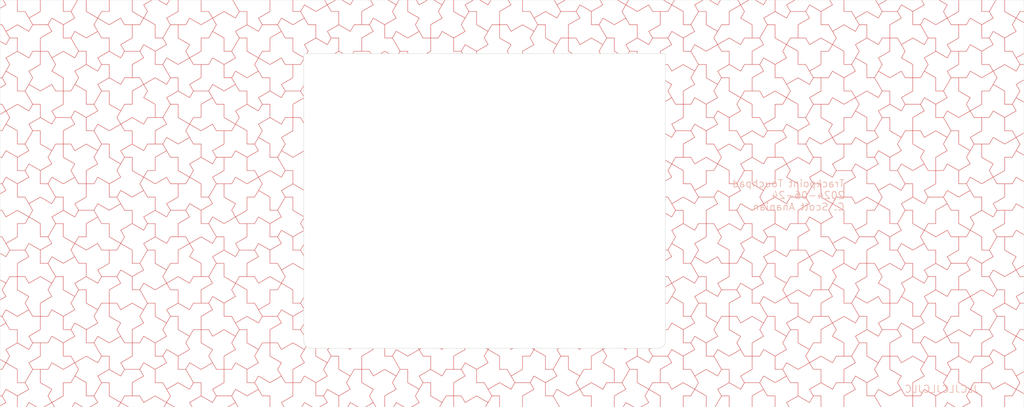
<source format=kicad_pcb>
(kicad_pcb
	(version 20240108)
	(generator "pcbnew")
	(generator_version "8.0")
	(general
		(thickness 1.6)
		(legacy_teardrops no)
	)
	(paper "A4")
	(layers
		(0 "F.Cu" signal)
		(31 "B.Cu" signal)
		(32 "B.Adhes" user "B.Adhesive")
		(33 "F.Adhes" user "F.Adhesive")
		(34 "B.Paste" user)
		(35 "F.Paste" user)
		(36 "B.SilkS" user "B.Silkscreen")
		(37 "F.SilkS" user "F.Silkscreen")
		(38 "B.Mask" user)
		(39 "F.Mask" user)
		(40 "Dwgs.User" user "User.Drawings")
		(41 "Cmts.User" user "User.Comments")
		(42 "Eco1.User" user "User.Eco1")
		(43 "Eco2.User" user "User.Eco2")
		(44 "Edge.Cuts" user)
		(45 "Margin" user)
		(46 "B.CrtYd" user "B.Courtyard")
		(47 "F.CrtYd" user "F.Courtyard")
		(48 "B.Fab" user)
		(49 "F.Fab" user)
		(50 "User.1" user)
		(51 "User.2" user)
		(52 "User.3" user)
		(53 "User.4" user)
		(54 "User.5" user)
		(55 "User.6" user)
		(56 "User.7" user)
		(57 "User.8" user)
		(58 "User.9" user)
	)
	(setup
		(pad_to_mask_clearance 0)
		(allow_soldermask_bridges_in_footprints no)
		(pcbplotparams
			(layerselection 0x00010fc_ffffffff)
			(plot_on_all_layers_selection 0x0000000_00000000)
			(disableapertmacros no)
			(usegerberextensions no)
			(usegerberattributes yes)
			(usegerberadvancedattributes yes)
			(creategerberjobfile yes)
			(dashed_line_dash_ratio 12.000000)
			(dashed_line_gap_ratio 3.000000)
			(svgprecision 4)
			(plotframeref no)
			(viasonmask no)
			(mode 1)
			(useauxorigin no)
			(hpglpennumber 1)
			(hpglpenspeed 20)
			(hpglpendiameter 15.000000)
			(pdf_front_fp_property_popups yes)
			(pdf_back_fp_property_popups yes)
			(dxfpolygonmode yes)
			(dxfimperialunits yes)
			(dxfusepcbnewfont yes)
			(psnegative no)
			(psa4output no)
			(plotreference yes)
			(plotvalue yes)
			(plotfptext yes)
			(plotinvisibletext no)
			(sketchpadsonfab no)
			(subtractmaskfromsilk no)
			(outputformat 1)
			(mirror no)
			(drillshape 1)
			(scaleselection 1)
			(outputdirectory "")
		)
	)
	(net 0 "")
	(gr_poly
		(pts
			(xy 273.04163 196.566244) (xy 273.195103 196.3001) (xy 273.3176 196.3001) (xy 273.080906 196.70989)
			(xy 272.370884 196.3001) (xy 272.580692 196.3001)
		)
		(stroke
			(width -0.000001)
			(type solid)
		)
		(fill solid)
		(layer "F.Cu")
		(uuid "05e16d47-66b5-400f-8898-ff4be75be7e6")
	)
	(gr_poly
		(pts
			(xy 298.441624 101.245443) (xy 299.160984 100.000021) (xy 299.282932 100.000021) (xy 298.507267 101.344137)
			(xy 298.4809 101.390127) (xy 296.073307 100.000021) (xy 296.284153 100.000021)
		)
		(stroke
			(width -0.000001)
			(type solid)
		)
		(fill solid)
		(layer "F.Cu")
		(uuid "0d287da5-495e-43f2-856c-d5f7aecbb334")
	)
	(gr_poly
		(pts
			(xy 196.841648 196.566244) (xy 196.995121 196.3001) (xy 197.117588 196.3001) (xy 196.907261 196.664419)
			(xy 196.880924 196.70989) (xy 196.170872 196.3001) (xy 196.38068 196.3001)
		)
		(stroke
			(width -0.000001)
			(type solid)
		)
		(fill solid)
		(layer "F.Cu")
		(uuid "1071466e-7c32-48ff-bd83-6911f168e5b6")
	)
	(gr_poly
		(pts
			(xy 196.841648 101.245443) (xy 197.560978 100.000021) (xy 197.682926 100.000021) (xy 196.907261 101.344137)
			(xy 196.880924 101.390127) (xy 194.473301 100.000021) (xy 194.684147 100.000021)
		)
		(stroke
			(width -0.000001)
			(type solid)
		)
		(fill solid)
		(layer "F.Cu")
		(uuid "138c6384-614f-4c13-87d5-95fdc55fdecd")
	)
	(gr_poly
		(pts
			(xy 234.941624 101.245443) (xy 235.660984 100.000021) (xy 235.782932 100.000021) (xy 235.007267 101.344137)
			(xy 234.9809 101.390127) (xy 232.573307 100.000021) (xy 232.784153 100.000021)
		)
		(stroke
			(width -0.000001)
			(type solid)
		)
		(fill solid)
		(layer "F.Cu")
		(uuid "15f77f1b-bba8-4a10-be92-dced4e08097f")
	)
	(gr_poly
		(pts
			(xy 364.246372 212.56008) (xy 364.032993 212.56008) (xy 361.98093 211.375143) (xy 361.296726 212.56008)
			(xy 361.17374 212.56008) (xy 361.941624 211.229422)
		)
		(stroke
			(width -0.000001)
			(type solid)
		)
		(fill solid)
		(layer "F.Cu")
		(uuid "22b30ba0-c003-455e-860a-1f619a71dbbb")
	)
	(gr_poly
		(pts
			(xy 146.04163 101.245443) (xy 146.76099 100.000021) (xy 146.882938 100.000021) (xy 146.080906 101.390127)
			(xy 143.673313 100.000021) (xy 143.884159 100.000021)
		)
		(stroke
			(width -0.000001)
			(type solid)
		)
		(fill solid)
		(layer "F.Cu")
		(uuid "290c336c-78e3-4e7c-9d3d-517a6befebd1")
	)
	(gr_poly
		(pts
			(xy 222.241642 196.565725) (xy 222.395115 196.3001) (xy 222.517582 196.3001) (xy 222.307255 196.664419)
			(xy 222.280918 196.70989) (xy 221.570866 196.3001) (xy 221.781712 196.3001)
		)
		(stroke
			(width -0.000001)
			(type solid)
		)
		(fill solid)
		(layer "F.Cu")
		(uuid "2b698d79-34bb-49e6-8608-cc34ba6c6a62")
	)
	(gr_poly
		(pts
			(xy 122.943821 212.56008) (xy 122.732975 212.56008) (xy 120.680912 211.375143) (xy 119.996708 212.56008)
			(xy 119.87476 212.56008) (xy 120.615299 211.276449) (xy 120.641636 211.230978)
		)
		(stroke
			(width -0.000001)
			(type solid)
		)
		(fill solid)
		(layer "F.Cu")
		(uuid "3b39756b-e79e-4aa6-84c9-238fbd5c7b17")
	)
	(gr_poly
		(pts
			(xy 186.443821 212.56008) (xy 186.232975 212.56008) (xy 184.180912 211.375143) (xy 183.496708 212.56008)
			(xy 183.37476 212.56008) (xy 184.115299 211.276449) (xy 184.141636 211.230978)
		)
		(stroke
			(width -0.000001)
			(type solid)
		)
		(fill solid)
		(layer "F.Cu")
		(uuid "419fb35e-5f18-4c1a-b851-12075450b36f")
	)
	(gr_poly
		(pts
			(xy 104.838993 103.098043) (xy 106.933445 103.098043) (xy 107.98093 104.911367) (xy 111.083561 103.12026)
			(xy 111.083561 100.000021) (xy 111.188999 100.000021) (xy 111.188999 103.181234) (xy 108.033634 105.003347)
			(xy 109.050114 106.764486) (xy 113.222446 106.764486) (xy 114.265293 104.957876) (xy 114.29163 104.911886)
			(xy 117.486271 106.756216) (xy 120.588932 104.96459) (xy 119.572453 103.20397) (xy 117.433567 103.20397)
			(xy 117.433567 100.000021) (xy 117.539005 100.000021) (xy 117.539005 103.098043) (xy 119.572453 103.098043)
			(xy 120.615299 101.291433) (xy 121.360966 100.000021) (xy 121.482945 100.000021) (xy 120.707279 101.344137)
			(xy 119.663914 103.151266) (xy 120.707279 104.957876) (xy 120.733616 105.003347) (xy 117.539005 106.847677)
			(xy 117.539005 110.43041) (xy 119.572453 110.43041) (xy 120.641636 108.57781) (xy 123.836277 110.42214)
			(xy 126.938938 108.631033) (xy 125.891972 106.81719) (xy 126.01392 106.81719) (xy 127.057285 108.6238)
			(xy 127.083622 108.66979) (xy 128.100101 110.43041) (xy 130.238987 110.43041) (xy 130.238987 114.11907)
			(xy 133.341648 115.910177) (xy 134.358646 114.149557) (xy 133.311323 112.335714) (xy 133.433628 112.335714)
			(xy 134.450107 114.096334) (xy 138.622471 114.096334) (xy 139.665287 112.289724) (xy 139.691654 112.244253)
			(xy 142.886295 114.088583) (xy 145.988926 112.296957) (xy 144.972446 110.536337) (xy 142.833561 110.536337)
			(xy 142.833561 106.847677) (xy 139.73093 105.05657) (xy 138.683445 106.869894) (xy 136.588993 106.869894)
			(xy 136.588993 110.51412) (xy 133.433628 112.335714) (xy 133.311323 112.335714) (xy 133.288944 112.296957)
			(xy 136.483585 110.452627) (xy 136.483585 106.869894) (xy 134.389134 106.869894) (xy 133.341648 105.056051)
			(xy 130.186283 106.878164) (xy 127.030918 105.05657) (xy 126.01392 106.81719) (xy 125.891972 106.81719)
			(xy 126.938938 105.003347) (xy 123.783573 103.181234) (xy 123.783573 100.000021) (xy 123.888981 100.000021)
			(xy 123.888981 103.12026) (xy 126.991642 104.911367) (xy 128.023624 103.12438) (xy 128.039127 103.098043)
			(xy 130.133579 103.098043) (xy 130.133579 100.000021) (xy 130.238987 100.000021) (xy 130.238987 103.20397)
			(xy 128.100101 103.20397) (xy 127.083622 104.96459) (xy 130.186283 106.756216) (xy 133.380924 104.911886)
			(xy 134.450107 106.764486) (xy 138.622471 106.764486) (xy 139.63892 105.003347) (xy 136.483585 103.181234)
			(xy 136.483585 100.000021) (xy 136.588993 100.000021) (xy 136.588993 103.12026) (xy 139.691654 104.911367)
			(xy 140.708622 103.151266) (xy 139.63892 101.298666) (xy 141.888401 100.000021) (xy 142.099766 100.000021)
			(xy 139.783634 101.337423) (xy 140.830601 103.151266) (xy 139.783634 104.96459) (xy 142.938999 106.786703)
			(xy 142.938999 110.43041) (xy 144.972446 110.43041) (xy 146.015293 108.6238) (xy 147.058628 106.81719)
			(xy 146.015293 105.01058) (xy 145.988926 104.96459) (xy 149.183567 103.12026) (xy 149.183567 100.000021)
			(xy 149.288975 100.000021) (xy 149.288975 103.181234) (xy 146.13364 105.003347) (xy 147.150089 106.764486)
			(xy 151.322453 106.764486) (xy 152.365299 104.957876) (xy 152.391636 104.911886) (xy 155.586277 106.756216)
			(xy 158.62182 105.003347) (xy 158.833622 105.003347) (xy 159.880589 106.81719) (xy 158.833622 108.631033)
			(xy 161.988987 110.452627) (xy 161.988987 114.096334) (xy 164.022465 114.096334) (xy 165.065281 112.289724)
			(xy 166.108646 110.483114) (xy 165.065281 108.676504) (xy 165.061392 108.66979) (xy 165.183628 108.66979)
			(xy 166.200108 110.43041) (xy 168.338993 110.43041) (xy 168.338993 114.11907) (xy 171.441654 115.910177)
			(xy 172.473606 114.12319) (xy 172.489109 114.096334) (xy 174.583561 114.096334) (xy 174.583561 110.452627)
			(xy 177.738926 108.631033) (xy 176.722447 106.869894) (xy 172.550114 106.869894) (xy 171.507267 108.676504)
			(xy 171.48093 108.722494) (xy 168.286289 106.878164) (xy 165.183628 108.66979) (xy 165.061392 108.66979)
			(xy 165.038944 108.631033) (xy 168.233555 106.786703) (xy 168.233555 103.20397) (xy 166.200108 103.20397)
			(xy 165.130924 105.056051) (xy 161.936283 103.21224) (xy 158.833622 105.003347) (xy 158.62182 105.003347)
			(xy 158.688938 104.96459) (xy 157.672459 103.20397) (xy 155.533573 103.20397) (xy 155.533573 100.000021)
			(xy 155.638981 100.000021) (xy 155.638981 103.098043) (xy 157.733433 103.098043) (xy 158.780918 104.911367)
			(xy 161.936283 103.089773) (xy 165.091648 104.911886) (xy 166.108646 103.151266) (xy 165.065281 101.344137)
			(xy 164.289615 100.000021) (xy 164.411594 100.000021) (xy 165.157261 101.291433) (xy 166.200108 103.098043)
			(xy 168.338993 103.098043) (xy 168.338993 106.786703) (xy 171.441654 108.57781) (xy 172.458622 106.81719)
			(xy 171.38892 104.96459) (xy 174.583561 103.12026) (xy 174.583561 100.000021) (xy 174.688999 100.000021)
			(xy 174.688999 103.181234) (xy 171.533634 105.003347) (xy 172.550114 106.764486) (xy 176.722447 106.764486)
			(xy 177.765293 104.957876) (xy 177.79163 104.911886) (xy 180.986271 106.756216) (xy 184.088932 104.96459)
			(xy 183.072453 103.20397) (xy 180.933567 103.20397) (xy 180.933567 103.150747) (xy 183.163914 103.150747)
			(xy 183.163914 103.151266) (xy 184.180912 104.911886) (xy 184.207279 104.957876) (xy 184.233616 105.003347)
			(xy 185.250095 106.764486) (xy 187.388981 106.764486) (xy 187.388981 110.452627) (xy 190.491642 112.244253)
			(xy 191.50864 110.483114) (xy 190.438938 108.631033) (xy 193.633579 106.786703) (xy 193.633579 103.20397)
			(xy 191.539127 103.20397) (xy 190.491642 101.390646) (xy 187.336277 103.21224) (xy 184.180912 101.390127)
			(xy 183.163914 103.150747) (xy 180.933567 103.150747) (xy 180.933567 100.000021) (xy 181.038975 100.000021)
			(xy 181.038975 103.098043) (xy 183.072453 103.098043) (xy 184.141636 101.245443) (xy 187.336277 103.089773)
			(xy 190.438938 101.298666) (xy 189.689091 100.000021) (xy 189.811588 100.000021) (xy 190.530918 101.245443)
			(xy 192.688419 100.000021) (xy 192.899753 100.000021) (xy 190.583622 101.337423) (xy 191.600101 103.098043)
			(xy 193.738987 103.098043) (xy 193.738987 106.786703) (xy 196.841648 108.57781) (xy 197.889133 106.764486)
			(xy 199.983555 106.764486) (xy 199.983555 103.12026) (xy 203.13892 101.298666) (xy 202.389622 100.000021)
			(xy 202.51157 100.000021) (xy 203.257267 101.291433) (xy 203.283634 101.337423) (xy 200.088993 103.181234)
			(xy 200.088993 106.764486) (xy 202.12244 106.764486) (xy 203.191654 104.911886) (xy 206.386265 106.756216)
			(xy 209.488926 104.96459) (xy 208.441959 103.151266) (xy 209.488926 101.337423) (xy 207.172794 100.000021)
			(xy 207.384159 100.000021) (xy 209.54163 101.245443) (xy 210.26099 100.000021) (xy 210.382938 100.000021)
			(xy 209.607273 101.344137) (xy 209.580906 101.390127) (xy 208.563907 103.151266) (xy 209.607273 104.957876)
			(xy 209.63361 105.003347) (xy 206.438999 106.847677) (xy 206.438999 110.43041) (xy 208.472447 110.43041)
			(xy 209.54163 108.57781) (xy 212.736271 110.42214) (xy 215.838932 108.631033) (xy 214.791965 106.81719)
			(xy 215.838932 105.003347) (xy 212.683567 103.181234) (xy 212.683567 100.000021) (xy 212.788975 100.000021)
			(xy 212.788975 103.12026) (xy 215.983616 104.96459) (xy 214.913914 106.81719) (xy 215.930393 108.57781)
			(xy 215.957279 108.6238) (xy 215.983616 108.66979) (xy 217.000095 110.43041) (xy 219.033573 110.43041)
			(xy 219.033573 106.786703) (xy 222.188938 104.96459) (xy 221.141972 103.151266) (xy 222.188938 101.337423)
			(xy 219.872806 100.000021) (xy 220.084141 100.000021) (xy 222.241642 101.245443) (xy 222.960972 100.000021)
			(xy 223.08292 100.000021) (xy 222.307255 101.344137) (xy 221.26392 103.151266) (xy 222.307255 104.957876)
			(xy 222.333622 105.003347) (xy 219.138981 106.847677) (xy 219.138981 110.43041) (xy 221.172459 110.43041)
			(xy 222.241642 108.57781) (xy 225.436283 110.42214) (xy 228.538914 108.631033) (xy 227.491978 106.81719)
			(xy 228.538914 105.003347) (xy 225.383579 103.181234) (xy 225.383579 100.000021) (xy 225.488987 100.000021)
			(xy 225.488987 103.12026) (xy 228.591648 104.911367) (xy 229.608616 103.151266) (xy 228.538914 101.298666)
			(xy 230.788395 100.000021) (xy 230.99976 100.000021) (xy 228.683628 101.337423) (xy 229.700108 103.098043)
			(xy 231.838993 103.098043) (xy 231.838993 106.786703) (xy 234.941624 108.57781) (xy 235.989109 106.764486)
			(xy 238.083561 106.764486) (xy 238.083561 103.12026) (xy 241.238926 101.298666) (xy 240.489628 100.000021)
			(xy 240.611576 100.000021) (xy 241.38361 101.337423) (xy 238.188999 103.181234) (xy 238.188999 106.764486)
			(xy 240.283421 106.764486) (xy 241.330906 108.57781) (xy 244.486271 106.756216) (xy 247.641636 108.57781)
			(xy 248.658634 106.81719) (xy 247.641636 105.056051) (xy 247.615269 105.01058) (xy 247.611116 105.003347)
			(xy 247.733616 105.003347) (xy 248.750095 106.764486) (xy 250.888981 106.764486) (xy 250.888981 110.452627)
			(xy 253.991642 112.243734) (xy 255.039127 110.43041) (xy 257.133579 110.43041) (xy 257.133579 106.847677)
			(xy 257.238987 106.847677) (xy 257.238987 110.43041) (xy 259.333439 110.43041) (xy 260.380924 112.244253)
			(xy 263.536289 110.42214) (xy 266.691624 112.243734) (xy 267.708622 110.483114) (xy 266.665287 108.676504)
			(xy 265.62244 106.869894) (xy 263.483555 106.869894) (xy 263.483555 103.181753) (xy 260.380924 101.390127)
			(xy 259.363926 103.151266) (xy 260.433628 105.003347) (xy 257.238987 106.847677) (xy 257.133579 106.847677)
			(xy 257.133579 106.786703) (xy 260.288914 104.96459) (xy 259.272465 103.20397) (xy 255.100102 103.20397)
			(xy 254.057255 105.01058) (xy 254.030918 105.056051) (xy 250.836277 103.21224) (xy 247.733616 105.003347)
			(xy 247.611116 105.003347) (xy 247.601322 104.986288) (xy 247.588932 104.96459) (xy 246.572452 103.20397)
			(xy 244.433567 103.20397) (xy 244.433567 100.000021) (xy 244.538975 100.000021) (xy 244.538975 103.098043)
			(xy 246.633427 103.098043) (xy 247.680912 104.911886) (xy 250.836277 103.089773) (xy 253.991642 104.911886)
			(xy 255.00864 103.151266) (xy 253.977695 101.365835) (xy 253.965275 101.344137) (xy 253.189609 100.000021)
			(xy 253.311588 100.000021) (xy 254.030918 101.245443) (xy 256.188389 100.000021) (xy 256.399754 100.000021)
			(xy 254.083622 101.337423) (xy 255.100102 103.098043) (xy 259.272465 103.098043) (xy 260.315281 101.291433)
			(xy 260.341648 101.245443) (xy 263.536289 103.089773) (xy 266.63892 101.298666) (xy 265.889622 100.000021)
			(xy 266.01157 100.000021) (xy 266.757267 101.291433) (xy 266.783634 101.337423) (xy 263.588993 103.181753)
			(xy 263.588993 106.764486) (xy 265.62244 106.764486) (xy 266.691624 104.911886) (xy 269.886265 106.756216)
			(xy 272.988926 104.96459) (xy 271.941959 103.151266) (xy 272.063908 103.151266) (xy 273.107273 104.957876)
			(xy 273.13361 105.003347) (xy 274.150089 106.764486) (xy 276.288975 106.764486) (xy 276.288975 110.452627)
			(xy 279.391636 112.244253) (xy 280.408634 110.483114) (xy 279.361317 108.66979) (xy 279.483616 108.66979)
			(xy 280.500095 110.43041) (xy 284.672459 110.43041) (xy 285.715275 108.6238) (xy 285.741642 108.57781)
			(xy 288.936283 110.42214) (xy 292.038914 108.631033) (xy 291.022465 106.869894) (xy 288.883549 106.869894)
			(xy 288.883549 103.181234) (xy 285.780918 101.390646) (xy 284.733433 103.20397) (xy 282.638981 103.20397)
			(xy 282.638981 106.847677) (xy 279.483616 108.66979) (xy 279.361317 108.66979) (xy 279.338932 108.631033)
			(xy 282.533573 106.786703) (xy 282.533573 103.20397) (xy 280.439121 103.20397) (xy 279.391636 101.390127)
			(xy 276.236271 103.21224) (xy 273.080906 101.390646) (xy 272.063908 103.151266) (xy 271.941959 103.151266)
			(xy 272.988926 101.337423) (xy 270.672794 100.000021) (xy 270.884159 100.000021) (xy 273.04163 101.245443)
			(xy 273.76096 100.000021) (xy 273.882938 100.000021) (xy 273.13361 101.298666) (xy 276.236271 103.089773)
			(xy 279.430912 101.245443) (xy 280.500095 103.098043) (xy 284.672459 103.098043) (xy 285.688938 101.337423)
			(xy 283.372776 100.000021) (xy 283.584141 100.000021) (xy 285.741642 101.245443) (xy 286.460972 100.000021)
			(xy 286.583439 100.000021) (xy 285.833622 101.298666) (xy 288.988987 103.12026) (xy 288.988987 106.764486)
			(xy 291.022465 106.764486) (xy 292.065281 104.957876) (xy 293.108616 103.151266) (xy 292.739658 102.512014)
			(xy 292.065281 101.344137) (xy 292.038914 101.298666) (xy 294.288395 100.000021) (xy 294.49976 100.000021)
			(xy 292.183628 101.337423) (xy 293.200108 103.098043) (xy 295.338993 103.098043) (xy 295.338993 106.786703)
			(xy 298.441624 108.57781) (xy 299.489109 106.764486) (xy 301.583561 106.764486) (xy 301.583561 103.12026)
			(xy 304.738926 101.298666) (xy 303.989628 100.000021) (xy 304.111576 100.000021) (xy 304.830906 101.245443)
			(xy 306.988407 100.000021) (xy 307.199741 100.000021) (xy 304.88361 101.337423) (xy 305.915592 103.12438)
			(xy 305.930576 103.151266) (xy 304.88361 104.96459) (xy 308.038975 106.786703) (xy 308.038975 110.43041)
			(xy 310.072453 110.43041) (xy 311.115269 108.6238) (xy 312.158634 106.81719) (xy 311.115269 105.01058)
			(xy 311.111127 105.003347) (xy 311.233616 105.003347) (xy 312.250095 106.764486) (xy 314.388981 106.764486)
			(xy 314.388981 110.452627) (xy 317.491642 112.243734) (xy 318.539127 110.43041) (xy 320.633549 110.43041)
			(xy 320.633549 106.847677) (xy 320.738987 106.847677) (xy 320.738987 110.43041) (xy 322.833439 110.43041)
			(xy 323.880894 112.244253) (xy 327.036259 110.42214) (xy 330.191624 112.243734) (xy 331.208622 110.483114)
			(xy 330.165287 108.676504) (xy 330.161412 108.66979) (xy 330.283604 108.66979) (xy 331.33057 110.483114)
			(xy 330.283604 112.296957) (xy 333.438999 114.11907) (xy 333.438999 117.762777) (xy 335.472446 117.762777)
			(xy 336.488926 116.002157) (xy 336.515293 115.956167) (xy 337.558628 114.149557) (xy 336.515293 112.342947)
			(xy 336.511146 112.335714) (xy 336.63364 112.335714) (xy 337.680576 114.149557) (xy 336.63364 115.9634)
			(xy 339.788975 117.784994) (xy 339.788975 121.42922) (xy 341.822422 121.42922) (xy 342.838902 119.668081)
			(xy 342.865269 119.622091) (xy 343.908604 117.815481) (xy 342.865269 116.008871) (xy 342.861375 116.002157)
			(xy 342.983127 116.002157) (xy 344.030063 117.815481) (xy 342.983127 119.629324) (xy 346.085728 121.42095)
			(xy 349.280369 119.57662) (xy 350.349583 121.42922) (xy 352.38303 121.42922) (xy 352.38303 117.845968)
			(xy 349.188389 116.002157) (xy 350.258091 114.149557) (xy 349.241611 112.388937) (xy 349.228435 112.365965)
			(xy 349.215305 112.342947) (xy 349.211159 112.335714) (xy 349.333591 112.335714) (xy 350.380589 114.149557)
			(xy 349.333591 115.9634) (xy 352.488987 117.784994) (xy 352.488987 121.42922) (xy 354.522434 121.42922)
			(xy 355.538914 119.668081) (xy 355.565281 119.622091) (xy 356.608616 117.815481) (xy 355.565281 116.008871)
			(xy 355.561388 116.002157) (xy 355.683628 116.002157) (xy 356.730564 117.815481) (xy 355.683628 119.629324)
			(xy 358.838963 121.451437) (xy 358.838963 125.095144) (xy 360.872471 125.095144) (xy 361.915256 123.288534)
			(xy 362.958652 121.481924) (xy 361.915256 119.675314) (xy 361.911108 119.668081) (xy 362.033604 119.668081)
			(xy 363.050083 121.42922) (xy 367.222446 121.42922) (xy 368.265293 119.622091) (xy 368.29166 119.57662)
			(xy 371.48624 121.42095) (xy 374.588901 119.629324) (xy 373.572422 117.868704) (xy 371.433567 117.868704)
			(xy 371.433567 114.180044) (xy 371.538975 114.180044) (xy 371.538975 117.762777) (xy 373.633396 117.762777)
			(xy 374.680881 119.576101) (xy 377.836277 117.754507) (xy 380.991612 119.57662) (xy 382.00864 117.815481)
			(xy 380.965305 116.008871) (xy 380.938938 115.9634) (xy 379.922459 114.202261) (xy 377.783543 114.202261)
			(xy 377.783543 110.51412) (xy 374.680881 108.722494) (xy 373.663914 110.483114) (xy 373.663914 110.483633)
			(xy 374.733616 112.335714) (xy 371.538975 114.180044) (xy 371.433567 114.180044) (xy 368.330906 112.388937)
			(xy 367.28342 114.202261) (xy 365.188999 114.202261) (xy 365.188999 117.845968) (xy 362.033604 119.668081)
			(xy 361.911108 119.668081) (xy 361.90208 119.652342) (xy 361.88895 119.629324) (xy 365.08353 117.784994)
			(xy 365.08353 114.202261) (xy 363.050083 114.202261) (xy 361.98093 116.054861) (xy 358.786289 114.210531)
			(xy 355.683628 116.002157) (xy 355.561388 116.002157) (xy 355.538914 115.9634) (xy 358.733555 114.11907)
			(xy 358.733555 110.536337) (xy 356.700107 110.536337) (xy 355.630894 112.388937) (xy 352.436253 110.544607)
			(xy 349.333591 112.335714) (xy 349.211159 112.335714) (xy 349.188938 112.296957) (xy 348.172459 110.536337)
			(xy 346.13895 110.536337) (xy 346.138462 114.180044) (xy 342.983127 116.002157) (xy 342.861375 116.002157)
			(xy 342.838902 115.9634) (xy 346.033543 114.11907) (xy 346.033543 110.536337) (xy 344.000095 110.536337)
			(xy 342.930882 112.388937) (xy 339.73624 110.544607) (xy 336.63364 112.335714) (xy 336.511146 112.335714)
			(xy 336.488926 112.296957) (xy 339.683567 110.452627) (xy 339.683567 106.869894) (xy 337.65012 106.869894)
			(xy 336.580906 108.722494) (xy 333.386265 106.878164) (xy 330.283604 108.66979) (xy 330.161412 108.66979)
			(xy 329.12244 106.869894) (xy 326.983555 106.869894) (xy 326.983555 103.181753) (xy 323.880894 101.390127)
			(xy 322.863926 103.151266) (xy 323.933628 105.003347) (xy 320.738987 106.847677) (xy 320.633549 106.847677)
			(xy 320.633549 106.786703) (xy 323.788914 104.96459) (xy 322.772434 103.20397) (xy 318.600101 103.20397)
			(xy 317.557255 105.01058) (xy 317.530918 105.056051) (xy 314.336277 103.21224) (xy 311.233616 105.003347)
			(xy 311.111127 105.003347) (xy 311.088932 104.96459) (xy 314.283573 103.12026) (xy 314.283573 100.000021)
			(xy 314.388981 100.000021) (xy 314.388981 103.12026) (xy 317.491642 104.911886) (xy 318.50864 103.151266)
			(xy 317.438938 101.298666) (xy 319.688389 100.000021) (xy 319.899754 100.000021) (xy 317.583622 101.337423)
			(xy 318.600101 103.098043) (xy 322.772434 103.098043) (xy 323.345554 102.104818) (xy 323.815281 101.291433)
			(xy 323.841648 101.245443) (xy 327.036259 103.089773) (xy 330.13892 101.298666) (xy 329.389622 100.000021)
			(xy 329.51157 100.000021) (xy 330.283604 101.337423) (xy 327.088993 103.181753) (xy 327.088993 106.764486)
			(xy 329.183415 106.764486) (xy 330.2309 108.57781) (xy 333.386265 106.756216) (xy 336.54166 108.57781)
			(xy 337.558628 106.81719) (xy 336.54166 105.056051) (xy 336.515293 105.01058) (xy 336.511118 105.003347)
			(xy 336.63364 105.003347) (xy 337.65012 106.764486) (xy 339.788975 106.764486) (xy 339.788975 110.452627)
			(xy 342.891636 112.244253) (xy 343.939121 110.43041) (xy 346.033543 110.43041) (xy 346.033543 106.847677)
			(xy 346.13895 106.847677) (xy 346.13895 110.43041) (xy 348.233433 110.43041) (xy 349.280918 112.243734)
			(xy 352.436253 110.42214) (xy 355.591648 112.244253) (xy 356.608616 110.483114) (xy 355.565281 108.676504)
			(xy 354.522434 106.869894) (xy 352.383579 106.869894) (xy 352.383579 106.81719) (xy 354.613926 106.81719)
			(xy 355.657261 108.6238) (xy 356.700107 110.43041) (xy 358.838963 110.43041) (xy 358.838963 114.11907)
			(xy 361.941624 115.910177) (xy 362.958652 114.149557) (xy 361.911329 112.335714) (xy 362.033604 112.335714)
			(xy 363.050083 114.096334) (xy 367.222446 114.096334) (xy 368.265293 112.289724) (xy 368.29166 112.244253)
			(xy 371.48624 114.088583) (xy 374.588901 112.296957) (xy 373.572422 110.536337) (xy 371.433567 110.536337)
			(xy 371.433567 106.847677) (xy 368.330906 105.056051) (xy 367.28342 106.869894) (xy 365.188999 106.869894)
			(xy 365.188999 110.51412) (xy 362.033604 112.335714) (xy 361.911329 112.335714) (xy 361.88895 112.296957)
			(xy 365.08353 110.452627) (xy 365.08353 106.869894) (xy 362.989109 106.869894) (xy 361.941624 105.05657)
			(xy 358.786289 106.878164) (xy 355.630894 105.056051) (xy 354.613926 106.81719) (xy 352.383579 106.81719)
			(xy 352.383579 103.181753) (xy 349.280918 101.390127) (xy 348.263889 103.151266) (xy 349.333591 105.003347)
			(xy 346.13895 106.847677) (xy 346.033543 106.847677) (xy 346.033543 106.786703) (xy 349.188938 104.96459)
			(xy 348.172459 103.20397) (xy 344.000095 103.20397) (xy 342.957249 105.01058) (xy 342.930882 105.056051)
			(xy 339.73624 103.21224) (xy 336.63364 105.003347) (xy 336.511118 105.003347) (xy 335.472446 103.20397)
			(xy 333.33353 103.20397) (xy 333.33353 100.000021) (xy 333.438999 100.000021) (xy 333.438999 103.098043)
			(xy 335.53342 103.098043) (xy 336.580906 104.911367) (xy 339.73624 103.089773) (xy 342.891636 104.911886)
			(xy 343.908604 103.151266) (xy 342.877659 101.365835) (xy 342.871487 101.354986) (xy 342.865269 101.344137)
			(xy 342.089634 100.000021) (xy 342.211582 100.000021) (xy 342.930882 101.245443) (xy 345.088413 100.000021)
			(xy 345.299778 100.000021) (xy 342.983616 101.337423) (xy 344.000095 103.098043) (xy 348.172459 103.098043)
			(xy 348.745518 102.104818) (xy 349.215305 101.291433) (xy 349.241611 101.245443) (xy 352.436253 103.089773)
			(xy 355.538914 101.298666) (xy 354.789585 100.000021) (xy 354.911594 100.000021) (xy 355.657261 101.291433)
			(xy 355.683628 101.337423) (xy 352.488987 103.181753) (xy 352.488987 106.764486) (xy 354.522434 106.764486)
			(xy 355.591648 104.911886) (xy 358.786289 106.756216) (xy 361.88895 104.96459) (xy 360.856968 103.177633)
			(xy 360.841953 103.151266) (xy 361.88895 101.337423) (xy 359.572788 100.000021) (xy 359.784153 100.000021)
			(xy 362.033604 101.298666) (xy 360.963902 103.151266) (xy 361.98093 104.911367) (xy 365.08353 103.12026)
			(xy 365.08353 100.000021) (xy 365.188999 100.000021) (xy 365.188999 103.181234) (xy 362.033604 105.003347)
			(xy 363.050083 106.764486) (xy 367.222446 106.764486) (xy 368.265293 104.957876) (xy 368.29166 104.911886)
			(xy 371.48624 106.756216) (xy 374.588901 104.96459) (xy 373.572422 103.20397) (xy 371.433567 103.20397)
			(xy 371.433567 100.000021) (xy 371.538975 100.000021) (xy 371.538975 103.098043) (xy 373.572422 103.098043)
			(xy 374.615269 101.291433) (xy 375.360996 100.000021) (xy 375.482944 100.000021) (xy 374.707249 101.344137)
			(xy 373.663914 103.150747) (xy 373.663914 103.151266) (xy 374.707249 104.957876) (xy 374.733616 105.003347)
			(xy 371.538975 106.847677) (xy 371.538975 110.43041) (xy 373.572422 110.43041) (xy 374.641636 108.57781)
			(xy 377.836277 110.42214) (xy 380.938938 108.631033) (xy 379.891941 106.81719) (xy 380.938938 105.003347)
			(xy 377.783543 103.181234) (xy 377.783543 100.000021) (xy 377.88895 100.000021) (xy 377.88895 103.12026)
			(xy 380.991612 104.911367) (xy 382.039097 103.098043) (xy 383.159946 103.098043) (xy 383.159946 103.20397)
			(xy 382.100071 103.20397) (xy 381.083591 104.96459) (xy 383.159946 106.163473) (xy 383.159946 106.285452)
			(xy 381.030918 105.05657) (xy 380.013889 106.81719) (xy 381.083591 108.66979) (xy 377.88895 110.51412)
			(xy 377.88895 114.096334) (xy 379.983433 114.096334) (xy 381.030918 115.910177) (xy 383.159946 114.681295)
			(xy 383.159946 114.803274) (xy 381.083591 116.002157) (xy 382.100071 117.762777) (xy 383.159946 117.762777)
			(xy 383.159946 117.868704) (xy 382.100071 117.868704) (xy 381.030918 119.720785) (xy 377.836277 117.876974)
			(xy 374.733616 119.668081) (xy 375.780552 121.481924) (xy 374.733616 123.295767) (xy 377.88895 125.117361)
			(xy 377.88895 128.761068) (xy 379.922459 128.761068) (xy 380.938938 127.000448) (xy 380.965305 126.954458)
			(xy 380.991612 126.908987) (xy 382.00864 125.147848) (xy 380.965305 123.341238) (xy 380.938938 123.295767)
			(xy 383.159946 122.013693) (xy 383.159946 122.135122) (xy 381.083591 123.334005) (xy 382.130588 125.147848)
			(xy 381.083591 126.961691) (xy 383.159946 128.160605) (xy 383.159946 128.282553) (xy 381.030918 127.053671)
			(xy 380.013889 128.814291) (xy 381.083591 130.666891) (xy 377.88895 132.511221) (xy 377.88895 136.093435)
			(xy 379.983433 136.093435) (xy 381.030918 137.907278) (xy 383.159946 136.678427) (xy 383.159946 136.799856)
			(xy 381.083591 137.998739) (xy 382.130588 139.812582) (xy 381.083591 141.626425) (xy 383.159946 142.825338)
			(xy 383.159946 142.946768) (xy 381.030918 141.717886) (xy 379.983433 143.53124) (xy 377.88895 143.53124)
			(xy 377.88895 147.174917) (xy 374.734104 148.99703) (xy 375.750095 150.75765) (xy 379.922459 150.75765)
			(xy 380.965305 148.95104) (xy 380.991612 148.90505) (xy 383.159946 150.157186) (xy 383.159946 150.279653)
			(xy 381.030918 149.050283) (xy 379.983433 150.864126) (xy 377.88895 150.864126) (xy 377.88895 154.507803)
			(xy 374.733616 156.329916) (xy 375.750095 158.090536) (xy 379.922459 158.090536) (xy 380.965305 156.283926)
			(xy 380.991612 156.238455) (xy 383.159946 157.490072) (xy 383.159946 157.61202) (xy 381.030918 156.38265)
			(xy 379.983433 158.196493) (xy 377.88895 158.196493) (xy 377.88895 161.8402) (xy 374.733616 163.662283)
			(xy 375.750095 165.422903) (xy 379.922459 165.422903) (xy 380.965305 163.616293) (xy 380.991612 163.570303)
			(xy 383.159946 164.82192) (xy 383.159946 164.944387) (xy 381.030918 163.715017) (xy 379.983433 165.52886)
			(xy 377.88895 165.52886) (xy 377.88895 169.111563) (xy 381.083591 170.955923) (xy 380.013889 172.808004)
			(xy 381.030918 174.568594) (xy 383.159946 173.339743) (xy 383.159946 173.461691) (xy 381.083591 174.660604)
			(xy 382.100071 176.421713) (xy 383.159946 176.421713) (xy 383.159946 176.52767) (xy 382.039097 176.52767)
			(xy 380.991612 174.713827) (xy 377.836277 176.535421) (xy 374.680881 174.713827) (xy 373.663914 176.474447)
			(xy 374.707249 178.281027) (xy 375.750095 180.087637) (xy 377.88895 180.087637) (xy 377.88895 183.776327)
			(xy 380.991612 185.567404) (xy 382.00864 183.806814) (xy 380.938938 181.954214) (xy 383.159946 180.67211)
			(xy 383.159946 180.794058) (xy 381.083591 181.992971) (xy 382.100071 183.75408) (xy 383.159946 183.75408)
			(xy 383.159946 183.859518) (xy 382.100071 183.859518) (xy 381.057285 185.666128) (xy 381.030918 185.712118)
			(xy 377.836277 183.867788) (xy 374.733616 185.659414) (xy 375.750095 187.420004) (xy 377.88895 187.420004)
			(xy 377.88895 191.108694) (xy 380.991612 192.899801) (xy 382.039097 191.085958) (xy 383.159946 191.085958)
			(xy 383.159946 191.191885) (xy 382.100071 191.191885) (xy 381.083591 192.953024) (xy 383.159946 194.151907)
			(xy 383.159946 194.273336) (xy 381.030918 193.044485) (xy 380.013889 194.805105) (xy 381.083591 196.657186)
			(xy 377.88895 198.501516) (xy 377.88895 202.084249) (xy 379.983433 202.084249) (xy 381.030918 203.897573)
			(xy 383.159946 202.668691) (xy 383.159946 202.789633) (xy 381.083591 203.988516) (xy 382.130588 205.802359)
			(xy 381.083591 207.616201) (xy 383.159946 208.815084) (xy 383.159946 208.93807) (xy 381.030918 207.709219)
			(xy 379.998936 209.495687) (xy 379.983433 209.522543) (xy 377.88895 209.522543) (xy 377.88895 212.56008)
			(xy 377.783543 212.56008) (xy 377.783543 209.417135) (xy 379.922459 209.417135) (xy 380.938389 207.656515)
			(xy 377.836277 205.864889) (xy 374.641636 207.709219) (xy 373.572422 205.856619) (xy 369.40012 205.856619)
			(xy 368.38364 207.617758) (xy 371.538975 209.439352) (xy 371.538975 212.56008) (xy 371.433567 212.56008)
			(xy 371.433567 209.499807) (xy 368.330906 207.709219) (xy 367.313938 209.46932) (xy 368.38364 211.32192)
			(xy 366.239048 212.56008) (xy 366.025608 212.56008) (xy 368.238926 211.282125) (xy 367.191929 209.468283)
			(xy 368.238377 207.654959) (xy 365.08353 205.832846) (xy 365.08353 202.189138) (xy 363.050083 202.189138)
			(xy 362.033115 203.949759) (xy 362.006748 203.995749) (xy 361.980381 204.041739) (xy 360.963902 205.802359)
			(xy 362.007236 207.608969) (xy 362.033604 207.654959) (xy 358.838963 209.499289) (xy 358.838963 212.56008)
			(xy 358.733555 212.56008) (xy 358.733555 209.500845) (xy 355.630894 207.709219) (xy 354.583408 209.523062)
			(xy 352.488987 209.523062) (xy 352.488987 212.56008) (xy 352.383579 212.56008) (xy 352.383579 209.523062)
			(xy 350.289097 209.523062) (xy 349.241611 207.709738) (xy 346.086277 209.531332) (xy 342.930882 207.709219)
			(xy 341.913914 209.469839) (xy 342.957249 211.276449) (xy 343.697788 212.56008) (xy 343.57584 212.56008)
			(xy 342.865269 211.329672) (xy 341.822422 209.523062) (xy 339.683567 209.523062) (xy 339.683567 205.834402)
			(xy 339.681769 205.833364) (xy 339.788975 205.833364) (xy 339.788975 209.416098) (xy 341.822422 209.416098)
			(xy 342.891636 207.563498) (xy 346.086277 209.407827) (xy 349.188938 207.61672) (xy 348.141941 205.802877)
			(xy 349.188938 203.989035) (xy 346.033543 202.16744) (xy 346.033543 202.105947) (xy 346.13895 202.105947)
			(xy 349.333591 203.950277) (xy 348.263889 205.802877) (xy 349.280369 207.563498) (xy 349.307285 207.609488)
			(xy 349.333591 207.655478) (xy 350.350071 209.416098) (xy 352.383579 209.416098) (xy 352.383579 205.833364)
			(xy 352.488987 205.833364) (xy 352.488987 209.416098) (xy 354.522434 209.416098) (xy 355.591648 207.563498)
			(xy 358.786289 209.407827) (xy 361.88895 207.61672) (xy 360.841953 205.802877) (xy 361.88895 203.989035)
			(xy 358.733555 202.16744) (xy 358.733555 198.523214) (xy 356.700107 198.523214) (xy 355.657261 200.329824)
			(xy 354.613926 202.136435) (xy 355.657261 203.943045) (xy 355.683628 203.989035) (xy 352.488987 205.833364)
			(xy 352.383579 205.833364) (xy 352.383579 205.77239) (xy 355.538914 203.950277) (xy 354.491978 202.136435)
			(xy 355.538914 200.323111) (xy 352.436253 198.531485) (xy 349.241611 200.375814) (xy 348.172459 198.523214)
			(xy 346.13895 198.523214) (xy 346.13895 202.105947) (xy 346.033543 202.105947) (xy 346.033543 198.523214)
			(xy 344.000095 198.523214) (xy 342.957249 200.329824) (xy 342.930882 200.375814) (xy 341.913914 202.136435)
			(xy 342.957249 203.943045) (xy 342.983616 203.989035) (xy 339.788975 205.833364) (xy 339.681769 205.833364)
			(xy 336.580906 204.043295) (xy 335.563938 205.803915) (xy 336.63364 207.656515) (xy 333.438999 209.500326)
			(xy 333.438999 212.56008) (xy 333.33353 212.56008) (xy 333.33353 209.439352) (xy 336.488926 207.617758)
			(xy 335.472446 205.856619) (xy 331.300083 205.856619) (xy 330.257267 207.663229) (xy 330.2309 207.709219)
			(xy 327.036259 205.864889) (xy 323.933628 207.656515) (xy 324.950107 209.417135) (xy 327.088993 209.417135)
			(xy 327.088993 212.56008) (xy 326.983555 212.56008) (xy 326.983555 209.523062) (xy 324.950107 209.523062)
			(xy 323.880894 211.375143) (xy 320.686283 209.531332) (xy 317.583622 211.322439) (xy 318.297794 212.56008)
			(xy 318.175816 212.56008) (xy 317.438938 211.283682) (xy 320.633549 209.439352) (xy 320.633549 205.856619)
			(xy 318.539127 205.856619) (xy 317.491642 204.043295) (xy 314.336277 205.864889) (xy 311.180912 204.043295)
			(xy 310.163914 205.803915) (xy 311.207249 207.610525) (xy 311.233616 207.656515) (xy 312.250095 209.417135)
			(xy 314.388981 209.417135) (xy 314.388981 212.56008) (xy 314.283573 212.56008) (xy 314.283573 209.522543)
			(xy 312.189121 209.522543) (xy 311.141636 207.709219) (xy 308.038975 209.499807) (xy 308.038975 212.56008)
			(xy 307.933567 212.56008) (xy 307.933567 209.439352) (xy 311.088932 207.617758) (xy 310.072453 205.856619)
			(xy 305.900089 205.856619) (xy 304.857273 207.663229) (xy 304.830906 207.709219) (xy 301.636265 205.864889)
			(xy 298.533634 207.656515) (xy 299.550083 209.417135) (xy 301.688969 209.417135) (xy 301.688969 212.56008)
			(xy 301.583561 212.56008) (xy 301.583561 209.523062) (xy 299.550083 209.523062) (xy 298.507267 211.329672)
			(xy 297.796726 212.56008) (xy 297.67371 212.56008) (xy 298.415287 211.274893) (xy 299.458622 209.468283)
			(xy 298.415287 207.661673) (xy 298.38892 207.616201) (xy 301.583561 205.771872) (xy 301.583561 202.189138)
			(xy 299.550083 202.189138) (xy 298.4809 204.041739) (xy 295.286259 202.197409) (xy 292.183628 203.988516)
			(xy 293.230595 205.802359) (xy 292.183628 207.616201) (xy 295.338993 209.437796) (xy 295.338993 212.56008)
			(xy 295.233555 212.56008) (xy 295.233555 209.499807) (xy 292.130924 207.709219) (xy 291.098942 209.495687)
			(xy 291.083439 209.522543) (xy 288.988987 209.522543) (xy 288.988987 212.56008) (xy 288.883549 212.56008)
			(xy 288.883549 209.417135) (xy 291.022465 209.417135) (xy 292.038395 207.656515) (xy 288.936283 205.864889)
			(xy 285.741642 207.709219) (xy 284.672459 205.856619) (xy 280.500095 205.856619) (xy 279.483616 207.617758)
			(xy 282.638981 209.439352) (xy 282.638981 212.56008) (xy 282.533573 212.56008) (xy 282.533573 209.499807)
			(xy 279.430912 207.709219) (xy 278.413914 209.46932) (xy 279.483616 211.32192) (xy 277.339054 212.56008)
			(xy 277.125614 212.56008) (xy 279.338932 211.282125) (xy 278.291966 209.468283) (xy 279.338413 207.654959)
			(xy 276.183567 205.832846) (xy 276.183567 202.189138) (xy 274.150089 202.189138) (xy 273.107273 203.995749)
			(xy 272.063908 205.802359) (xy 273.107273 207.608969) (xy 273.13361 207.654959) (xy 269.938969 209.49877)
			(xy 269.938969 212.56008) (xy 269.833561 212.56008) (xy 269.833561 209.439352) (xy 272.988926 207.617758)
			(xy 271.972446 205.856619) (xy 267.800083 205.856619) (xy 266.757267 207.663229) (xy 266.7309 207.709219)
			(xy 263.536289 205.864889) (xy 260.433628 207.656515) (xy 261.450108 209.417135) (xy 263.588993 209.417135)
			(xy 263.588993 212.56008) (xy 263.483555 212.56008) (xy 263.483555 209.523062) (xy 261.389133 209.523062)
			(xy 260.341648 207.709738) (xy 257.186283 209.531332) (xy 254.030918 207.709219) (xy 253.01392 209.469839)
			(xy 254.057255 211.276449) (xy 254.797794 212.56008) (xy 254.675846 212.56008) (xy 253.965275 211.329672)
			(xy 252.922459 209.523062) (xy 250.783573 209.523062) (xy 250.783573 205.834402) (xy 250.781775 205.833364)
			(xy 250.888981 205.833364) (xy 250.888981 209.416098) (xy 252.922459 209.416098) (xy 253.991642 207.563498)
			(xy 257.186283 209.407827) (xy 260.288914 207.61672) (xy 259.241978 205.802877) (xy 259.363926 205.802877)
			(xy 260.380924 207.563498) (xy 263.536289 205.741903) (xy 266.691624 207.563498) (xy 267.739109 205.749655)
			(xy 269.833561 205.749655) (xy 269.833561 202.16744) (xy 266.63892 200.323111) (xy 267.708622 198.47051)
			(xy 266.691624 196.70989) (xy 263.588474 198.500997) (xy 263.588474 202.189657) (xy 261.449589 202.189657)
			(xy 260.433109 203.950277) (xy 260.406742 203.996267) (xy 260.380405 204.042257) (xy 259.363926 205.802877)
			(xy 259.241978 205.802877) (xy 260.288914 203.989035) (xy 257.133579 202.16744) (xy 257.133579 198.523214)
			(xy 255.100102 198.523214) (xy 254.057255 200.329824) (xy 253.01392 202.136435) (xy 254.057255 203.943045)
			(xy 254.083622 203.989035) (xy 250.888981 205.833364) (xy 250.781775 205.833364) (xy 247.680912 204.043295)
			(xy 246.663914 205.803915) (xy 247.733616 207.656515) (xy 244.538975 209.500326) (xy 244.538975 212.56008)
			(xy 244.433567 212.56008) (xy 244.433567 209.439352) (xy 247.588932 207.617758) (xy 246.572452 205.856619)
			(xy 242.400089 205.856619) (xy 241.357273 207.663229) (xy 241.330906 207.709219) (xy 238.136265 205.864889)
			(xy 235.033634 207.656515) (xy 236.050083 209.417135) (xy 238.188999 209.417135) (xy 238.188999 212.56008)
			(xy 238.083561 212.56008) (xy 238.083561 209.523062) (xy 236.050083 209.523062) (xy 235.29871 210.824789)
			(xy 235.007267 211.329672) (xy 234.9809 211.375143) (xy 234.296726 212.56008) (xy 234.174747 212.56008)
			(xy 234.88892 211.322439) (xy 231.786289 209.531332) (xy 228.591648 211.375143) (xy 227.522465 209.523062)
			(xy 225.488987 209.523062) (xy 225.488987 212.56008) (xy 225.383579 212.56008) (xy 225.383579 209.523062)
			(xy 223.350101 209.523062) (xy 222.307255 211.329672) (xy 222.280918 211.375143) (xy 221.596714 212.56008)
			(xy 221.474766 212.56008) (xy 222.188938 211.322439) (xy 219.033573 209.500326) (xy 219.033573 205.856619)
			(xy 217.000095 205.856619) (xy 215.957279 207.663229) (xy 215.930912 207.709219) (xy 214.913914 209.469839)
			(xy 215.957279 211.276449) (xy 215.983616 211.322439) (xy 213.840092 212.56008) (xy 213.625614 212.56008)
			(xy 215.838932 211.282125) (xy 214.791965 209.468283) (xy 215.838932 207.654959) (xy 212.683567 205.832846)
			(xy 212.683567 202.189138) (xy 210.650089 202.189138) (xy 210.264591 202.856283) (xy 209.607273 203.995749)
			(xy 208.563907 205.802359) (xy 209.607273 207.608969) (xy 209.63361 207.654959) (xy 206.438999 209.49877)
			(xy 206.438999 212.56008) (xy 206.333561 212.56008) (xy 206.333561 209.437796) (xy 209.488926 207.616201)
			(xy 208.441959 205.802359) (xy 209.488926 203.988516) (xy 206.386265 202.197409) (xy 203.191654 204.041739)
			(xy 202.12244 202.189138) (xy 200.088993 202.189138) (xy 200.088993 205.771872) (xy 203.283634 207.616201)
			(xy 202.213932 209.468283) (xy 203.2309 211.229422) (xy 203.257267 211.274893) (xy 203.283634 211.320883)
			(xy 203.998814 212.56008) (xy 203.875828 212.56008) (xy 203.191654 211.375662) (xy 201.14008 212.56008)
			(xy 200.925632 212.56008) (xy 203.13892 211.282125) (xy 202.091953 209.468283) (xy 203.13892 207.654959)
			(xy 199.983555 205.832846) (xy 199.983555 202.189138) (xy 197.950108 202.189138) (xy 196.907261 203.995749)
			(xy 196.880924 204.041739) (xy 195.863926 205.802359) (xy 196.907261 207.608969) (xy 196.933628 207.654959)
			(xy 193.738987 209.499289) (xy 193.738987 212.56008) (xy 193.633579 212.56008) (xy 193.633579 209.500845)
			(xy 190.530918 207.709219) (xy 189.51392 209.469839) (xy 190.583622 211.322439) (xy 188.440098 212.56008)
			(xy 188.228733 212.56008) (xy 190.438938 211.283682) (xy 189.422459 209.523062) (xy 187.283573 209.523062)
			(xy 187.283573 205.834402) (xy 187.281775 205.833364) (xy 187.388981 205.833364) (xy 187.388981 209.416098)
			(xy 189.422459 209.416098) (xy 190.491642 207.563498) (xy 193.686283 209.407827) (xy 196.788944 207.61672)
			(xy 195.741978 205.802877) (xy 196.788944 203.989035) (xy 193.633579 202.16744) (xy 193.633579 198.523214)
			(xy 191.600101 198.523214) (xy 190.557255 200.329824) (xy 190.530918 200.375814) (xy 189.51392 202.136435)
			(xy 190.557255 203.943045) (xy 190.583622 203.989035) (xy 187.388981 205.833364) (xy 187.281775 205.833364)
			(xy 184.180912 204.043295) (xy 183.133427 205.856619) (xy 181.038975 205.856619) (xy 181.038975 209.500326)
			(xy 177.88364 211.322439) (xy 178.597782 212.56008) (xy 178.475834 212.56008) (xy 177.738926 211.283682)
			(xy 180.933567 209.439352) (xy 180.933567 205.856619) (xy 178.839115 205.856619) (xy 177.79163 204.043295)
			(xy 174.636265 205.864889) (xy 171.48093 204.043295) (xy 170.463932 205.803915) (xy 171.480412 207.564535)
			(xy 171.507267 207.610525) (xy 171.533634 207.656515) (xy 172.550114 209.417135) (xy 174.688999 209.417135)
			(xy 174.688999 212.56008) (xy 174.583561 212.56008) (xy 174.583561 209.523062) (xy 172.489109 209.523062)
			(xy 171.441654 207.709738) (xy 168.286289 209.531332) (xy 165.130924 207.709219) (xy 164.113926 209.469839)
			(xy 165.157261 211.276449) (xy 165.183628 211.322439) (xy 165.8978 212.56008) (xy 165.776341 212.56008)
			(xy 165.091648 211.375143) (xy 163.039066 212.56008) (xy 162.828739 212.56008) (xy 165.038944 211.283682)
			(xy 164.022465 209.523062) (xy 159.850101 209.523062) (xy 158.807285 211.329672) (xy 158.780918 211.375143)
			(xy 155.586277 209.531332) (xy 152.483616 211.322439) (xy 153.197788 212.56008) (xy 153.07584 212.56008)
			(xy 152.365299 211.329672) (xy 152.338932 211.283682) (xy 155.533573 209.439352) (xy 155.533573 205.856619)
			(xy 153.500095 205.856619) (xy 152.430912 207.709219) (xy 149.236271 205.864889) (xy 146.13364 207.656515)
			(xy 147.180607 209.469839) (xy 146.13364 211.283682) (xy 148.343815 212.56008) (xy 148.133518 212.56008)
			(xy 146.080906 211.375143) (xy 145.396732 212.56008) (xy 145.274754 212.56008) (xy 145.988926 211.322439)
			(xy 142.886295 209.531332) (xy 139.691654 211.375143) (xy 138.622471 209.523062) (xy 134.450107 209.523062)
			(xy 133.433628 211.283682) (xy 135.643833 212.56008) (xy 135.433506 212.56008) (xy 133.380924 211.375143)
			(xy 132.69672 212.56008) (xy 132.574772 212.56008) (xy 133.288944 211.322439) (xy 130.133579 209.500326)
			(xy 130.133579 205.856619) (xy 128.100101 205.856619) (xy 127.057285 207.663229) (xy 126.01392 209.469839)
			(xy 127.057285 211.276449) (xy 127.083622 211.322439) (xy 124.940098 212.56008) (xy 124.728733 212.56008)
			(xy 126.938938 211.283682) (xy 125.922459 209.523062) (xy 123.783573 209.523062) (xy 123.783573 205.834402)
			(xy 120.680912 204.043295) (xy 119.633427 205.856619) (xy 117.539005 205.856619) (xy 117.539005 209.500326)
			(xy 114.38364 211.322439) (xy 115.097782 212.56008) (xy 114.975834 212.56008) (xy 114.29163 211.375662)
			(xy 112.240086 212.56008) (xy 112.025639 212.56008) (xy 114.238926 211.282125) (xy 113.206943 209.49465)
			(xy 113.191959 209.468283) (xy 114.238926 207.654959) (xy 111.083561 205.832846) (xy 111.083561 202.189657)
			(xy 111.188999 202.189657) (xy 111.188999 205.77239) (xy 114.38364 207.61672) (xy 113.313938 209.468802)
			(xy 114.330906 211.229422) (xy 117.433567 209.438314) (xy 117.433567 205.749655) (xy 119.572453 205.749655)
			(xy 120.588932 203.989035) (xy 120.611153 203.950277) (xy 120.733616 203.950277) (xy 123.888981 205.77239)
			(xy 123.888981 209.416098) (xy 125.922459 209.416098) (xy 126.965275 207.609488) (xy 128.00864 205.802877)
			(xy 126.965275 203.996267) (xy 126.960836 203.988516) (xy 127.083622 203.988516) (xy 128.100101 205.749136)
			(xy 130.238987 205.749136) (xy 130.238987 209.437796) (xy 133.341648 211.228903) (xy 134.389134 209.415579)
			(xy 136.483585 209.415579) (xy 136.483585 205.834402) (xy 136.588993 205.834402) (xy 136.588993 209.417135)
			(xy 138.683445 209.417135) (xy 139.73093 211.230978) (xy 142.886295 209.408865) (xy 146.04163 211.229422)
			(xy 147.058628 209.468802) (xy 146.015293 207.662191) (xy 144.972446 205.855581) (xy 142.833561 205.855581)
			(xy 142.833561 202.168478) (xy 142.938999 202.168478) (xy 142.938999 205.750692) (xy 145.033451 205.750692)
			(xy 146.080906 207.564535) (xy 149.236271 205.742941) (xy 152.391636 207.564016) (xy 153.408634 205.803396)
			(xy 152.365299 203.996786) (xy 151.322453 202.190176) (xy 149.183567 202.190176) (xy 149.183567 202.136435)
			(xy 151.413914 202.136435) (xy 152.457279 203.943045) (xy 153.500095 205.749655) (xy 155.638981 205.749655)
			(xy 155.638981 209.438314) (xy 158.741642 211.22994) (xy 159.75864 209.468802) (xy 158.711323 207.655478)
			(xy 158.833622 207.655478) (xy 159.850101 209.416098) (xy 164.022465 209.416098) (xy 165.065281 207.609488)
			(xy 165.091648 207.563498) (xy 168.286289 209.407827) (xy 171.38892 207.61672) (xy 170.750736 206.510855)
			(xy 170.372471 205.855581) (xy 168.233555 205.855581) (xy 168.233555 202.167959) (xy 168.338993 202.167959)
			(xy 168.338993 205.750174) (xy 170.372471 205.750174) (xy 171.441654 203.898092) (xy 174.636265 205.742422)
			(xy 177.738926 203.950796) (xy 176.691959 202.136953) (xy 177.738926 200.323629) (xy 174.583561 198.501516)
			(xy 174.583561 198.440542) (xy 174.688999 198.440542) (xy 177.88364 200.284872) (xy 176.813938 202.136953)
			(xy 177.830906 203.898092) (xy 177.857273 203.943563) (xy 177.88364 203.989553) (xy 178.900089 205.750174)
			(xy 180.933567 205.750174) (xy 180.933567 202.106466) (xy 184.088932 200.284872) (xy 183.041965 198.471029)
			(xy 184.088932 196.657186) (xy 180.986271 194.866079) (xy 177.79163 196.70989) (xy 176.722447 194.857809)
			(xy 174.688999 194.857809) (xy 174.688999 198.440542) (xy 174.583561 198.440542) (xy 174.583561 194.857809)
			(xy 172.550114 194.857809) (xy 171.507267 196.664419) (xy 171.48093 196.70989) (xy 170.463932 198.471029)
			(xy 171.507267 200.277639) (xy 171.533634 200.323629) (xy 168.338993 202.167959) (xy 168.233555 202.167959)
			(xy 168.233555 202.16744) (xy 165.130924 200.375814) (xy 164.083439 202.189657) (xy 161.988987 202.189657)
			(xy 161.988987 205.833364) (xy 158.833622 207.655478) (xy 158.711323 207.655478) (xy 158.688938 207.61672)
			(xy 161.883579 205.77239) (xy 161.883579 202.189657) (xy 159.789127 202.189657) (xy 158.741642 200.376333)
			(xy 155.586277 202.197927) (xy 152.430912 200.375814) (xy 151.413914 202.136435) (xy 149.183567 202.136435)
			(xy 149.183567 198.502035) (xy 149.288975 198.502035) (xy 149.288975 202.084768) (xy 151.322453 202.084768)
			(xy 152.391636 200.232168) (xy 155.586277 202.076498) (xy 158.688938 200.285391) (xy 157.641971 198.471548)
			(xy 158.688938 196.657705) (xy 155.533573 194.835592) (xy 155.533573 194.774618) (xy 155.638981 194.774618)
			(xy 158.833622 196.618948) (xy 157.76392 198.471548) (xy 158.780399 200.232168) (xy 158.807285 200.278158)
			(xy 158.833622 200.324148) (xy 159.850101 202.084768) (xy 161.883579 202.084768) (xy 161.883579 198.502035)
			(xy 161.988987 198.502035) (xy 161.988987 202.084768) (xy 164.022465 202.084768) (xy 165.091648 200.232168)
			(xy 168.286289 202.076498) (xy 171.38892 200.285391) (xy 170.341953 198.471548) (xy 171.38892 196.657705)
			(xy 168.233555 194.835592) (xy 168.233555 191.191885) (xy 166.200108 191.191885) (xy 165.157261 192.998495)
			(xy 164.113926 194.805624) (xy 165.157261 196.612234) (xy 165.183628 196.657705) (xy 161.988987 198.502035)
			(xy 161.883579 198.502035) (xy 161.883579 198.441061) (xy 165.038944 196.618948) (xy 163.991978 194.805624)
			(xy 165.038944 192.991781) (xy 161.936283 191.200155) (xy 158.741642 193.044485) (xy 157.672459 191.191885)
			(xy 155.638981 191.191885) (xy 155.638981 194.774618) (xy 155.533573 194.774618) (xy 155.533573 191.191885)
			(xy 153.500095 191.191885) (xy 152.457279 192.998495) (xy 152.430912 193.044485) (xy 151.413914 194.805624)
			(xy 152.457279 196.612234) (xy 152.483616 196.657705) (xy 149.288975 198.502035) (xy 149.183567 198.502035)
			(xy 149.183567 198.501516) (xy 146.080906 196.70989) (xy 145.063938 198.471548) (xy 146.13364 200.324148)
			(xy 142.938999 202.168478) (xy 142.833561 202.168478) (xy 142.833561 202.16744) (xy 139.73093 200.375814)
			(xy 138.713932 202.137472) (xy 139.783634 203.990072) (xy 136.588993 205.834402) (xy 136.483585 205.834402)
			(xy 136.483585 205.771872) (xy 139.63892 203.949759) (xy 138.622471 202.189138) (xy 134.450107 202.189138)
			(xy 133.407261 203.995749) (xy 133.380924 204.041739) (xy 130.186283 202.197409) (xy 127.083622 203.988516)
			(xy 126.960836 203.988516) (xy 126.938938 203.950277) (xy 130.133579 202.105947) (xy 130.133579 198.523214)
			(xy 128.100101 198.523214) (xy 127.030918 200.375814) (xy 123.836277 198.531485) (xy 120.734135 200.323111)
			(xy 121.780582 202.136435) (xy 120.733616 203.950277) (xy 120.611153 203.950277) (xy 120.615299 203.943045)
			(xy 120.641636 203.897573) (xy 121.658634 202.136435) (xy 120.641636 200.376333) (xy 117.486271 202.197927)
			(xy 114.330906 200.375814) (xy 113.283451 202.189657) (xy 111.188999 202.189657) (xy 111.083561 202.189657)
			(xy 111.083561 202.189138) (xy 109.050114 202.189138) (xy 108.007267 203.995749) (xy 106.963932 205.802359)
			(xy 108.007267 207.608969) (xy 108.033634 207.654959) (xy 104.838993 209.499289) (xy 104.838993 212.56008)
			(xy 104.733585 212.56008) (xy 104.733585 209.500845) (xy 101.630924 207.709219) (xy 100.613926 209.469839)
			(xy 101.683628 211.322439) (xy 100.000004 212.294455) (xy 100.000004 212.172506) (xy 101.538944 211.283682)
			(xy 100.522465 209.523062) (xy 100.000004 209.523062) (xy 100.000004 209.415579) (xy 100.522465 209.415579)
			(xy 101.565281 207.608969) (xy 101.591648 207.562979) (xy 104.786289 209.407309) (xy 107.88895 207.616201)
			(xy 106.872471 205.855062) (xy 104.733585 205.855062) (xy 104.733585 202.166922) (xy 101.630924 200.375814)
			(xy 100.583439 202.189138) (xy 100.000004 202.189138) (xy 100.000004 202.084249) (xy 100.522465 202.084249)
			(xy 101.538944 200.323629) (xy 100.000004 199.434774) (xy 100.000004 199.313345) (xy 101.591648 200.232168)
			(xy 102.608646 198.471548) (xy 101.561023 196.657186) (xy 101.683628 196.657186) (xy 102.730595 198.471029)
			(xy 101.683628 200.284872) (xy 104.838993 202.106466) (xy 104.838993 205.750174) (xy 106.872471 205.750174)
			(xy 107.915287 203.943563) (xy 108.958653 202.136953) (xy 107.915287 200.330343) (xy 107.911699 200.324148)
			(xy 108.033634 200.324148) (xy 109.050114 202.084768) (xy 113.222446 202.084768) (xy 114.265293 200.278158)
			(xy 114.29163 200.232168) (xy 117.486271 202.076498) (xy 120.588932 200.285391) (xy 119.572453 198.524252)
			(xy 117.433567 198.524252) (xy 117.433567 194.836111) (xy 117.539005 194.836111) (xy 117.539005 198.418844)
			(xy 119.633427 198.418844) (xy 120.680912 200.232168) (xy 123.836277 198.410574) (xy 126.991642 200.232168)
			(xy 128.00864 198.471548) (xy 126.965275 196.664938) (xy 125.922459 194.858328) (xy 123.783573 194.858328)
			(xy 123.783573 194.805624) (xy 126.01392 194.805624) (xy 127.057285 196.612234) (xy 128.100101 198.418844)
			(xy 130.238987 198.418844) (xy 130.238987 202.106985) (xy 133.341648 203.898611) (xy 134.358646 202.137472)
			(xy 133.311329 200.324148) (xy 133.433628 200.324148) (xy 134.450107 202.084768) (xy 138.622471 202.084768)
			(xy 139.665287 200.278158) (xy 139.691654 200.232168) (xy 142.886295 202.076498) (xy 145.988926 200.285391)
			(xy 144.972446 198.524252) (xy 142.833561 198.524252) (xy 142.833561 194.836111) (xy 142.832663 194.835592)
			(xy 142.938999 194.835592) (xy 142.938999 198.418325) (xy 144.972446 198.418325) (xy 146.04163 196.565725)
			(xy 149.236271 198.410055) (xy 152.338932 196.618429) (xy 151.291965 194.805105) (xy 152.338932 192.991262)
			(xy 149.183567 191.169149) (xy 149.183567 187.525442) (xy 147.150089 187.525442) (xy 146.577 188.518667)
			(xy 146.107273 189.332052) (xy 146.080906 189.378042) (xy 145.063938 191.138662) (xy 146.107273 192.945272)
			(xy 146.13364 192.991262) (xy 142.938999 194.835592) (xy 142.832663 194.835592) (xy 139.73093 193.044485)
			(xy 138.683445 194.858328) (xy 136.588993 194.858328) (xy 136.588993 198.502035) (xy 133.433628 200.324148)
			(xy 133.311329 200.324148) (xy 133.288944 200.285391) (xy 136.483585 198.441061) (xy 136.483585 194.858328)
			(xy 134.389134 194.858328) (xy 133.341648 193.045004) (xy 130.186283 194.866598) (xy 127.030918 193.044485)
			(xy 126.01392 194.805624) (xy 123.783573 194.805624) (xy 123.783573 191.169668) (xy 123.888981 191.169668)
			(xy 123.888981 194.752401) (xy 125.922459 194.752401) (xy 126.991642 192.899801) (xy 130.186283 194.744131)
			(xy 133.288944 192.953024) (xy 132.241978 191.139181) (xy 133.288944 189.325338) (xy 130.133579 187.503744)
			(xy 130.133579 187.442251) (xy 130.238987 187.442251) (xy 133.433628 189.286581) (xy 132.363926 191.139181)
			(xy 133.380405 192.899801) (xy 133.407261 192.945791) (xy 133.433628 192.991781) (xy 134.450107 194.752401)
			(xy 136.483585 194.752401) (xy 136.483585 191.169668) (xy 136.588993 191.169668) (xy 136.588993 194.752401)
			(xy 138.622471 194.752401) (xy 139.691654 192.899801) (xy 142.886295 194.744131) (xy 145.988926 192.953024)
			(xy 144.941959 191.139181) (xy 145.988926 189.325338) (xy 142.833561 187.503744) (xy 142.833561 183.859518)
			(xy 140.800114 183.859518) (xy 139.757267 185.666128) (xy 138.713932 187.472738) (xy 139.757267 189.279348)
			(xy 139.783634 189.325338) (xy 136.588993 191.169668) (xy 136.483585 191.169668) (xy 136.483585 191.108694)
			(xy 139.63892 189.286581) (xy 138.591984 187.472738) (xy 139.63892 185.659414) (xy 136.536289 183.867788)
			(xy 133.341648 185.712118) (xy 132.272465 183.859518) (xy 130.238987 183.859518) (xy 130.238987 187.442251)
			(xy 130.133579 187.442251) (xy 130.133579 183.859518) (xy 128.100101 183.859518) (xy 127.057285 185.666128)
			(xy 127.030918 185.712118) (xy 126.01392 187.472738) (xy 127.057285 189.279348) (xy 127.083622 189.325338)
			(xy 123.888981 191.169668) (xy 123.783573 191.169668) (xy 120.680912 189.378561) (xy 119.663914 191.139181)
			(xy 120.733616 192.991781) (xy 117.539005 194.836111) (xy 117.433567 194.836111) (xy 114.330906 193.044485)
			(xy 113.283451 194.858328) (xy 111.188999 194.858328) (xy 111.188999 198.502035) (xy 108.033634 200.324148)
			(xy 107.911699 200.324148) (xy 107.88895 200.284872) (xy 111.083561 198.440542) (xy 111.083561 194.857809)
			(xy 109.050114 194.857809) (xy 107.98093 196.70989) (xy 104.786289 194.866079) (xy 101.683628 196.657186)
			(xy 101.561023 196.657186) (xy 101.538944 196.618948) (xy 104.733585 194.774618) (xy 104.733585 191.191885)
			(xy 102.639133 191.191885) (xy 101.591648 189.378561) (xy 100.000004 190.297354) (xy 100.000004 190.174887)
			(xy 101.538944 189.286062) (xy 100.522465 187.525442) (xy 100.000004 187.525442) (xy 100.000004 187.473257)
			(xy 100.613926 187.473257) (xy 101.630924 189.233847) (xy 101.657261 189.279348) (xy 101.683628 189.325338)
			(xy 102.700107 191.085958) (xy 104.838993 191.085958) (xy 104.838993 194.774618) (xy 107.941654 196.566244)
			(xy 108.958653 194.805624) (xy 107.911329 192.991781) (xy 108.033634 192.991781) (xy 109.050114 194.752401)
			(xy 113.222446 194.752401) (xy 114.265293 192.945791) (xy 114.29163 192.899801) (xy 117.486271 194.744131)
			(xy 120.588932 192.953024) (xy 119.572453 191.191885) (xy 117.433567 191.191885) (xy 117.433567 187.503744)
			(xy 117.432668 187.503225) (xy 117.539005 187.503225) (xy 117.539005 191.08544) (xy 119.572453 191.08544)
			(xy 120.641636 189.233358) (xy 123.836277 191.077688) (xy 126.938938 189.286062) (xy 125.891972 187.472219)
			(xy 126.938938 185.658895) (xy 123.783573 183.836782) (xy 123.783573 180.193075) (xy 121.750095 180.193075)
			(xy 120.707279 181.999685) (xy 120.680912 182.045675) (xy 119.663914 183.806295) (xy 120.707279 185.612905)
			(xy 120.733616 185.658895) (xy 117.539005 187.503225) (xy 117.432668 187.503225) (xy 114.330906 185.712118)
			(xy 113.283451 187.525961) (xy 111.188999 187.525961) (xy 111.188999 191.169668) (xy 108.033634 192.991781)
			(xy 107.911329 192.991781) (xy 107.88895 192.953024) (xy 111.083561 191.108694) (xy 111.083561 187.525961)
			(xy 108.98914 187.525961) (xy 107.941654 185.712637) (xy 104.786289 187.534231) (xy 101.630924 185.712118)
			(xy 100.613926 187.473257) (xy 100.000004 187.473257) (xy 100.000004 187.420004) (xy 100.522465 187.420004)
			(xy 101.591648 185.567404) (xy 104.786289 187.411764) (xy 107.88895 185.620657) (xy 106.841984 183.806814)
			(xy 107.88895 181.992971) (xy 104.733585 180.171377) (xy 104.733585 180.109884) (xy 104.838993 180.109884)
			(xy 108.033634 181.954214) (xy 106.963932 183.806814) (xy 107.980411 185.567404) (xy 108.007267 185.613424)
			(xy 108.033634 185.659414) (xy 109.050114 187.420004) (xy 111.083561 187.420004) (xy 111.083561 183.837301)
			(xy 111.188999 183.837301) (xy 111.188999 187.420004) (xy 113.222446 187.420004) (xy 114.29163 185.567404)
			(xy 117.486271 187.411764) (xy 120.588932 185.620657) (xy 119.541966 183.806814) (xy 120.588932 181.992971)
			(xy 117.433567 180.171377) (xy 117.433567 176.52767) (xy 115.400089 176.52767) (xy 114.648716 177.829397)
			(xy 114.357273 178.33428) (xy 114.330906 178.379751) (xy 113.313938 180.14089) (xy 114.357273 181.94747)
			(xy 114.38364 181.992971) (xy 111.188999 183.837301) (xy 111.083561 183.837301) (xy 111.083561 183.776327)
			(xy 114.238926 181.954214) (xy 113.191959 180.14089) (xy 114.238926 178.327047) (xy 111.136295 176.535421)
			(xy 107.941654 178.379751) (xy 106.872471 176.52767) (xy 104.838993 176.52767) (xy 104.838993 180.109884)
			(xy 104.733585 180.109884) (xy 104.733585 176.52767) (xy 102.700107 176.52767) (xy 101.657261 178.33428)
			(xy 101.630924 178.379751) (xy 100.613926 180.14089) (xy 101.657261 181.94747) (xy 101.683628 181.992971)
			(xy 100.000004 182.964987) (xy 100.000004 182.84252) (xy 101.538944 181.953695) (xy 100.491978 180.140371)
			(xy 101.538944 178.326528) (xy 100.000004 177.437674) (xy 100.000004 177.316244) (xy 101.591648 178.235037)
			(xy 102.639133 176.421713) (xy 104.733585 176.421713) (xy 104.733585 172.83901) (xy 104.838993 172.83901)
			(xy 104.838993 176.421713) (xy 106.933445 176.421713) (xy 107.98093 178.235037) (xy 111.136295 176.413442)
			(xy 114.29163 178.235037) (xy 115.308628 176.474447) (xy 114.265293 174.667837) (xy 113.222446 172.861227)
			(xy 111.083561 172.861227) (xy 111.083561 172.808004) (xy 113.313938 172.808004) (xy 114.357273 174.614615)
			(xy 115.400089 176.421713) (xy 117.539005 176.421713) (xy 117.539005 180.109884) (xy 120.641636 181.900961)
			(xy 121.658634 180.14089) (xy 120.611311 178.327047) (xy 120.733616 178.327047) (xy 121.750095 180.087637)
			(xy 123.888981 180.087637) (xy 123.888981 183.776327) (xy 126.991642 185.567404) (xy 128.039127 183.75408)
			(xy 130.133579 183.75408) (xy 130.133579 180.171377) (xy 130.238987 180.171377) (xy 130.238987 183.75408)
			(xy 132.333439 183.75408) (xy 133.380924 185.567404) (xy 136.536289 183.745809) (xy 139.691654 185.567404)
			(xy 140.708622 183.806814) (xy 139.665287 182.000204) (xy 138.622471 180.193594) (xy 136.483585 180.193594)
			(xy 136.483585 180.14089) (xy 138.713932 180.14089) (xy 139.757267 181.94747) (xy 140.800114 183.75408)
			(xy 142.938999 183.75408) (xy 142.938999 187.442251) (xy 146.04163 189.233358) (xy 147.058628 187.472738)
			(xy 146.011311 185.659414) (xy 146.13364 185.659414) (xy 147.150089 187.420004) (xy 149.288975 187.420004)
			(xy 149.288975 191.108694) (xy 152.391636 192.899801) (xy 153.439121 191.085958) (xy 155.533573 191.085958)
			(xy 155.533573 187.503744) (xy 155.638981 187.503744) (xy 155.638981 191.085958) (xy 157.733433 191.085958)
			(xy 158.780918 192.899801) (xy 161.936283 191.078207) (xy 165.091648 192.899282) (xy 166.108646 191.138662)
			(xy 165.065281 189.332052) (xy 165.061106 189.324819) (xy 165.183628 189.324819) (xy 166.200108 191.08544)
			(xy 168.338993 191.08544) (xy 168.338993 194.774099) (xy 171.441654 196.565725) (xy 172.489109 194.751882)
			(xy 174.583561 194.751882) (xy 174.583561 191.108175) (xy 177.738926 189.286062) (xy 176.722447 187.525442)
			(xy 172.550114 187.525442) (xy 171.977024 188.518667) (xy 171.507267 189.332052) (xy 171.48093 189.378042)
			(xy 168.286289 187.533712) (xy 165.183628 189.324819) (xy 165.061106 189.324819) (xy 164.022465 187.525442)
			(xy 161.883579 187.525442) (xy 161.883579 183.837301) (xy 161.988987 183.837301) (xy 161.988987 187.420004)
			(xy 164.083439 187.420004) (xy 165.130924 189.233358) (xy 168.286289 187.411764) (xy 171.441654 189.233358)
			(xy 172.458622 187.472219) (xy 171.427677 185.687307) (xy 171.415287 185.665609) (xy 170.372471 183.858999)
			(xy 168.233555 183.858999) (xy 168.233555 180.170858) (xy 165.130924 178.379751) (xy 164.113926 180.14089)
			(xy 165.183628 181.992971) (xy 161.988987 183.837301) (xy 161.883579 183.837301) (xy 161.883579 183.836782)
			(xy 158.780918 182.045675) (xy 157.76392 183.806814) (xy 158.833622 185.659414) (xy 155.638981 187.503744)
			(xy 155.533573 187.503744) (xy 155.533573 187.442251) (xy 158.688938 185.620657) (xy 157.672459 183.859518)
			(xy 153.500095 183.859518) (xy 152.457279 185.666128) (xy 152.430912 185.712118) (xy 149.236271 183.867788)
			(xy 146.13364 185.659414) (xy 146.011311 185.659414) (xy 145.988926 185.620657) (xy 149.183567 183.776327)
			(xy 149.183567 180.193594) (xy 147.089115 180.193594) (xy 146.04163 178.38027) (xy 142.886295 180.201864)
			(xy 139.73093 178.379751) (xy 138.713932 180.14089) (xy 136.483585 180.14089) (xy 136.483585 176.504934)
			(xy 136.588993 176.504934) (xy 136.588993 180.087637) (xy 138.622471 180.087637) (xy 139.691654 178.235037)
			(xy 142.886295 180.079367) (xy 145.921788 178.327047) (xy 146.13364 178.327047) (xy 147.150089 180.087637)
			(xy 149.288975 180.087637) (xy 149.288975 183.776327) (xy 152.391636 185.567404) (xy 153.439121 183.75408)
			(xy 155.533573 183.75408) (xy 155.533573 180.170858) (xy 155.638981 180.170858) (xy 155.638981 183.753561)
			(xy 157.672459 183.753561) (xy 158.741642 181.900961) (xy 161.936283 183.745321) (xy 165.038944 181.953695)
			(xy 163.991978 180.140371) (xy 165.038425 178.326528) (xy 164.972218 178.28829) (xy 165.183628 178.28829)
			(xy 168.338993 180.109884) (xy 168.338993 183.75408) (xy 170.433445 183.75408) (xy 171.48093 185.567404)
			(xy 174.583561 183.776327) (xy 174.583561 180.087637) (xy 176.722447 180.087637) (xy 177.738407 178.327047)
			(xy 174.636265 176.535421) (xy 171.441654 178.379751) (xy 170.372471 176.52767) (xy 166.200108 176.52767)
			(xy 165.183628 178.28829) (xy 164.972218 178.28829) (xy 161.883579 176.504415) (xy 161.883579 172.860708)
			(xy 159.850101 172.860708) (xy 158.807285 174.667318) (xy 157.76392 176.473928) (xy 158.807285 178.280538)
			(xy 158.833622 178.326528) (xy 155.638981 180.170858) (xy 155.533573 180.170858) (xy 155.533573 180.109884)
			(xy 158.688938 178.28829) (xy 157.672459 176.52767) (xy 153.500095 176.52767) (xy 152.457279 178.33428)
			(xy 152.430912 178.379751) (xy 149.236271 176.535421) (xy 146.13364 178.327047) (xy 145.921788 178.327047)
			(xy 145.988926 178.28829) (xy 144.941959 176.474447) (xy 145.063938 176.474447) (xy 146.080906 178.235037)
			(xy 149.236271 176.413442) (xy 152.391636 178.235037) (xy 153.439121 176.421713) (xy 155.533573 176.421713)
			(xy 155.533573 172.83901) (xy 152.338932 170.99468) (xy 153.408634 169.14208) (xy 152.391636 167.38146)
			(xy 149.288975 169.172567) (xy 149.288975 172.861227) (xy 147.150089 172.861227) (xy 146.13364 174.621847)
			(xy 146.080906 174.713827) (xy 146.080387 174.713827) (xy 145.063938 176.474447) (xy 144.941959 176.474447)
			(xy 145.988926 174.660604) (xy 142.833561 172.83901) (xy 142.833561 169.194784) (xy 140.800114 169.194784)
			(xy 139.757267 171.001394) (xy 138.713932 172.808004) (xy 139.757267 174.614615) (xy 139.783634 174.660604)
			(xy 136.588993 176.504934) (xy 136.483585 176.504934) (xy 133.380924 174.713827) (xy 132.363926 176.474447)
			(xy 133.433628 178.327047) (xy 130.238987 180.171377) (xy 130.133579 180.171377) (xy 130.133579 180.109884)
			(xy 133.288944 178.28829) (xy 132.272465 176.52767) (xy 128.100101 176.52767) (xy 127.057285 178.33428)
			(xy 127.030918 178.379751) (xy 123.836277 176.535421) (xy 120.733616 178.327047) (xy 120.611311 178.327047)
			(xy 120.588932 178.28829) (xy 123.783573 176.44393) (xy 123.783573 172.861227) (xy 121.689121 172.861227)
			(xy 120.641636 171.047384) (xy 117.486271 172.869497) (xy 114.330906 171.047384) (xy 113.313938 172.808004)
			(xy 111.083561 172.808004) (xy 111.083561 169.172567) (xy 111.188999 169.172567) (xy 111.188999 172.75527)
			(xy 113.222446 172.75527) (xy 114.29163 170.903189) (xy 117.486271 172.747) (xy 120.588932 170.955923)
			(xy 119.541966 169.14208) (xy 119.663914 169.14208) (xy 120.707279 170.94866) (xy 120.721226 170.972952)
			(xy 120.733616 170.99468) (xy 121.750095 172.75527) (xy 123.888981 172.75527) (xy 123.888981 176.44393)
			(xy 126.991642 178.235037) (xy 128.00864 176.474447) (xy 126.961317 174.660604) (xy 127.083622 174.660604)
			(xy 128.100101 176.421713) (xy 132.272465 176.421713) (xy 133.315281 174.614615) (xy 133.341648 174.569113)
			(xy 136.536289 176.413442) (xy 139.63892 174.621847) (xy 138.622471 172.861227) (xy 136.483585 172.861227)
			(xy 136.483585 169.172567) (xy 133.380924 167.38146) (xy 132.333439 169.194784) (xy 130.238987 169.194784)
			(xy 130.238987 172.83901) (xy 127.083622 174.660604) (xy 126.961317 174.660604) (xy 126.938938 174.621847)
			(xy 130.133579 172.778005) (xy 130.133579 169.194784) (xy 128.039127 169.194784) (xy 126.991642 167.38146)
			(xy 123.836277 169.203054) (xy 120.680912 167.38146) (xy 119.663914 169.14208) (xy 119.541966 169.14208)
			(xy 120.588932 167.328238) (xy 120.521796 167.28948) (xy 120.734135 167.28948) (xy 123.836277 169.081076)
			(xy 127.030918 167.236746) (xy 128.100101 169.089346) (xy 132.272465 169.089346) (xy 133.288944 167.328238)
			(xy 130.133579 165.506643) (xy 130.133579 161.862936) (xy 128.039127 161.862936) (xy 126.991642 160.049093)
			(xy 123.888981 161.8402) (xy 123.888981 165.52886) (xy 121.750095 165.52886) (xy 120.734135 167.28948)
			(xy 120.521796 167.28948) (xy 117.433567 165.506643) (xy 117.433567 161.862936) (xy 115.400089 161.862936)
			(xy 114.357273 163.669546) (xy 113.313938 165.476126) (xy 114.357273 167.282736) (xy 114.38364 167.328238)
			(xy 111.188999 169.172567) (xy 111.083561 169.172567) (xy 107.98093 167.38146) (xy 106.963932 169.14208)
			(xy 108.033634 170.99468) (xy 104.838993 172.83901) (xy 104.733585 172.83901) (xy 104.733585 172.778005)
			(xy 107.88895 170.955923) (xy 106.872471 169.194784) (xy 102.700107 169.194784) (xy 101.657261 171.001394)
			(xy 101.630924 171.047384) (xy 100.000004 170.105825) (xy 100.000004 169.983877) (xy 101.591648 170.903189)
			(xy 102.608646 169.14208) (xy 101.565281 167.33547) (xy 101.561106 167.328238) (xy 101.683628 167.328238)
			(xy 102.700107 169.089346) (xy 106.872471 169.089346) (xy 107.915287 167.282736) (xy 107.941654 167.236746)
			(xy 111.136295 169.081076) (xy 114.238926 167.28948) (xy 113.222446 165.52886) (xy 111.083561 165.52886)
			(xy 111.083561 161.8402) (xy 107.98093 160.049093) (xy 106.948948 161.83605) (xy 106.933445 161.862936)
			(xy 104.838993 161.862936) (xy 104.838993 165.506643) (xy 101.683628 167.328238) (xy 101.561106 167.328238)
			(xy 100.522465 165.52886) (xy 100.000004 165.52886) (xy 100.000004 165.422903) (xy 100.583439 165.422903)
			(xy 101.630924 167.236227) (xy 104.733585 165.44512) (xy 104.733585 161.756979) (xy 106.872471 161.756979)
			(xy 107.88895 159.99584) (xy 104.786289 158.204763) (xy 101.591648 160.049093) (xy 100.522465 158.196493)
			(xy 100.000004 158.196493) (xy 100.000004 158.090536) (xy 100.583439 158.090536) (xy 101.630924 159.904379)
			(xy 104.786289 158.082266) (xy 107.941654 159.90386) (xy 108.958653 158.143759) (xy 107.915287 156.33666)
			(xy 107.911394 156.329916) (xy 108.033634 156.329916) (xy 109.080601 158.143759) (xy 108.033634 159.957083)
			(xy 111.188999 161.779196) (xy 111.188999 165.422903) (xy 113.222446 165.422903) (xy 114.265293 163.616293)
			(xy 115.308628 161.809683) (xy 114.265293 160.003103) (xy 114.261131 159.99584) (xy 114.38364 159.99584)
			(xy 115.400089 161.756979) (xy 117.539005 161.756979) (xy 117.539005 165.44512) (xy 120.641636 167.236227)
			(xy 121.673618 165.44927) (xy 121.689121 165.422903) (xy 123.783573 165.422903) (xy 123.783573 161.779196)
			(xy 126.938938 159.957083) (xy 125.922459 158.196493) (xy 121.750095 158.196493) (xy 120.707279 160.003103)
			(xy 120.680912 160.049093) (xy 117.486271 158.204763) (xy 114.38364 159.99584) (xy 114.261131 159.99584)
			(xy 114.238926 159.957083) (xy 117.433567 158.112753) (xy 117.433567 154.53005) (xy 115.400089 154.53005)
			(xy 114.330906 156.38265) (xy 111.136295 154.538321) (xy 108.033634 156.329916) (xy 107.911394 156.329916)
			(xy 106.872471 154.53005) (xy 104.733585 154.53005) (xy 104.733585 150.841879) (xy 104.838993 150.841879)
			(xy 104.838993 154.424612) (xy 106.933445 154.424612) (xy 107.98093 156.237936) (xy 111.136295 154.416342)
			(xy 114.29163 156.237936) (xy 115.308628 154.476797) (xy 114.265293 152.670217) (xy 113.222446 150.863607)
			(xy 111.083561 150.863607) (xy 111.083561 150.811392) (xy 113.313938 150.811392) (xy 114.357273 152.618002)
			(xy 115.400089 154.424612) (xy 117.539005 154.424612) (xy 117.539005 158.112753) (xy 120.641636 159.904379)
			(xy 121.658634 158.143759) (xy 126.01392 158.143759) (xy 127.030918 159.904379) (xy 127.044865 159.928671)
			(xy 127.057285 159.950369) (xy 127.083622 159.99584) (xy 128.100101 161.756979) (xy 130.238987 161.756979)
			(xy 130.238987 165.44512) (xy 133.341648 167.236227) (xy 134.358646 165.476126) (xy 133.311323 163.662283)
			(xy 133.433628 163.662283) (xy 134.480595 165.476126) (xy 133.434147 167.28948) (xy 136.588993 169.111563)
			(xy 136.588993 172.75527) (xy 138.622471 172.75527) (xy 139.665287 170.94866) (xy 140.708622 169.14208)
			(xy 139.665287 167.33547) (xy 139.66114 167.328238) (xy 139.783634 167.328238) (xy 140.800114 169.089346)
			(xy 142.938999 169.089346) (xy 142.938999 172.778005) (xy 146.04163 174.568594) (xy 147.089115 172.75527)
			(xy 149.183567 172.75527) (xy 149.183567 169.111563) (xy 152.271307 167.328238) (xy 152.483616 167.328238)
			(xy 153.515598 169.115713) (xy 153.530583 169.14208) (xy 152.483616 170.955923) (xy 155.638981 172.778005)
			(xy 155.638981 176.421713) (xy 157.672459 176.421713) (xy 158.715275 174.614615) (xy 159.75864 172.808004)
			(xy 158.715275 171.001394) (xy 158.711386 170.99468) (xy 158.833622 170.99468) (xy 159.850101 172.75527)
			(xy 161.988987 172.75527) (xy 161.988987 176.44393) (xy 165.091648 178.235037) (xy 166.139134 176.421713)
			(xy 168.233555 176.421713) (xy 168.233555 172.83901) (xy 168.338993 172.83901) (xy 168.338993 176.421713)
			(xy 170.433445 176.421713) (xy 171.48093 178.235037) (xy 174.636265 176.413442) (xy 177.79163 178.235037)
			(xy 178.808628 176.474447) (xy 177.765293 174.667837) (xy 176.722447 172.861227) (xy 174.583561 172.861227)
			(xy 174.583561 169.172567) (xy 171.48093 167.38146) (xy 170.463932 169.14208) (xy 171.533634 170.99468)
			(xy 168.338993 172.83901) (xy 168.233555 172.83901) (xy 168.233555 172.778005) (xy 171.38892 170.955923)
			(xy 170.372471 169.194784) (xy 166.200108 169.194784) (xy 165.157261 171.001394) (xy 165.130924 171.047384)
			(xy 161.936283 169.203054) (xy 158.833622 170.99468) (xy 158.711386 170.99468) (xy 158.688938 170.955923)
			(xy 161.883579 169.111563) (xy 161.883579 165.52886) (xy 159.850101 165.52886) (xy 158.780918 167.38146)
			(xy 155.586277 165.53713) (xy 152.483616 167.328238) (xy 152.271307 167.328238) (xy 152.338413 167.28948)
			(xy 151.322453 165.52886) (xy 147.150089 165.52886) (xy 146.107273 167.33547) (xy 146.080906 167.38146)
			(xy 142.886295 165.53713) (xy 139.783634 167.328238) (xy 139.66114 167.328238) (xy 139.63892 167.28948)
			(xy 142.833561 165.44512) (xy 142.833561 161.862936) (xy 140.800114 161.862936) (xy 139.73093 163.715017)
			(xy 136.536289 161.870688) (xy 133.433628 163.662283) (xy 133.311323 163.662283) (xy 133.288944 163.623525)
			(xy 136.483585 161.779196) (xy 136.483585 158.196493) (xy 134.389134 158.196493) (xy 133.341648 156.38265)
			(xy 130.186283 158.204763) (xy 127.030918 156.38265) (xy 126.01392 158.143759) (xy 121.658634 158.143759)
			(xy 120.611311 156.329916) (xy 120.733616 156.329916) (xy 121.750095 158.090536) (xy 125.922459 158.090536)
			(xy 126.965275 156.283926) (xy 126.991642 156.238455) (xy 130.186283 158.082266) (xy 133.288944 156.291158)
			(xy 132.272465 154.53005) (xy 130.133579 154.53005) (xy 130.133579 154.477316) (xy 132.363926 154.477316)
			(xy 133.407261 156.283926) (xy 133.421238 156.308218) (xy 133.433628 156.329916) (xy 134.450107 158.090536)
			(xy 136.588993 158.090536) (xy 136.588993 161.779196) (xy 139.691654 163.570303) (xy 140.708622 161.809683)
			(xy 139.661298 159.99584) (xy 139.783634 159.99584) (xy 140.800114 161.756979) (xy 142.938999 161.756979)
			(xy 142.938999 165.44512) (xy 146.04163 167.236746) (xy 147.089115 165.422903) (xy 149.183567 165.422903)
			(xy 149.183567 161.8402) (xy 149.288975 161.8402) (xy 149.288975 165.422903) (xy 151.383427 165.422903)
			(xy 152.430912 167.236227) (xy 155.586277 165.414633) (xy 158.741642 167.236746) (xy 159.75864 165.476126)
			(xy 158.715275 163.669546) (xy 157.672459 161.862936) (xy 155.533573 161.862936) (xy 155.533573 161.809683)
			(xy 157.76392 161.809683) (xy 158.807285 163.616293) (xy 159.850101 165.422903) (xy 161.988987 165.422903)
			(xy 161.988987 169.111563) (xy 165.091648 170.903189) (xy 166.108646 169.14208) (xy 165.061323 167.328238)
			(xy 165.183628 167.328238) (xy 166.200108 169.089346) (xy 170.372471 169.089346) (xy 171.415287 167.282736)
			(xy 171.441654 167.236746) (xy 174.636265 169.081076) (xy 177.738926 167.28948) (xy 176.722447 165.52886)
			(xy 174.583561 165.52886) (xy 174.583561 161.8402) (xy 171.48093 160.049093) (xy 170.433445 161.862936)
			(xy 168.338993 161.862936) (xy 168.338993 165.506643) (xy 165.183628 167.328238) (xy 165.061323 167.328238)
			(xy 165.038944 167.28948) (xy 168.233555 165.44512) (xy 168.233555 161.862936) (xy 166.139134 161.862936)
			(xy 165.091648 160.049093) (xy 161.936283 161.870688) (xy 158.780918 160.049093) (xy 157.76392 161.809683)
			(xy 155.533573 161.809683) (xy 155.533573 158.174246) (xy 155.638981 158.174246) (xy 155.638981 161.756979)
			(xy 157.672459 161.756979) (xy 158.741642 159.904379) (xy 161.936283 161.748709) (xy 164.971826 159.99584)
			(xy 165.183628 159.99584) (xy 166.200108 161.756979) (xy 170.372471 161.756979) (xy 171.415287 159.950369)
			(xy 171.441654 159.904379) (xy 174.636265 161.748709) (xy 177.738926 159.957083) (xy 176.722447 158.196493)
			(xy 174.583561 158.196493) (xy 174.583561 154.507803) (xy 171.48093 152.716726) (xy 170.433445 154.53005)
			(xy 168.338993 154.53005) (xy 168.338993 158.174246) (xy 165.183628 159.99584) (xy 164.971826 159.99584)
			(xy 165.038944 159.957083) (xy 164.006962 158.170126) (xy 163.991978 158.143759) (xy 165.038944 156.329916)
			(xy 161.883579 154.507803) (xy 161.883579 150.864126) (xy 161.988987 150.864126) (xy 161.988987 154.446829)
			(xy 165.183628 156.291158) (xy 164.113926 158.143759) (xy 165.130924 159.90386) (xy 168.233555 158.113272)
			(xy 168.233555 154.424612) (xy 170.372471 154.424612) (xy 171.38892 152.663473) (xy 171.411093 152.625235)
			(xy 171.533634 152.625235) (xy 174.688999 154.446829) (xy 174.688999 158.090536) (xy 176.722447 158.090536)
			(xy 177.765293 156.283926) (xy 178.808628 154.477316) (xy 177.765293 152.670706) (xy 177.738926 152.625235)
			(xy 180.933567 150.780386) (xy 180.933567 147.198172) (xy 178.900089 147.198172) (xy 177.830906 149.050283)
			(xy 174.636265 147.206442) (xy 171.534153 148.997549) (xy 172.580601 150.811392) (xy 171.533634 152.625235)
			(xy 171.411093 152.625235) (xy 171.415287 152.618002) (xy 171.441654 152.572012) (xy 172.458622 150.811392)
			(xy 171.441654 149.050772) (xy 168.286289 150.872366) (xy 165.130924 149.050283) (xy 164.083439 150.864126)
			(xy 161.988987 150.864126) (xy 161.883579 150.864126) (xy 159.850101 150.864126) (xy 158.807285 152.670706)
			(xy 157.76392 154.477316) (xy 158.807285 156.283926) (xy 158.833622 156.329916) (xy 155.638981 158.174246)
			(xy 155.533573 158.174246) (xy 152.430912 156.38265) (xy 151.413914 158.143759) (xy 152.483616 159.99584)
			(xy 149.288975 161.8402) (xy 149.183567 161.8402) (xy 149.183567 161.779196) (xy 152.338932 159.957083)
			(xy 151.322453 158.196493) (xy 147.150089 158.196493) (xy 146.107273 160.003103) (xy 146.080906 160.049093)
			(xy 142.886295 158.204763) (xy 139.783634 159.99584) (xy 139.661298 159.99584) (xy 139.63892 159.957083)
			(xy 142.833561 158.112753) (xy 142.833561 154.53005) (xy 140.73914 154.53005) (xy 139.691654 152.716726)
			(xy 136.536289 154.538321) (xy 133.380924 152.716726) (xy 132.363926 154.477316) (xy 130.133579 154.477316)
			(xy 130.133579 150.841879) (xy 130.132681 150.84136) (xy 130.238987 150.84136) (xy 130.238987 154.424093)
			(xy 132.272465 154.424093) (xy 133.341648 152.571493) (xy 136.536289 154.415823) (xy 139.63892 152.624716)
			(xy 138.592283 150.811392) (xy 138.713932 150.811392) (xy 139.757267 152.618002) (xy 139.783634 152.663473)
			(xy 140.800114 154.424612) (xy 142.938999 154.424612) (xy 142.938999 158.112753) (xy 146.04163 159.904379)
			(xy 147.058628 158.143759) (xy 146.011005 156.329397) (xy 146.13364 156.329397) (xy 147.150089 158.090017)
			(xy 151.322453 158.090017) (xy 152.365299 156.283407) (xy 152.391636 156.237936) (xy 155.586277 158.081747)
			(xy 158.688938 156.29064) (xy 157.672459 154.529531) (xy 155.533573 154.529531) (xy 155.533573 150.84136)
			(xy 152.430912 149.050283) (xy 151.383427 150.863607) (xy 149.288975 150.863607) (xy 149.288975 154.507315)
			(xy 146.13364 156.329397) (xy 146.011005 156.329397) (xy 145.988926 156.291158) (xy 149.183567 154.446829)
			(xy 149.183567 150.864126) (xy 147.089115 150.864126) (xy 146.04163 149.050283) (xy 142.886295 150.872366)
			(xy 139.73093 149.050772) (xy 138.713932 150.811392) (xy 138.592283 150.811392) (xy 138.591984 150.810873)
			(xy 139.63892 148.99703) (xy 139.572702 148.958792) (xy 139.783634 148.958792) (xy 142.886295 150.750418)
			(xy 146.080906 148.905569) (xy 147.150089 150.75765) (xy 151.322453 150.75765) (xy 152.338932 148.99703)
			(xy 149.183567 147.174917) (xy 149.183567 143.53124) (xy 147.089115 143.53124) (xy 146.04163 141.717886)
			(xy 142.938999 143.509512) (xy 142.938999 147.198172) (xy 140.800114 147.198172) (xy 139.783634 148.958792)
			(xy 139.572702 148.958792) (xy 136.483585 147.174917) (xy 136.483585 143.53124) (xy 134.450107 143.53124)
			(xy 133.407261 145.33782) (xy 133.380924 145.383841) (xy 132.363926 147.14443) (xy 133.407261 148.95104)
			(xy 133.433628 148.99703) (xy 130.238987 150.84136) (xy 130.132681 150.84136) (xy 127.030918 149.050283)
			(xy 125.983433 150.864126) (xy 123.888981 150.864126) (xy 123.888981 154.507803) (xy 120.733616 156.329916)
			(xy 120.611311 156.329916) (xy 120.588932 156.291158) (xy 123.783573 154.446829) (xy 123.783573 150.864126)
			(xy 121.689121 150.864126) (xy 120.641636 149.050772) (xy 117.486271 150.872366) (xy 114.330906 149.050283)
			(xy 113.313938 150.811392) (xy 111.083561 150.811392) (xy 111.083561 147.175955) (xy 111.188999 147.175955)
			(xy 111.188999 150.758169) (xy 113.222446 150.758169) (xy 114.29163 148.905569) (xy 117.486271 150.750418)
			(xy 120.588932 148.958792) (xy 119.541966 147.144949) (xy 120.588932 145.331625) (xy 117.433567 143.509512)
			(xy 117.433567 143.448538) (xy 117.539005 143.448538) (xy 120.733616 145.292349) (xy 119.663914 147.144949)
			(xy 120.680393 148.905569) (xy 120.707279 148.951559) (xy 120.733616 148.997549) (xy 121.750095 150.758169)
			(xy 123.783573 150.758169) (xy 123.783573 147.175436) (xy 123.888981 147.175436) (xy 123.888981 150.758169)
			(xy 125.922459 150.758169) (xy 126.991642 148.905569) (xy 130.186283 150.749899) (xy 133.288944 148.958792)
			(xy 132.241978 147.144949) (xy 133.288944 145.331625) (xy 130.133579 143.509512) (xy 130.133579 139.865805)
			(xy 128.100101 139.865805) (xy 127.348728 141.167532) (xy 127.057285 141.672415) (xy 127.030918 141.717886)
			(xy 126.01392 143.479025) (xy 127.057285 145.285635) (xy 127.083622 145.331625) (xy 123.888981 147.175436)
			(xy 123.783573 147.175436) (xy 123.783573 147.114462) (xy 126.938938 145.292349) (xy 125.891972 143.479025)
			(xy 126.938938 141.665182) (xy 123.836277 139.873556) (xy 120.641636 141.717886) (xy 119.572453 139.865805)
			(xy 117.539005 139.865805) (xy 117.539005 143.448538) (xy 117.433567 143.448538) (xy 117.433567 139.865805)
			(xy 115.400089 139.865805) (xy 114.357273 141.672415) (xy 114.330906 141.717886) (xy 113.313938 143.479025)
			(xy 114.357273 145.285635) (xy 114.38364 145.331625) (xy 111.188999 147.175955) (xy 111.083561 147.175955)
			(xy 111.083561 147.175436) (xy 107.98093 145.383841) (xy 106.963932 147.144949) (xy 108.033634 148.997549)
			(xy 104.838993 150.841879) (xy 104.733585 150.841879) (xy 101.630924 149.050283) (xy 100.613926 150.811392)
			(xy 101.683628 152.663473) (xy 100.000004 153.635519) (xy 100.000004 153.513571) (xy 101.538944 152.625235)
			(xy 100.522465 150.864126) (xy 100.000004 150.864126) (xy 100.000004 150.758169) (xy 100.522465 150.758169)
			(xy 101.565281 148.951559) (xy 101.591648 148.905569) (xy 104.786289 150.749899) (xy 107.88895 148.958792)
			(xy 106.872471 147.198172) (xy 104.733585 147.198172) (xy 104.733585 143.509512) (xy 104.838993 143.509512)
			(xy 104.838993 147.092245) (xy 106.872471 147.092245) (xy 107.941654 145.239645) (xy 111.136295 147.083975)
			(xy 114.238926 145.292349) (xy 113.191959 143.479025) (xy 114.238926 141.665182) (xy 111.083561 139.843069)
			(xy 111.083561 136.199362) (xy 109.050114 136.199362) (xy 108.007267 138.005972) (xy 106.963932 139.812582)
			(xy 108.007267 141.619192) (xy 108.033634 141.665182) (xy 104.838993 143.509512) (xy 104.733585 143.509512)
			(xy 101.630924 141.717886) (xy 100.583439 143.531729) (xy 100.000004 143.531729) (xy 100.000004 143.425802)
			(xy 100.522465 143.425802) (xy 101.565281 141.619192) (xy 101.591648 141.573721) (xy 104.786289 143.417532)
			(xy 107.88895 141.626425) (xy 106.872471 139.865805) (xy 104.733585 139.865805) (xy 104.733585 136.177145)
			(xy 101.630924 134.386038) (xy 100.583439 136.199362) (xy 100.000004 136.199362) (xy 100.000004 136.093435)
			(xy 100.522465 136.093435) (xy 101.538944 134.332815) (xy 101.561139 134.294058) (xy 101.683628 134.294058)
			(xy 104.838993 136.116171) (xy 104.838993 139.759878) (xy 106.872471 139.759878) (xy 107.915287 137.953268)
			(xy 108.958653 136.146658) (xy 107.915287 134.340048) (xy 107.911145 134.332815) (xy 108.033634 134.332815)
			(xy 109.050114 136.093435) (xy 111.188999 136.093435) (xy 111.188999 139.782095) (xy 114.29163 141.573202)
			(xy 115.339115 139.759878) (xy 117.433567 139.759878) (xy 117.433567 136.177145) (xy 117.539005 136.177145)
			(xy 117.539005 139.759878) (xy 119.633427 139.759878) (xy 120.680912 141.573721) (xy 123.836277 139.751608)
			(xy 126.991642 141.573202) (xy 128.00864 139.812582) (xy 126.965275 138.005972) (xy 125.922459 136.199362)
			(xy 123.783573 136.199362) (xy 123.783573 136.146658) (xy 126.01392 136.146658) (xy 127.057285 137.953268)
			(xy 128.100101 139.759878) (xy 130.238987 139.759878) (xy 130.238987 143.448538) (xy 133.341648 145.239126)
			(xy 134.358646 143.479025) (xy 133.311323 141.665182) (xy 133.433628 141.665182) (xy 134.450107 143.425802)
			(xy 136.588993 143.425802) (xy 136.588993 147.114462) (xy 139.691654 148.905569) (xy 140.3624 147.744924)
			(xy 140.723637 147.118612) (xy 140.73914 147.092245) (xy 142.833561 147.092245) (xy 142.833561 143.448538)
			(xy 145.988926 141.626425) (xy 144.972446 139.865805) (xy 140.800114 139.865805) (xy 139.757267 141.672415)
			(xy 139.73093 141.717886) (xy 136.536289 139.873556) (xy 133.433628 141.665182) (xy 133.311323 141.665182)
			(xy 133.288944 141.626425) (xy 136.483585 139.782095) (xy 136.483585 136.199362) (xy 134.389134 136.199362)
			(xy 133.341648 134.386038) (xy 130.186283 136.207632) (xy 127.030918 134.385519) (xy 126.01392 136.146658)
			(xy 123.783573 136.146658) (xy 123.783573 132.511221) (xy 123.888981 132.511221) (xy 123.888981 136.093435)
			(xy 125.922459 136.093435) (xy 126.991642 134.241354) (xy 130.186283 136.085684) (xy 133.221826 134.332815)
			(xy 133.433628 134.332815) (xy 134.450107 136.093435) (xy 136.588993 136.093435) (xy 136.588993 139.782095)
			(xy 139.691654 141.573721) (xy 140.708704 139.812582) (xy 145.063938 139.812582) (xy 146.107273 141.619192)
			(xy 146.13364 141.665182) (xy 147.150089 143.425802) (xy 149.288975 143.425802) (xy 149.288975 147.114462)
			(xy 152.391636 148.905569) (xy 153.408634 147.144949) (xy 152.361311 145.331106) (xy 152.483616 145.331106)
			(xy 153.530583 147.14443) (xy 152.483616 148.958273) (xy 155.638981 150.779867) (xy 155.638981 154.424093)
			(xy 157.672459 154.424093) (xy 158.715275 152.617483) (xy 159.75864 150.810873) (xy 158.715275 149.004263)
			(xy 158.71143 148.997549) (xy 158.833622 148.997549) (xy 159.850101 150.758169) (xy 164.022465 150.758169)
			(xy 165.065281 148.951559) (xy 165.091648 148.905569) (xy 168.286289 150.750418) (xy 171.38892 148.958792)
			(xy 170.372471 147.198172) (xy 168.233555 147.198172) (xy 168.233555 143.509512) (xy 168.338993 143.509512)
			(xy 168.338993 147.092245) (xy 170.433445 147.092245) (xy 171.48093 148.905569) (xy 174.636265 147.083975)
			(xy 177.79163 148.905569) (xy 178.808628 147.144949) (xy 177.765293 145.338339) (xy 176.722447 143.531729)
			(xy 174.583561 143.531729) (xy 174.583561 139.843069) (xy 171.48093 138.051962) (xy 171.022038 138.846762)
			(xy 170.463932 139.812582) (xy 171.533634 141.665182) (xy 168.338993 143.509512) (xy 168.233555 143.509512)
			(xy 165.130924 141.717886) (xy 164.083439 143.531729) (xy 161.988987 143.531729) (xy 161.988987 147.175436)
			(xy 158.833622 148.997549) (xy 158.71143 148.997549) (xy 158.688938 148.958273) (xy 161.883579 147.113943)
			(xy 161.883579 143.53124) (xy 159.850101 143.53124) (xy 158.780918 145.383841) (xy 155.586277 143.53948)
			(xy 152.483616 145.331106) (xy 152.361311 145.331106) (xy 152.338932 145.292349) (xy 155.533573 143.448019)
			(xy 155.533573 139.865805) (xy 153.439121 139.865805) (xy 152.391636 138.051962) (xy 149.236271 139.873556)
			(xy 146.080906 138.051962) (xy 145.063938 139.812582) (xy 140.708704 139.812582) (xy 140.73914 139.759878)
			(xy 142.833561 139.759878) (xy 142.833561 136.177145) (xy 142.938999 136.177145) (xy 142.938999 139.759878)
			(xy 144.972446 139.759878) (xy 146.04163 137.907278) (xy 149.236271 139.751608) (xy 152.338932 137.960501)
			(xy 151.291965 136.146658) (xy 151.413914 136.146658) (xy 152.430912 137.907278) (xy 152.445896 137.933645)
			(xy 152.457279 137.953268) (xy 152.483616 137.998739) (xy 153.500095 139.759878) (xy 155.638981 139.759878)
			(xy 155.638981 143.448019) (xy 158.741642 145.239645) (xy 159.75864 143.479025) (xy 158.711317 141.665182)
			(xy 158.833622 141.665182) (xy 159.850101 143.425802) (xy 164.022465 143.425802) (xy 165.065281 141.619192)
			(xy 165.091648 141.573721) (xy 168.286289 143.417532) (xy 171.38892 141.626425) (xy 170.372471 139.865805)
			(xy 168.233555 139.865805) (xy 168.233555 136.177145) (xy 165.130924 134.386038) (xy 164.083439 136.199362)
			(xy 161.988987 136.199362) (xy 161.988987 139.843069) (xy 158.833622 141.665182) (xy 158.711317 141.665182)
			(xy 158.688938 141.626425) (xy 161.883579 139.782095) (xy 161.883579 136.199362) (xy 159.789127 136.199362)
			(xy 158.741642 134.385519) (xy 155.586277 136.207632) (xy 152.430912 134.386038) (xy 151.413914 136.146658)
			(xy 151.291965 136.146658) (xy 152.338932 134.332815) (xy 152.271816 134.294058) (xy 152.483616 134.294058)
			(xy 155.586277 136.085684) (xy 158.780918 134.241354) (xy 159.850101 136.093435) (xy 164.022465 136.093435)
			(xy 165.038944 134.332815) (xy 161.883579 132.510702) (xy 161.883579 128.866995) (xy 159.789127 128.866995)
			(xy 158.741642 127.053671) (xy 155.638981 128.844778) (xy 155.638981 132.533438) (xy 153.500095 132.533438)
			(xy 152.483616 134.294058) (xy 152.271816 134.294058) (xy 149.183567 132.510702) (xy 149.183567 128.866995)
			(xy 147.150089 128.866995) (xy 146.107273 130.673605) (xy 145.063938 132.480215) (xy 146.107273 134.286825)
			(xy 146.13364 134.332815) (xy 142.938999 136.177145) (xy 142.833561 136.177145) (xy 142.833561 136.116171)
			(xy 145.988926 134.294058) (xy 144.972446 132.533438) (xy 140.800114 132.533438) (xy 139.757267 134.340048)
			(xy 139.73093 134.385519) (xy 136.536289 132.541708) (xy 133.433628 134.332815) (xy 133.221826 134.332815)
			(xy 133.288944 134.294058) (xy 132.241978 132.480215) (xy 132.363926 132.480215) (xy 133.380924 134.240835)
			(xy 136.536289 132.419241) (xy 139.691654 134.241354) (xy 140.73914 132.427511) (xy 142.833561 132.427511)
			(xy 142.833561 128.844778) (xy 139.63892 127.000448) (xy 140.708622 125.147848) (xy 139.691654 123.387228)
			(xy 136.588993 125.178854) (xy 136.588993 128.866995) (xy 134.450107 128.866995) (xy 133.433628 130.627615)
			(xy 133.407261 130.673605) (xy 133.380924 130.719595) (xy 133.380405 130.719595) (xy 132.363926 132.480215)
			(xy 132.241978 132.480215) (xy 133.288944 130.666891) (xy 130.133579 128.844778) (xy 130.133579 125.201071)
			(xy 128.100101 125.201071) (xy 127.057285 127.007681) (xy 126.01392 128.814291) (xy 127.057285 130.620901)
			(xy 127.083622 130.666891) (xy 123.888981 132.511221) (xy 123.783573 132.511221) (xy 120.680912 130.719595)
			(xy 119.663914 132.480215) (xy 120.733616 134.332815) (xy 117.539005 136.177145) (xy 117.433567 136.177145)
			(xy 117.433567 136.116171) (xy 120.588932 134.294058) (xy 119.572453 132.533438) (xy 115.400089 132.533438)
			(xy 114.357273 134.340048) (xy 114.330906 134.385519) (xy 111.136295 132.541708) (xy 108.033634 134.332815)
			(xy 107.911145 134.332815) (xy 107.88895 134.294058) (xy 111.083561 132.449728) (xy 111.083561 128.866995)
			(xy 109.050114 128.866995) (xy 107.98093 130.719595) (xy 104.786289 128.875265) (xy 101.684147 130.666891)
			(xy 102.730595 132.480215) (xy 101.683628 134.294058) (xy 101.561139 134.294058) (xy 101.565281 134.286825)
			(xy 101.591648 134.241354) (xy 102.608646 132.480215) (xy 101.591648 130.719595) (xy 100.000004 131.638937)
			(xy 100.000004 131.51647) (xy 101.538944 130.627615) (xy 100.522465 128.866995) (xy 100.000004 128.866995)
			(xy 100.000004 128.761068) (xy 100.583439 128.761068) (xy 101.630924 130.574392) (xy 104.786289 128.752798)
			(xy 107.941654 130.574911) (xy 108.958653 128.814291) (xy 107.915287 127.007681) (xy 106.872471 125.201071)
			(xy 104.733585 125.201071) (xy 104.733585 125.147848) (xy 106.963932 125.147848) (xy 108.007267 126.954458)
			(xy 109.050114 128.761068) (xy 111.188999 128.761068) (xy 111.188999 132.449728) (xy 114.29163 134.241354)
			(xy 115.308628 132.480215) (xy 114.261604 130.666891) (xy 114.38364 130.666891) (xy 115.400089 132.427511)
			(xy 119.572453 132.427511) (xy 120.615299 130.620901) (xy 120.641636 130.574911) (xy 123.836277 132.419241)
			(xy 126.938938 130.627615) (xy 125.922459 128.866995) (xy 123.783573 128.866995) (xy 123.783573 125.178854)
			(xy 120.680912 123.387228) (xy 119.633427 125.201071) (xy 117.539005 125.201071) (xy 117.539005 128.844778)
			(xy 114.38364 130.666891) (xy 114.261604 130.666891) (xy 114.238926 130.627615) (xy 117.433567 128.783804)
			(xy 117.433567 125.201071) (xy 115.339115 125.201071) (xy 114.29163 123.387228) (xy 111.136295 125.208822)
			(xy 107.98093 123.387228) (xy 106.963932 125.147848) (xy 104.733585 125.147848) (xy 104.733585 121.512411)
			(xy 101.630924 119.721304) (xy 100.613926 121.481924) (xy 101.683628 123.334005) (xy 100.000004 124.306051)
			(xy 100.000004 124.184103) (xy 101.538944 123.295767) (xy 100.522465 121.534628) (xy 100.000004 121.534628)
			(xy 100.000004 121.42922) (xy 100.522465 121.42922) (xy 100.920383 120.739859) (xy 101.538944 119.668081)
			(xy 101.565281 119.622091) (xy 102.608646 117.815481) (xy 101.565281 116.008871) (xy 101.561392 116.002157)
			(xy 101.683628 116.002157) (xy 102.730595 117.815481) (xy 101.683628 119.629324) (xy 104.838993 121.451437)
			(xy 104.838993 125.095144) (xy 106.872471 125.095144) (xy 107.88895 123.334005) (xy 107.915287 123.288534)
			(xy 108.958653 121.481924) (xy 107.915287 119.675314) (xy 107.911145 119.668081) (xy 108.033634 119.668081)
			(xy 109.080601 121.481924) (xy 108.033634 123.295767) (xy 111.136295 125.086874) (xy 114.330906 123.242544)
			(xy 115.400089 125.095144) (xy 117.433567 125.095144) (xy 117.433567 121.512411) (xy 114.238926 119.668081)
			(xy 115.308628 117.815481) (xy 114.265293 116.008871) (xy 114.2614 116.002157) (xy 114.38364 116.002157)
			(xy 115.430607 117.815481) (xy 114.38364 119.629324) (xy 117.539005 121.451437) (xy 117.539005 125.095144)
			(xy 119.572453 125.095144) (xy 120.588932 123.334005) (xy 120.615299 123.288534) (xy 121.658634 121.481924)
			(xy 120.615299 119.675314) (xy 120.611153 119.668081) (xy 120.733616 119.668081) (xy 121.780582 121.481924)
			(xy 120.733616 123.295767) (xy 123.888981 125.117361) (xy 123.888981 128.761068) (xy 125.922459 128.761068)
			(xy 126.965275 126.954458) (xy 128.00864 125.147848) (xy 126.965275 123.341238) (xy 126.961086 123.334005)
			(xy 127.083622 123.334005) (xy 128.100101 125.095144) (xy 130.238987 125.095144) (xy 130.238987 128.783804)
			(xy 133.341648 130.574392) (xy 134.389134 128.761068) (xy 136.483585 128.761068) (xy 136.483585 125.117361)
			(xy 139.572683 123.334005) (xy 139.783634 123.334005) (xy 140.815617 125.121511) (xy 140.830601 125.147848)
			(xy 139.783634 126.961691) (xy 142.938999 128.783804) (xy 142.938999 132.427511) (xy 144.972446 132.427511)
			(xy 146.015293 130.620901) (xy 147.058628 128.814291) (xy 146.015293 127.007681) (xy 146.011147 127.000448)
			(xy 146.13364 127.000448) (xy 147.150089 128.761068) (xy 149.288975 128.761068) (xy 149.288975 132.449728)
			(xy 152.391636 134.240835) (xy 153.423618 132.453878) (xy 153.439121 132.427511) (xy 155.533573 132.427511)
			(xy 155.533573 128.783804) (xy 158.688938 126.961691) (xy 157.672459 125.201071) (xy 153.500095 125.201071)
			(xy 152.457279 127.007681) (xy 152.430912 127.053671) (xy 149.236271 125.209341) (xy 146.13364 127.000448)
			(xy 146.011147 127.000448) (xy 145.988926 126.961691) (xy 149.183567 125.117361) (xy 149.183567 121.534628)
			(xy 147.150089 121.534628) (xy 146.080906 123.387228) (xy 142.886295 121.542898) (xy 139.783634 123.334005)
			(xy 139.572683 123.334005) (xy 139.63892 123.295767) (xy 138.622471 121.534628) (xy 134.450107 121.534628)
			(xy 133.407261 123.341238) (xy 133.380924 123.387228) (xy 130.186283 121.542898) (xy 127.083622 123.334005)
			(xy 126.961086 123.334005) (xy 126.938938 123.295767) (xy 130.133579 121.451437) (xy 130.133579 117.868704)
			(xy 128.100101 117.868704) (xy 127.030918 119.720785) (xy 123.836277 117.876974) (xy 120.733616 119.668081)
			(xy 120.611153 119.668081) (xy 120.588932 119.629324) (xy 123.783573 117.784994) (xy 123.783573 114.202261)
			(xy 121.750095 114.202261) (xy 120.680912 116.054861) (xy 117.486271 114.210531) (xy 114.38364 116.002157)
			(xy 114.2614 116.002157) (xy 114.238926 115.9634) (xy 113.222446 114.202261) (xy 111.188999 114.202261)
			(xy 111.188999 117.845968) (xy 108.033634 119.668081) (xy 107.911145 119.668081) (xy 107.88895 119.629324)
			(xy 111.083561 117.784994) (xy 111.083561 114.202261) (xy 109.050114 114.202261) (xy 107.98093 116.054861)
			(xy 104.786289 114.210531) (xy 101.683628 116.002157) (xy 101.561392 116.002157) (xy 101.538944 115.9634)
			(xy 104.733585 114.11907) (xy 104.733585 110.536337) (xy 102.700107 110.536337) (xy 101.630924 112.388937)
			(xy 100.000004 111.447409) (xy 100.000004 111.324911) (xy 101.591648 112.244253) (xy 102.608646 110.483114)
			(xy 101.565281 108.676504) (xy 101.561405 108.66979) (xy 101.683628 108.66979) (xy 102.700107 110.43041)
			(xy 104.838993 110.43041) (xy 104.838993 114.11907) (xy 107.941654 115.910177) (xy 108.98914 114.096334)
			(xy 111.083561 114.096334) (xy 111.083561 110.51412) (xy 111.188999 110.51412) (xy 111.188999 114.096334)
			(xy 113.283451 114.096334) (xy 114.330906 115.910177) (xy 117.486271 114.088583) (xy 120.641636 115.910177)
			(xy 121.658634 114.149557) (xy 120.615299 112.342947) (xy 119.572453 110.536337) (xy 117.433567 110.536337)
			(xy 117.433567 110.483114) (xy 119.663914 110.483114) (xy 120.707279 112.289724) (xy 121.750095 114.096334)
			(xy 123.888981 114.096334) (xy 123.888981 117.784994) (xy 126.991642 119.57662) (xy 128.00864 117.815481)
			(xy 126.961323 116.002157) (xy 127.083622 116.002157) (xy 128.100101 117.762777) (xy 130.238987 117.762777)
			(xy 130.238987 121.451437) (xy 133.341648 123.242544) (xy 134.389134 121.42922) (xy 136.483585 121.42922)
			(xy 136.483585 117.845968) (xy 136.588993 117.845968) (xy 136.588993 121.42922) (xy 138.683445 121.42922)
			(xy 139.73093 123.242544) (xy 142.886295 121.42095) (xy 146.04163 123.242544) (xy 147.058628 121.481924)
			(xy 146.015293 119.675314) (xy 144.972446 117.868704) (xy 142.833561 117.868704) (xy 142.833561 117.815481)
			(xy 145.063938 117.815481) (xy 146.107273 119.622091) (xy 147.150089 121.42922) (xy 149.288975 121.42922)
			(xy 149.288975 125.117361) (xy 152.391636 126.908987) (xy 153.408634 125.147848) (xy 157.76392 125.147848)
			(xy 158.807285 126.954458) (xy 158.833622 127.000448) (xy 159.850101 128.761068) (xy 161.988987 128.761068)
			(xy 161.988987 132.449728) (xy 165.091648 134.240835) (xy 166.108646 132.480215) (xy 165.061622 130.666891)
			(xy 165.183628 130.666891) (xy 166.230594 132.480215) (xy 165.183628 134.294058) (xy 168.338993 136.116171)
			(xy 168.338993 139.759878) (xy 170.372471 139.759878) (xy 171.38892 137.998739) (xy 171.415287 137.953268)
			(xy 171.441654 137.907278) (xy 172.458622 136.146658) (xy 171.415287 134.340048) (xy 171.41114 134.332815)
			(xy 171.533634 134.332815) (xy 172.580601 136.146658) (xy 171.533634 137.960501) (xy 174.688999 139.782095)
			(xy 174.688999 143.425802) (xy 176.722447 143.425802) (xy 177.47382 142.124075) (xy 177.738926 141.665182)
			(xy 177.765293 141.619192) (xy 178.808628 139.812582) (xy 177.765293 138.005972) (xy 177.738926 137.960501)
			(xy 180.933567 136.116171) (xy 180.933567 132.533438) (xy 178.900089 132.533438) (xy 177.830906 134.385519)
			(xy 174.636265 132.541708) (xy 171.533634 134.332815) (xy 171.41114 134.332815) (xy 171.38892 134.294058)
			(xy 174.583561 132.449728) (xy 174.583561 128.866995) (xy 172.550114 128.866995) (xy 171.48093 130.719595)
			(xy 168.286289 128.875265) (xy 165.183628 130.666891) (xy 165.061622 130.666891) (xy 165.038944 130.627615)
			(xy 168.233555 128.783285) (xy 168.233555 125.201071) (xy 166.139134 125.201071) (xy 165.091648 123.387228)
			(xy 161.936283 125.208822) (xy 158.780918 123.387228) (xy 157.76392 125.147848) (xy 153.408634 125.147848)
			(xy 152.361017 123.334005) (xy 152.483616 123.334005) (xy 153.500095 125.095144) (xy 157.672459 125.095144)
			(xy 158.715275 123.288534) (xy 158.741642 123.242544) (xy 161.936283 125.086874) (xy 165.038944 123.295767)
			(xy 164.40073 122.189901) (xy 164.022465 121.534628) (xy 161.883579 121.534628) (xy 161.883579 121.481924)
			(xy 164.113926 121.481924) (xy 165.130924 123.242544) (xy 165.157261 123.288534) (xy 165.183628 123.334005)
			(xy 166.200108 125.095144) (xy 168.338993 125.095144) (xy 168.338993 128.783285) (xy 171.441654 130.574911)
			(xy 172.458622 128.814291) (xy 172.458622 128.813772) (xy 171.38892 126.961691) (xy 174.583561 125.117361)
			(xy 174.583561 121.534628) (xy 172.489109 121.534628) (xy 171.441654 119.721304) (xy 168.286289 121.542898)
			(xy 165.130924 119.720785) (xy 164.113926 121.481924) (xy 161.883579 121.481924) (xy 161.883579 117.846487)
			(xy 161.988987 117.846487) (xy 161.988987 121.42922) (xy 164.022465 121.42922) (xy 165.091648 119.57662)
			(xy 168.286289 121.42095) (xy 171.38892 119.629324) (xy 170.341953 117.815481) (xy 170.463932 117.815481)
			(xy 171.507267 119.622091) (xy 171.52277 119.648977) (xy 171.533634 119.668081) (xy 172.550114 121.42922)
			(xy 174.688999 121.42922) (xy 174.688999 125.117361) (xy 177.79163 126.908987) (xy 178.808628 125.147848)
			(xy 177.738926 123.295767) (xy 180.933567 121.451437) (xy 180.933567 117.868704) (xy 178.839115 117.868704)
			(xy 177.79163 116.054861) (xy 174.636265 117.876974) (xy 171.48093 116.05538) (xy 170.463932 117.815481)
			(xy 170.341953 117.815481) (xy 171.38892 116.002157) (xy 171.321803 115.9634) (xy 171.533634 115.9634)
			(xy 174.636265 117.754507) (xy 177.830906 115.910177) (xy 178.900089 117.762777) (xy 183.072453 117.762777)
			(xy 184.000034 116.156149) (xy 184.000034 116.368551) (xy 183.133427 117.868704) (xy 181.038975 117.868704)
			(xy 181.038975 121.512411) (xy 177.88364 123.334005) (xy 178.900089 125.095144) (xy 183.072453 125.095144)
			(xy 184.000034 123.487997) (xy 184.000034 123.700399) (xy 183.163914 125.147848) (xy 184.000034 126.595816)
			(xy 184.000034 126.807699) (xy 183.072453 125.201071) (xy 178.900089 125.201071) (xy 178.327 126.194296)
			(xy 177.857273 127.007681) (xy 177.830906 127.053671) (xy 174.636265 125.209341) (xy 171.533634 127.000448)
			(xy 172.550114 128.761068) (xy 174.688999 128.761068) (xy 174.688999 132.449728) (xy 177.79163 134.241354)
			(xy 178.839115 132.427511) (xy 180.933567 132.427511) (xy 180.933567 128.783804) (xy 184.000034 127.012869)
			(xy 184.000034 127.135336) (xy 181.038975 128.844778) (xy 181.038975 132.427511) (xy 183.133427 132.427511)
			(xy 184.000034 133.927694) (xy 184.000034 134.140066) (xy 183.072453 132.533438) (xy 181.038975 132.533438)
			(xy 181.038975 136.177145) (xy 177.88364 137.998739) (xy 178.930576 139.812582) (xy 177.88364 141.626425)
			(xy 180.986271 143.417532) (xy 184.000034 141.678122) (xy 184.000034 141.799551) (xy 180.986271 143.539999)
			(xy 177.830906 141.718405) (xy 176.813938 143.479025) (xy 177.857273 145.285635) (xy 178.900089 147.092245)
			(xy 181.038975 147.092245) (xy 181.038975 150.780386) (xy 184.000034 152.490377) (xy 184.000034 152.612326)
			(xy 180.986271 150.872366) (xy 177.88364 152.663473) (xy 178.900089 154.424612) (xy 181.038975 154.424612)
			(xy 181.038975 158.113272) (xy 184.000034 159.822226) (xy 184.000034 159.944693) (xy 180.933567 158.174246)
			(xy 180.933567 154.53005) (xy 178.900089 154.53005) (xy 177.857273 156.33666) (xy 176.813938 158.143759)
			(xy 177.857273 159.950369) (xy 177.88364 159.99584) (xy 174.688999 161.8402) (xy 174.688999 165.422903)
			(xy 176.722447 165.422903) (xy 177.79163 163.570303) (xy 180.986271 165.414633) (xy 184.000034 163.674704)
			(xy 184.000034 163.79717) (xy 181.038975 165.506643) (xy 181.038975 169.089346) (xy 183.072453 169.089346)
			(xy 184.000034 167.482229) (xy 184.000034 167.694601) (xy 183.163914 169.14208) (xy 184.000034 170.590048)
			(xy 184.000034 170.801901) (xy 183.072453 169.194784) (xy 180.933567 169.194784) (xy 180.933567 165.506643)
			(xy 177.830906 163.715017) (xy 176.813938 165.476126) (xy 177.88364 167.328238) (xy 174.688999 169.172567)
			(xy 174.688999 172.75527) (xy 176.78342 172.75527) (xy 177.830906 174.568594) (xy 180.986271 172.747)
			(xy 184.000034 174.487478) (xy 184.000034 174.608908) (xy 180.986271 172.868978) (xy 177.88364 174.660086)
			(xy 178.930576 176.473928) (xy 177.88364 178.287771) (xy 181.038975 180.109365) (xy 181.038975 183.753561)
			(xy 183.072453 183.753561) (xy 184.000034 182.146444) (xy 184.000034 182.358297) (xy 183.163914 183.806295)
			(xy 184.000034 185.254263) (xy 184.000034 185.466146) (xy 183.072453 183.858999) (xy 180.933567 183.858999)
			(xy 180.933567 180.170858) (xy 177.830906 178.379751) (xy 176.798923 180.166708) (xy 176.78342 180.193075)
			(xy 174.688999 180.193075) (xy 174.688999 183.836782) (xy 171.533634 185.658895) (xy 172.550114 187.419515)
			(xy 176.722447 187.419515) (xy 177.765293 185.612905) (xy 177.79163 185.566915) (xy 180.986271 187.411245)
			(xy 184.000034 185.671286) (xy 184.000034 185.793753) (xy 181.038975 187.503225) (xy 181.038975 191.08544)
			(xy 183.072453 191.08544) (xy 184.000034 189.478811) (xy 184.000034 189.691702) (xy 183.163914 191.139181)
			(xy 184.000034 192.587149) (xy 184.000034 192.799032) (xy 183.072453 191.191885) (xy 180.933567 191.191885)
			(xy 180.933567 187.503744) (xy 177.830906 185.712118) (xy 176.813938 187.472219) (xy 177.88364 189.324819)
			(xy 174.688999 191.169149) (xy 174.688999 194.751882) (xy 176.78342 194.751882) (xy 177.830906 196.565725)
			(xy 180.986271 194.743612) (xy 184.141636 196.565725) (xy 184.624333 195.730093) (xy 184.6488 195.740799)
			(xy 184.673401 195.751173) (xy 184.698134 195.761215) (xy 184.722996 195.770925) (xy 184.207279 196.664419)
			(xy 184.180912 196.70989) (xy 183.163914 198.471029) (xy 184.207279 200.277639) (xy 184.233616 200.323629)
			(xy 181.038975 202.167959) (xy 181.038975 205.750174) (xy 183.072453 205.750174) (xy 184.141636 203.898092)
			(xy 187.336277 205.742422) (xy 190.438938 203.950796) (xy 189.391971 202.136953) (xy 190.438938 200.323629)
			(xy 187.283573 198.501516) (xy 187.283573 196.3001) (xy 187.388981 196.3001) (xy 187.388981 198.441061)
			(xy 190.491642 200.232168) (xy 191.50864 198.471548) (xy 190.438938 196.618948) (xy 190.991337 196.3001)
			(xy 191.202183 196.3001) (xy 190.583622 196.657186) (xy 191.600101 198.418325) (xy 193.738987 198.418325)
			(xy 193.738987 202.106466) (xy 196.841648 203.897573) (xy 197.889133 202.084249) (xy 199.983555 202.084249)
			(xy 199.983555 198.440542) (xy 203.13892 196.618429) (xy 202.95496 196.3001) (xy 203.076908 196.3001)
			(xy 203.283634 196.657705) (xy 200.088993 198.502035) (xy 200.088993 202.084768) (xy 202.183445 202.084768)
			(xy 203.2309 203.898611) (xy 206.386265 202.076498) (xy 209.54163 203.898092) (xy 210.558628 202.137472)
			(xy 209.515293 200.330862) (xy 208.472447 198.524252) (xy 206.333561 198.524252) (xy 206.333561 198.471029)
			(xy 208.563907 198.471029) (xy 209.607273 200.277639) (xy 210.650089 202.084249) (xy 212.788975 202.084249)
			(xy 212.788975 205.772909) (xy 215.891636 207.564016) (xy 216.908634 205.803396) (xy 215.860712 203.988516)
			(xy 215.983616 203.988516) (xy 217.000095 205.749136) (xy 219.138981 205.749136) (xy 219.138981 209.437796)
			(xy 222.241642 211.228903) (xy 223.289127 209.415579) (xy 225.383579 209.415579) (xy 225.383579 205.833364)
			(xy 225.488987 205.833364) (xy 225.488987 209.416098) (xy 227.583439 209.416098) (xy 228.630924 211.22994)
			(xy 231.786289 209.407827) (xy 234.941624 211.229422) (xy 235.836155 209.680685) (xy 235.958622 209.468802)
			(xy 234.915287 207.662191) (xy 233.87244 205.855581) (xy 231.733555 205.855581) (xy 231.733555 202.16744)
			(xy 231.838993 202.16744) (xy 231.838993 205.749655) (xy 233.933445 205.749655) (xy 234.9809 207.563498)
			(xy 238.136265 205.741903) (xy 241.29163 207.563498) (xy 242.308628 205.802877) (xy 241.265293 203.996267)
			(xy 241.261118 203.989035) (xy 241.38361 203.989035) (xy 242.400089 205.749655) (xy 246.572452 205.749655)
			(xy 247.615269 203.943045) (xy 247.641636 203.897573) (xy 250.836277 205.741903) (xy 253.938938 203.950277)
			(xy 252.922459 202.189657) (xy 250.783573 202.189657) (xy 250.783573 198.500997) (xy 247.680912 196.70989)
			(xy 246.64893 198.496847) (xy 246.633427 198.523214) (xy 244.538975 198.523214) (xy 244.538975 202.16744)
			(xy 241.38361 203.989035) (xy 241.261118 203.989035) (xy 240.222446 202.189657) (xy 238.083561 202.189657)
			(xy 238.083561 198.500997) (xy 234.9809 196.70989) (xy 233.963932 198.47051) (xy 235.033634 200.323111)
			(xy 231.838993 202.16744) (xy 231.733555 202.16744) (xy 228.630924 200.375814) (xy 227.613926 202.136435)
			(xy 228.683628 203.989035) (xy 225.488987 205.833364) (xy 225.383579 205.833364) (xy 225.383579 205.771872)
			(xy 228.538914 203.949759) (xy 227.522465 202.189138) (xy 223.350101 202.189138) (xy 222.307255 203.995749)
			(xy 222.280918 204.041739) (xy 219.086277 202.197409) (xy 215.983616 203.988516) (xy 215.860712 203.988516)
			(xy 215.838932 203.950796) (xy 219.033573 202.106466) (xy 219.033573 198.523733) (xy 216.939121 198.523733)
			(xy 215.891636 196.710409) (xy 212.736271 198.532003) (xy 209.580906 196.70989) (xy 208.563907 198.471029)
			(xy 206.333561 198.471029) (xy 206.333561 196.3001) (xy 206.438999 196.3001) (xy 206.438999 198.418325)
			(xy 208.472447 198.418325) (xy 209.54163 196.565725) (xy 212.736271 198.410055) (xy 215.838932 196.618429)
			(xy 215.654972 196.3001) (xy 215.777958 196.3001) (xy 215.930912 196.565206) (xy 216.390324 196.3001)
			(xy 216.602177 196.3001) (xy 215.983616 196.657186) (xy 217.000095 198.418325) (xy 219.138981 198.418325)
			(xy 219.138981 202.106466) (xy 222.241642 203.898092) (xy 223.289127 202.084249) (xy 225.383579 202.084249)
			(xy 225.383579 198.440542) (xy 228.538914 196.618429) (xy 228.354954 196.3001) (xy 228.476902 196.3001)
			(xy 228.657261 196.612234) (xy 228.683628 196.657705) (xy 225.488987 198.502035) (xy 225.488987 202.084768)
			(xy 227.522465 202.084768) (xy 228.591648 200.232168) (xy 231.786289 202.076498) (xy 234.88892 200.285391)
			(xy 233.841953 198.471548) (xy 234.88892 196.657705) (xy 234.26984 196.3001) (xy 234.482243 196.3001)
			(xy 234.941624 196.565206) (xy 235.094608 196.3001) (xy 235.217594 196.3001) (xy 235.033634 196.618429)
			(xy 238.188999 198.440542) (xy 238.188999 202.084249) (xy 240.283421 202.084249) (xy 241.330906 203.897573)
			(xy 244.433567 202.106466) (xy 244.433567 198.418325) (xy 246.572452 198.418325) (xy 247.588932 196.657186)
			(xy 246.970371 196.3001) (xy 247.181705 196.3001) (xy 247.641636 196.565725) (xy 247.795109 196.3001)
			(xy 247.917576 196.3001) (xy 247.733616 196.618948) (xy 250.888981 198.441061) (xy 250.888981 202.084768)
			(xy 252.922459 202.084768) (xy 253.965275 200.278158) (xy 255.00864 198.471548) (xy 253.965275 196.664938)
			(xy 253.938938 196.618948) (xy 254.491337 196.3001) (xy 254.702183 196.3001) (xy 254.083622 196.657186)
			(xy 255.100102 198.418325) (xy 257.238987 198.418325) (xy 257.238987 202.106466) (xy 260.341648 203.897573)
			(xy 261.389133 202.084249) (xy 263.483555 202.084249) (xy 263.483555 198.440542) (xy 266.63892 196.618429)
			(xy 266.45496 196.3001) (xy 266.577427 196.3001) (xy 266.7309 196.565725) (xy 267.19083 196.3001)
			(xy 267.402195 196.3001) (xy 266.783634 196.657186) (xy 267.815586 198.444662) (xy 267.823101 198.457846)
			(xy 267.83057 198.471029) (xy 266.783634 200.284872) (xy 269.938969 202.106466) (xy 269.938969 205.750174)
			(xy 271.972446 205.750174) (xy 273.015293 203.943563) (xy 274.058628 202.136953) (xy 273.015293 200.330343)
			(xy 273.011099 200.323111) (xy 273.13361 200.323111) (xy 274.150089 202.083731) (xy 276.288975 202.083731)
			(xy 276.288975 205.77239) (xy 279.391636 207.563498) (xy 280.439121 205.749655) (xy 282.533573 205.749655)
			(xy 282.533573 202.167959) (xy 282.638981 202.167959) (xy 282.638981 205.750174) (xy 284.733433 205.750174)
			(xy 285.780918 207.564016) (xy 288.936283 205.742422) (xy 292.091648 207.564016) (xy 293.108616 205.803396)
			(xy 292.065281 203.996786) (xy 291.022465 202.190176) (xy 288.883549 202.190176) (xy 288.883549 198.502035)
			(xy 288.988987 198.502035) (xy 288.988987 202.084768) (xy 291.083439 202.084768) (xy 292.130924 203.898092)
			(xy 295.286259 202.076498) (xy 298.441624 203.898611) (xy 299.458622 202.137472) (xy 298.415287 200.330862)
			(xy 297.37244 198.524252) (xy 295.233555 198.524252) (xy 295.233555 198.471029) (xy 297.463932 198.471029)
			(xy 298.507267 200.277639) (xy 299.550083 202.084249) (xy 301.688969 202.084249) (xy 301.688969 205.772909)
			(xy 304.79163 207.564016) (xy 305.808628 205.803396) (xy 304.761305 203.989553) (xy 304.88361 203.989553)
			(xy 305.900089 205.750174) (xy 310.072453 205.750174) (xy 311.115269 203.943563) (xy 311.141636 203.898092)
			(xy 314.336277 205.742422) (xy 317.438938 203.950796) (xy 316.422459 202.190176) (xy 314.283573 202.190176)
			(xy 314.283573 202.136953) (xy 316.51392 202.136953) (xy 317.530918 203.897573) (xy 317.557255 203.943045)
			(xy 317.583622 203.989035) (xy 318.600101 205.749655) (xy 320.738987 205.749655) (xy 320.738987 209.438314)
			(xy 323.841648 211.22994) (xy 324.858616 209.468802) (xy 323.788914 207.61672) (xy 326.983555 205.77239)
			(xy 326.983555 202.189657) (xy 324.889103 202.189657) (xy 323.841648 200.376333) (xy 320.686283 202.197927)
			(xy 317.530918 200.375814) (xy 316.51392 202.136953) (xy 314.283573 202.136953) (xy 314.283573 198.502035)
			(xy 314.388981 198.502035) (xy 314.388981 202.084768) (xy 316.422459 202.084768) (xy 317.491642 200.232168)
			(xy 320.686283 202.076498) (xy 323.723574 200.323111) (xy 323.933628 200.323111) (xy 324.950107 202.083731)
			(xy 327.088993 202.083731) (xy 327.088993 205.77239) (xy 330.191624 207.563498) (xy 331.239109 205.749655)
			(xy 333.33353 205.749655) (xy 333.33353 202.167959) (xy 333.438999 202.167959) (xy 333.438999 205.750174)
			(xy 335.472446 205.750174) (xy 336.54166 203.898092) (xy 339.73624 205.742422) (xy 342.838902 203.950796)
			(xy 341.791966 202.136953) (xy 342.838902 200.323629) (xy 339.683567 198.501516) (xy 339.683567 194.857809)
			(xy 337.65012 194.857809) (xy 336.607273 196.664419) (xy 335.563938 198.471029) (xy 336.607273 200.277639)
			(xy 336.63364 200.323629) (xy 333.438999 202.167959) (xy 333.33353 202.167959) (xy 333.33353 202.105947)
			(xy 336.488926 200.284353) (xy 335.472446 198.523214) (xy 331.300083 198.523214) (xy 330.257267 200.329824)
			(xy 330.2309 200.375814) (xy 327.036259 198.531485) (xy 323.933628 200.323111) (xy 323.723574 200.323111)
			(xy 323.788914 200.285391) (xy 322.741947 198.471548) (xy 322.863926 198.471548) (xy 323.880894 200.232168)
			(xy 327.036259 198.410574) (xy 330.191624 200.232168) (xy 331.239109 198.418844) (xy 333.33353 198.418844)
			(xy 333.33353 194.835592) (xy 330.13892 192.991781) (xy 331.208622 191.139181) (xy 330.191624 189.378561)
			(xy 327.088993 191.169668) (xy 327.088993 194.858328) (xy 324.950107 194.858328) (xy 323.933628 196.618948)
			(xy 323.907261 196.664938) (xy 322.863926 198.471548) (xy 322.741947 198.471548) (xy 323.788914 196.657705)
			(xy 320.633549 194.835592) (xy 320.633549 191.191885) (xy 318.600101 191.191885) (xy 317.583622 192.953024)
			(xy 317.557255 192.998495) (xy 317.530918 193.044485) (xy 316.51392 194.805624) (xy 317.557255 196.612234)
			(xy 317.583622 196.657705) (xy 314.388981 198.502035) (xy 314.283573 198.502035) (xy 314.283573 198.501516)
			(xy 311.180912 196.70989) (xy 310.133427 198.523733) (xy 308.038975 198.523733) (xy 308.038975 202.167959)
			(xy 304.88361 203.989553) (xy 304.761305 203.989553) (xy 304.738926 203.950796) (xy 307.933567 202.106466)
			(xy 307.933567 198.523733) (xy 305.839115 198.523733) (xy 304.79163 196.710409) (xy 301.636265 198.532003)
			(xy 298.4809 196.70989) (xy 297.463932 198.471029) (xy 295.233555 198.471029) (xy 295.233555 194.836111)
			(xy 295.232656 194.835592) (xy 295.338993 194.835592) (xy 295.338993 198.418325) (xy 297.37244 198.418325)
			(xy 298.441624 196.565725) (xy 301.636265 198.410055) (xy 304.738926 196.618429) (xy 303.691959 194.805105)
			(xy 304.738926 192.991262) (xy 301.583561 191.169149) (xy 301.583561 191.108175) (xy 301.688969 191.108175)
			(xy 304.88361 192.952505) (xy 303.813908 194.805105) (xy 304.830906 196.565725) (xy 304.857273 196.611715)
			(xy 304.88361 196.657186) (xy 305.900089 198.418325) (xy 307.933567 198.418325) (xy 307.933567 194.835073)
			(xy 308.038975 194.835073) (xy 308.038975 198.418325) (xy 310.072453 198.418325) (xy 311.141636 196.565725)
			(xy 314.336277 198.410055) (xy 317.438938 196.618429) (xy 316.391972 194.805105) (xy 317.438938 192.991262)
			(xy 314.283573 191.169149) (xy 314.283573 187.525442) (xy 312.250095 187.525442) (xy 311.864597 188.192587)
			(xy 311.207249 189.332052) (xy 310.163914 191.138662) (xy 311.207249 192.945272) (xy 311.233616 192.991262)
			(xy 308.038975 194.835073) (xy 307.933567 194.835073) (xy 307.933567 194.774099) (xy 311.088932 192.952505)
			(xy 310.041966 191.138662) (xy 311.088932 189.324819) (xy 307.986271 187.533712) (xy 304.79163 189.378042)
			(xy 303.722446 187.525442) (xy 301.688969 187.525442) (xy 301.688969 191.108175) (xy 301.583561 191.108175)
			(xy 301.583561 187.525442) (xy 299.550083 187.525442) (xy 298.507267 189.332052) (xy 298.4809 189.378042)
			(xy 297.463932 191.138662) (xy 298.507267 192.945272) (xy 298.533634 192.991262) (xy 295.338993 194.835592)
			(xy 295.232656 194.835592) (xy 292.130924 193.044485) (xy 291.113926 194.805624) (xy 292.183628 196.657705)
			(xy 288.988987 198.502035) (xy 288.883549 198.502035) (xy 288.883549 198.501516) (xy 285.780918 196.70989)
			(xy 284.76392 198.471029) (xy 285.833622 200.323629) (xy 282.638981 202.167959) (xy 282.533573 202.167959)
			(xy 282.533573 202.105947) (xy 285.688938 200.284353) (xy 284.672459 198.523214) (xy 280.500095 198.523214)
			(xy 279.457279 200.329824) (xy 279.430912 200.375814) (xy 276.236271 198.531485) (xy 273.13361 200.323111)
			(xy 273.011099 200.323111) (xy 272.988926 200.284872) (xy 276.183567 198.440542) (xy 276.183567 196.3001)
			(xy 276.288975 196.3001) (xy 276.288975 198.441061) (xy 279.391636 200.232168) (xy 280.408634 198.471548)
			(xy 279.338932 196.618948) (xy 279.891361 196.3001) (xy 280.102695 196.3001) (xy 279.483616 196.657705)
			(xy 280.500095 198.418844) (xy 284.672459 198.418844) (xy 285.715275 196.612234) (xy 285.741642 196.566244)
			(xy 288.936283 198.410574) (xy 292.038914 196.618948) (xy 291.022465 194.858328) (xy 288.883549 194.858328)
			(xy 288.883549 191.169668) (xy 288.988987 191.169668) (xy 288.988987 194.752401) (xy 291.022465 194.752401)
			(xy 292.091648 192.899801) (xy 295.286259 194.744131) (xy 298.38892 192.953024) (xy 297.341953 191.139181)
			(xy 298.38892 189.325338) (xy 295.233555 187.503744) (xy 295.233555 183.859518) (xy 293.200108 183.859518)
			(xy 292.157261 185.666128) (xy 291.113926 187.472738) (xy 292.157261 189.279348) (xy 292.183628 189.325338)
			(xy 288.988987 191.169668) (xy 288.883549 191.169668) (xy 285.780918 189.378561) (xy 284.733433 191.191885)
			(xy 284.000126 191.191885) (xy 284.000126 191.08544) (xy 284.672459 191.08544) (xy 285.715275 189.278829)
			(xy 285.741642 189.233358) (xy 288.936283 191.077688) (xy 292.038914 189.286062) (xy 291.022465 187.525442)
			(xy 288.883549 187.525442) (xy 288.883549 183.836782) (xy 285.780918 182.045675) (xy 284.733433 183.858999)
			(xy 284.000126 183.858999) (xy 284.000126 183.75408) (xy 284.672459 183.75408) (xy 285.688938 181.992971)
			(xy 285.711371 181.954214) (xy 285.833622 181.954214) (xy 288.988987 183.776327) (xy 288.988987 187.420004)
			(xy 291.022465 187.420004) (xy 292.065281 185.613424) (xy 293.108616 183.806814) (xy 292.065281 182.000204)
			(xy 292.060837 181.992452) (xy 292.183628 181.992452) (xy 293.200108 183.753561) (xy 295.338993 183.753561)
			(xy 295.338993 187.441732) (xy 298.441624 189.232839) (xy 299.489109 187.419515) (xy 301.583561 187.419515)
			(xy 301.583561 183.837301) (xy 301.688969 183.837301) (xy 301.688969 187.420004) (xy 303.783421 187.420004)
			(xy 304.830906 189.233847) (xy 307.986271 187.411764) (xy 311.141636 189.233358) (xy 312.158634 187.472738)
			(xy 311.115269 185.666128) (xy 310.072453 183.859518) (xy 307.933567 183.859518) (xy 307.933567 183.806295)
			(xy 310.163914 183.806295) (xy 311.207249 185.612905) (xy 312.250095 187.419515) (xy 314.388981 187.419515)
			(xy 314.388981 191.108175) (xy 317.491642 192.899282) (xy 317.950535 192.104482) (xy 318.50864 191.138662)
			(xy 317.461317 189.324819) (xy 317.583622 189.324819) (xy 318.600101 191.08544) (xy 320.738987 191.08544)
			(xy 320.738987 194.774099) (xy 323.841648 196.565206) (xy 324.889103 194.751882) (xy 326.983555 194.751882)
			(xy 326.983555 191.108175) (xy 330.071296 189.324819) (xy 330.283604 189.324819) (xy 331.315586 191.112295)
			(xy 331.33057 191.138662) (xy 330.283604 192.952505) (xy 333.438999 194.774099) (xy 333.438999 198.418325)
			(xy 335.472446 198.418325) (xy 336.515293 196.611715) (xy 337.558628 194.805105) (xy 336.515293 192.997976)
			(xy 336.511701 192.991781) (xy 336.63364 192.991781) (xy 337.65012 194.752401) (xy 339.788975 194.752401)
			(xy 339.788975 198.441061) (xy 342.891636 200.232168) (xy 343.939121 198.418844) (xy 346.033543 198.418844)
			(xy 346.033543 194.835592) (xy 346.13895 194.835592) (xy 346.13895 198.418844) (xy 348.233433 198.418844)
			(xy 349.280918 200.232168) (xy 352.436253 198.410574) (xy 355.591648 200.232168) (xy 356.608616 198.471548)
			(xy 355.565281 196.664938) (xy 354.522434 194.858328) (xy 352.383579 194.858328) (xy 352.383579 194.805624)
			(xy 354.613926 194.805624) (xy 355.657261 196.612234) (xy 356.700107 198.418844) (xy 358.838963 198.418844)
			(xy 358.838963 202.106985) (xy 361.941624 203.898092) (xy 362.958652 202.137472) (xy 361.910736 200.323111)
			(xy 362.033604 200.323111) (xy 363.050083 202.083731) (xy 365.188999 202.083731) (xy 365.188999 205.77239)
			(xy 368.29166 207.563498) (xy 369.339085 205.749655) (xy 371.433567 205.749655) (xy 371.433567 202.167959)
			(xy 371.538975 202.167959) (xy 371.538975 205.750174) (xy 373.633396 205.750174) (xy 374.680881 207.564016)
			(xy 377.836277 205.742422) (xy 380.991612 207.564016) (xy 382.00864 205.803396) (xy 380.965305 203.996786)
			(xy 379.922459 202.190176) (xy 377.783543 202.190176) (xy 377.783543 198.501516) (xy 374.680881 196.70989)
			(xy 373.663914 198.471029) (xy 374.733616 200.323629) (xy 371.538975 202.167959) (xy 371.433567 202.167959)
			(xy 371.433567 202.105947) (xy 374.588901 200.284353) (xy 373.572422 198.523214) (xy 369.40012 198.523214)
			(xy 368.357273 200.329824) (xy 368.330906 200.375814) (xy 365.136265 198.531485) (xy 362.033604 200.323111)
			(xy 361.910736 200.323111) (xy 361.88895 200.285391) (xy 365.08353 198.441061) (xy 365.08353 194.858328)
			(xy 362.989109 194.858328) (xy 361.941624 193.045004) (xy 358.786289 194.866598) (xy 355.630894 193.044485)
			(xy 354.613926 194.805624) (xy 352.383579 194.805624) (xy 352.383579 191.169668) (xy 352.488987 191.169668)
			(xy 352.488987 194.752401) (xy 354.522434 194.752401) (xy 355.591648 192.899801) (xy 358.786289 194.744131)
			(xy 361.821813 192.991781) (xy 362.033604 192.991781) (xy 363.050083 194.752401) (xy 365.188999 194.752401)
			(xy 365.188999 198.441061) (xy 368.29166 200.232168) (xy 369.339085 198.418844) (xy 371.433567 198.418844)
			(xy 371.433567 194.835073) (xy 371.538975 194.835073) (xy 371.538975 198.418325) (xy 373.572422 198.418325)
			(xy 374.641636 196.565725) (xy 377.836277 198.410055) (xy 380.938938 196.618429) (xy 379.891941 194.805105)
			(xy 380.938389 192.991262) (xy 377.783543 191.169149) (xy 377.783543 187.525442) (xy 375.750095 187.525442)
			(xy 374.707249 189.332052) (xy 373.663914 191.138662) (xy 374.707249 192.945272) (xy 374.733616 192.991262)
			(xy 371.538975 194.835073) (xy 371.433567 194.835073) (xy 371.433567 194.774618) (xy 374.588901 192.953024)
			(xy 373.572422 191.191885) (xy 369.40012 191.191885) (xy 368.357273 192.998495) (xy 368.330906 193.044485)
			(xy 365.136265 191.200155) (xy 362.033604 192.991781) (xy 361.821813 192.991781) (xy 361.88895 192.953024)
			(xy 360.841953 191.139181) (xy 360.842253 191.138662) (xy 360.963902 191.138662) (xy 361.98093 192.899282)
			(xy 365.136265 191.077688) (xy 368.29166 192.899282) (xy 369.339085 191.08544) (xy 371.433567 191.08544)
			(xy 371.433567 187.503225) (xy 368.238926 185.658895) (xy 369.308628 183.806295) (xy 368.29166 182.045675)
			(xy 365.18845 183.836782) (xy 365.18845 187.525442) (xy 363.049595 187.525442) (xy 362.033115 189.286062)
			(xy 362.006748 189.332052) (xy 361.980381 189.378042) (xy 360.963902 191.138662) (xy 360.842253 191.138662)
			(xy 361.88895 189.325338) (xy 358.733555 187.503744) (xy 358.733555 183.859518) (xy 356.700107 183.859518)
			(xy 355.657261 185.666128) (xy 354.613926 187.472738) (xy 355.657261 189.279348) (xy 355.683628 189.325338)
			(xy 352.488987 191.169668) (xy 352.383579 191.169668) (xy 349.280918 189.378561) (xy 348.263889 191.139181)
			(xy 349.333591 192.991781) (xy 346.13895 194.835592) (xy 346.033543 194.835592) (xy 346.033543 194.774618)
			(xy 349.188938 192.953024) (xy 348.172459 191.191885) (xy 344.000095 191.191885) (xy 342.957249 192.998495)
			(xy 342.930882 193.044485) (xy 339.73624 191.200155) (xy 336.63364 192.991781) (xy 336.511701 192.991781)
			(xy 336.488926 192.952505) (xy 339.683567 191.108175) (xy 339.683567 187.525442) (xy 337.65012 187.525442)
			(xy 336.580906 189.378042) (xy 333.386265 187.533712) (xy 330.283604 189.324819) (xy 330.071296 189.324819)
			(xy 330.138401 189.286062) (xy 329.12244 187.525442) (xy 324.950107 187.525442) (xy 323.907261 189.332052)
			(xy 323.880894 189.378042) (xy 320.686283 187.533712) (xy 317.583622 189.324819) (xy 317.461317 189.324819)
			(xy 317.438938 189.286062) (xy 320.633549 187.441732) (xy 320.633549 183.858999) (xy 318.539127 183.858999)
			(xy 317.491642 182.045675) (xy 314.336277 183.867269) (xy 311.180912 182.045675) (xy 310.163914 183.806295)
			(xy 307.933567 183.806295) (xy 307.933567 180.171377) (xy 307.932668 180.170858) (xy 308.038975 180.170858)
			(xy 308.038975 183.753561) (xy 310.072453 183.753561) (xy 311.141636 181.900961) (xy 314.336277 183.745321)
			(xy 317.371312 181.992452) (xy 317.583622 181.992452) (xy 318.600101 183.753561) (xy 320.738987 183.753561)
			(xy 320.738987 187.441732) (xy 323.841648 189.233358) (xy 324.889103 187.419515) (xy 326.983555 187.419515)
			(xy 326.983555 183.836782) (xy 327.088993 183.836782) (xy 327.088993 187.419515) (xy 329.183415 187.419515)
			(xy 330.2309 189.232839) (xy 333.386265 187.411245) (xy 336.54166 189.233358) (xy 337.558628 187.472219)
			(xy 336.515293 185.665609) (xy 335.472446 183.858999) (xy 333.33353 183.858999) (xy 333.33353 183.806295)
			(xy 335.563938 183.806295) (xy 336.607273 185.612905) (xy 337.65012 187.419515) (xy 339.788975 187.419515)
			(xy 339.788975 191.108175) (xy 342.891636 192.899282) (xy 343.908604 191.138662) (xy 342.86128 189.324819)
			(xy 342.983616 189.324819) (xy 344.000095 191.08544) (xy 348.172459 191.08544) (xy 349.215305 189.278829)
			(xy 349.241611 189.233358) (xy 352.436253 191.077688) (xy 355.538914 189.286062) (xy 354.522434 187.525442)
			(xy 352.383579 187.525442) (xy 352.383579 183.836782) (xy 349.280918 182.045675) (xy 348.233433 183.858999)
			(xy 346.13895 183.858999) (xy 346.13895 187.503225) (xy 342.983616 189.324819) (xy 342.86128 189.324819)
			(xy 342.838902 189.286062) (xy 346.033543 187.441732) (xy 346.033543 183.858999) (xy 343.939121 183.858999)
			(xy 342.891636 182.045675) (xy 339.73624 183.867269) (xy 336.580906 182.045675) (xy 335.563938 183.806295)
			(xy 333.33353 183.806295) (xy 333.33353 180.170858) (xy 330.2309 178.379751) (xy 329.213902 180.140371)
			(xy 330.283604 181.992452) (xy 327.088993 183.836782) (xy 326.983555 183.836782) (xy 326.983555 183.775808)
			(xy 330.13892 181.953695) (xy 329.12244 180.193075) (xy 324.950107 180.193075) (xy 323.907261 181.999685)
			(xy 323.880894 182.045675) (xy 320.686283 180.201345) (xy 317.583622 181.992452) (xy 317.371312 181.992452)
			(xy 317.438419 181.953695) (xy 316.391972 180.140371) (xy 316.51392 180.140371) (xy 317.530918 181.900472)
			(xy 320.686283 180.078878) (xy 323.841648 181.900961) (xy 324.889103 180.087118) (xy 326.983555 180.087118)
			(xy 326.983555 176.504415) (xy 323.788914 174.660086) (xy 324.858616 172.807485) (xy 323.841648 171.047384)
			(xy 320.738987 172.838492) (xy 320.738987 176.527151) (xy 318.600101 176.527151) (xy 317.583622 178.287771)
			(xy 317.557255 178.333761) (xy 316.51392 180.140371) (xy 316.391972 180.140371) (xy 317.438938 178.326528)
			(xy 314.283573 176.504415) (xy 314.283573 172.860708) (xy 312.250095 172.860708) (xy 311.207249 174.667318)
			(xy 310.163914 176.473928) (xy 311.207249 178.280538) (xy 311.233616 178.326528) (xy 308.038975 180.170858)
			(xy 307.932668 180.170858) (xy 304.830906 178.379751) (xy 303.813908 180.14089) (xy 304.88361 181.992971)
			(xy 301.688969 183.837301) (xy 301.583561 183.837301) (xy 301.583561 183.775808) (xy 304.738926 181.953695)
			(xy 303.722446 180.193075) (xy 299.550083 180.193075) (xy 298.507267 181.999685) (xy 298.4809 182.045675)
			(xy 295.286259 180.201345) (xy 292.183628 181.992452) (xy 292.060837 181.992452) (xy 292.038914 181.954214)
			(xy 295.233555 180.109884) (xy 295.233555 176.52767) (xy 293.200108 176.52767) (xy 292.130924 178.379751)
			(xy 288.936283 176.535421) (xy 285.834141 178.327047) (xy 286.880589 180.14089) (xy 285.833622 181.954214)
			(xy 285.711371 181.954214) (xy 285.715275 181.94747) (xy 285.741642 181.90148) (xy 286.75864 180.14089)
			(xy 285.741642 178.38027) (xy 284.000126 179.385885) (xy 284.000126 179.263418) (xy 285.688938 178.28829)
			(xy 284.672459 176.52767) (xy 284.000126 176.52767) (xy 284.000126 176.421713) (xy 284.733433 176.421713)
			(xy 285.780918 178.235037) (xy 288.936283 176.413442) (xy 292.091648 178.235037) (xy 293.108616 176.474447)
			(xy 292.065281 174.667837) (xy 291.022465 172.861227) (xy 288.883549 172.861227) (xy 288.883549 172.808004)
			(xy 291.113926 172.808004) (xy 292.157261 174.614615) (xy 293.200108 176.421713) (xy 295.338993 176.421713)
			(xy 295.338993 180.109884) (xy 298.441624 181.90148) (xy 299.458622 180.14089) (xy 298.410999 178.326528)
			(xy 298.533634 178.326528) (xy 299.550083 180.087118) (xy 303.722446 180.087118) (xy 304.295536 179.093924)
			(xy 304.765293 178.280538) (xy 304.79163 178.234518) (xy 307.986271 180.078878) (xy 311.088932 178.287771)
			(xy 310.072453 176.527151) (xy 307.933567 176.527151) (xy 307.933567 172.838492) (xy 304.830906 171.047384)
			(xy 303.783421 172.860708) (xy 301.688969 172.860708) (xy 301.688969 176.504415) (xy 298.533634 178.326528)
			(xy 298.410999 178.326528) (xy 298.38892 178.28829) (xy 301.583561 176.44393) (xy 301.583561 172.861227)
			(xy 299.489109 172.861227) (xy 298.441624 171.047384) (xy 295.286259 172.869497) (xy 292.130924 171.047384)
			(xy 291.113926 172.808004) (xy 288.883549 172.808004) (xy 288.883549 169.172567) (xy 285.780918 167.38146)
			(xy 284.76392 169.14208) (xy 285.833622 170.99468) (xy 284.000126 172.052999) (xy 284.000126 171.930532)
			(xy 285.688938 170.955404) (xy 284.672459 169.194265) (xy 284.000126 169.194265) (xy 284.000126 169.089346)
			(xy 284.672459 169.089346) (xy 285.688938 167.328238) (xy 285.715275 167.282736) (xy 286.75864 165.476126)
			(xy 285.715275 163.669546) (xy 285.711118 163.662283) (xy 285.833622 163.662283) (xy 286.880589 165.476126)
			(xy 285.833622 167.28948) (xy 288.988987 169.111563) (xy 288.988987 172.75527) (xy 291.022465 172.75527)
			(xy 292.038914 170.99468) (xy 292.065281 170.94866) (xy 293.108616 169.14208) (xy 292.065281 167.33547)
			(xy 292.061134 167.328238) (xy 292.183628 167.328238) (xy 293.230595 169.14208) (xy 292.183628 170.955923)
			(xy 295.286259 172.747) (xy 298.4809 170.903189) (xy 299.550083 172.75527) (xy 301.583561 172.75527)
			(xy 301.583561 169.172567) (xy 298.38892 167.328238) (xy 299.458622 165.476126) (xy 298.415287 163.669546)
			(xy 298.411126 163.662283) (xy 298.533634 163.662283) (xy 299.58057 165.476126) (xy 298.533634 167.28948)
			(xy 301.688969 169.111563) (xy 301.688969 172.75527) (xy 303.722446 172.75527) (xy 304.738926 170.99468)
			(xy 304.765293 170.94866) (xy 305.808628 169.14208) (xy 304.765293 167.33547) (xy 304.761146 167.328238)
			(xy 304.88361 167.328238) (xy 305.930576 169.14208) (xy 304.88361 170.955923) (xy 308.038975 172.778005)
			(xy 308.038975 176.421713) (xy 310.072453 176.421713) (xy 311.115269 174.614615) (xy 312.158634 172.808004)
			(xy 311.115269 171.001394) (xy 311.11138 170.99468) (xy 311.233616 170.99468) (xy 312.250095 172.75527)
			(xy 314.388981 172.75527) (xy 314.388981 176.44393) (xy 317.491642 178.235037) (xy 318.539127 176.421713)
			(xy 320.633549 176.421713) (xy 320.633549 172.778005) (xy 323.721796 170.99468) (xy 323.933628 170.99468)
			(xy 324.96561 172.781637) (xy 324.980595 172.808004) (xy 323.933628 174.621847) (xy 327.088993 176.44393)
			(xy 327.088993 180.087637) (xy 329.12244 180.087637) (xy 329.69553 179.094442) (xy 330.13892 178.327047)
			(xy 330.165287 178.281027) (xy 331.208622 176.474447) (xy 330.165287 174.667837) (xy 330.160843 174.660086)
			(xy 330.283604 174.660086) (xy 331.33057 176.473928) (xy 330.283604 178.287771) (xy 333.438999 180.109365)
			(xy 333.438999 183.753561) (xy 335.472446 183.753561) (xy 336.488926 181.992452) (xy 336.515293 181.946981)
			(xy 337.558628 180.140371) (xy 336.515293 178.333761) (xy 336.511146 178.326528) (xy 336.633091 178.326528)
			(xy 337.680088 180.140371) (xy 336.633091 181.953695) (xy 339.735752 183.745321) (xy 342.930393 181.900961)
			(xy 343.999546 183.753561) (xy 346.033054 183.753561) (xy 346.033054 180.170858) (xy 342.838413 178.326528)
			(xy 343.908115 176.473928) (xy 342.891636 174.713308) (xy 342.865269 174.667318) (xy 342.861122 174.660086)
			(xy 342.983616 174.660086) (xy 344.030552 176.473928) (xy 342.983616 178.287771) (xy 346.13895 180.109365)
			(xy 346.13895 183.753561) (xy 348.172459 183.753561) (xy 349.188938 181.992452) (xy 349.215305 181.946981)
			(xy 350.25864 180.140371) (xy 349.215305 178.333761) (xy 349.211456 178.327047) (xy 349.333591 178.327047)
			(xy 350.380589 180.14089) (xy 349.333591 181.954214) (xy 352.488987 183.776327) (xy 352.488987 187.420004)
			(xy 354.522434 187.420004) (xy 355.565281 185.613424) (xy 356.608616 183.806814) (xy 355.565281 182.000204)
			(xy 355.560837 181.992452) (xy 355.683628 181.992452) (xy 356.700107 183.753561) (xy 358.838963 183.753561)
			(xy 358.838963 187.441732) (xy 361.941624 189.232839) (xy 362.989109 187.419515) (xy 365.08353 187.419515)
			(xy 365.08353 183.775808) (xy 368.171271 181.992452) (xy 368.38364 181.992452) (xy 369.415623 183.779928)
			(xy 369.423123 183.793112) (xy 369.430576 183.806295) (xy 368.38364 185.620138) (xy 371.538975 187.441732)
			(xy 371.538975 191.08544) (xy 373.572422 191.08544) (xy 374.615269 189.278829) (xy 375.658604 187.472219)
			(xy 374.615269 185.665609) (xy 374.588901 185.620138) (xy 377.783543 183.775808) (xy 377.783543 180.193075)
			(xy 375.750095 180.193075) (xy 374.680881 182.045675) (xy 371.48624 180.201345) (xy 368.38364 181.992452)
			(xy 368.171271 181.992452) (xy 368.238377 181.953695) (xy 367.222446 180.193075) (xy 363.050083 180.193075)
			(xy 362.007236 181.999685) (xy 361.98093 182.045675) (xy 358.786289 180.201345) (xy 355.683628 181.992452)
			(xy 355.560837 181.992452) (xy 355.538914 181.954214) (xy 358.733555 180.109884) (xy 358.733555 176.52767)
			(xy 356.700107 176.52767) (xy 355.630894 178.379751) (xy 352.436253 176.535421) (xy 349.333591 178.327047)
			(xy 349.211456 178.327047) (xy 349.188938 178.287771) (xy 352.383579 176.443441) (xy 352.383579 172.860708)
			(xy 350.350071 172.860708) (xy 349.280918 174.713308) (xy 346.086277 172.868978) (xy 342.983616 174.660086)
			(xy 342.861122 174.660086) (xy 342.838902 174.621328) (xy 341.822422 172.860708) (xy 339.788975 172.860708)
			(xy 339.788486 176.504415) (xy 336.633091 178.326528) (xy 336.511146 178.326528) (xy 336.488926 178.287771)
			(xy 339.683567 176.443441) (xy 339.683567 172.860708) (xy 337.65012 172.860708) (xy 336.580906 174.713308)
			(xy 333.386265 172.868978) (xy 330.283604 174.660086) (xy 330.160843 174.660086) (xy 330.13892 174.621847)
			(xy 333.33353 172.777517) (xy 333.33353 169.194784) (xy 331.300083 169.194784) (xy 330.2309 171.047384)
			(xy 327.036259 169.203054) (xy 323.933628 170.99468) (xy 323.721796 170.99468) (xy 323.788914 170.955923)
			(xy 322.772434 169.194784) (xy 318.600101 169.194784) (xy 317.557255 171.001394) (xy 317.530918 171.047384)
			(xy 314.336277 169.203054) (xy 311.233616 170.99468) (xy 311.11138 170.99468) (xy 311.088932 170.955923)
			(xy 314.283573 169.111563) (xy 314.283573 165.52886) (xy 312.250095 165.52886) (xy 311.180912 167.38146)
			(xy 307.986271 165.53713) (xy 304.88361 167.328238) (xy 304.761146 167.328238) (xy 304.738926 167.28948)
			(xy 307.933567 165.44512) (xy 307.933567 161.862936) (xy 305.900089 161.862936) (xy 304.830906 163.715017)
			(xy 301.636265 161.870688) (xy 298.533634 163.662283) (xy 298.411126 163.662283) (xy 298.38892 163.623525)
			(xy 297.37244 161.862936) (xy 295.338993 161.862936) (xy 295.338993 165.506643) (xy 292.183628 167.328238)
			(xy 292.061134 167.328238) (xy 292.038914 167.28948) (xy 295.233555 165.44512) (xy 295.233555 161.862936)
			(xy 293.200108 161.862936) (xy 292.130924 163.715017) (xy 288.936283 161.870688) (xy 285.833622 163.662283)
			(xy 285.711118 163.662283) (xy 285.688938 163.623525) (xy 288.883549 161.779196) (xy 288.883549 158.196493)
			(xy 286.850102 158.196493) (xy 285.780918 160.049093) (xy 284.000126 159.021231) (xy 284.000126 158.898764)
			(xy 285.741642 159.904379) (xy 286.75864 158.143759) (xy 286.389652 157.504538) (xy 285.715275 156.33666)
			(xy 285.711382 156.329916) (xy 285.833622 156.329916) (xy 286.850102 158.090536) (xy 288.988987 158.090536)
			(xy 288.988987 161.779196) (xy 292.091648 163.570303) (xy 293.139103 161.756979) (xy 295.233555 161.756979)
			(xy 295.233555 158.174246) (xy 295.338993 158.174246) (xy 295.338993 161.756979) (xy 297.433415 161.756979)
			(xy 298.4809 163.570303) (xy 301.636265 161.748709) (xy 304.79163 163.570303) (xy 305.808628 161.809683)
			(xy 304.765293 160.003103) (xy 303.722446 158.196493) (xy 301.583561 158.196493) (xy 301.583561 158.14324)
			(xy 303.813908 158.14324) (xy 304.857273 159.94985) (xy 305.900089 161.75646) (xy 308.038975 161.75646)
			(xy 308.038975 165.444632) (xy 311.141636 167.236227) (xy 312.158634 165.475637) (xy 311.111317 163.662283)
			(xy 311.233616 163.662283) (xy 312.250095 165.422903) (xy 314.388981 165.422903) (xy 314.388981 169.111563)
			(xy 317.491642 170.903189) (xy 318.539127 169.089346) (xy 320.633549 169.089346) (xy 320.633549 165.506643)
			(xy 320.738987 165.506643) (xy 320.738987 169.089346) (xy 322.833439 169.089346) (xy 323.880894 170.90267)
			(xy 327.036259 169.081076) (xy 330.191624 170.903189) (xy 331.208622 169.14208) (xy 330.165287 167.33547)
			(xy 330.161112 167.328238) (xy 330.283604 167.328238) (xy 331.300083 169.089346) (xy 333.438999 169.089346)
			(xy 333.438999 172.777517) (xy 336.54166 174.569113) (xy 337.589085 172.75527) (xy 339.683567 172.75527)
			(xy 339.683567 169.172567) (xy 339.788975 169.172567) (xy 339.788975 172.75527) (xy 341.883396 172.75527)
			(xy 342.930882 174.568594) (xy 346.086277 172.747) (xy 349.241611 174.569113) (xy 350.25864 172.808004)
			(xy 349.215305 171.001394) (xy 348.172459 169.194784) (xy 346.033543 169.194784) (xy 346.033543 169.14208)
			(xy 348.263889 169.14208) (xy 349.307285 170.94866) (xy 350.350071 172.75527) (xy 352.488987 172.75527)
			(xy 352.488987 176.44393) (xy 355.591648 178.235037) (xy 356.608616 176.474447) (xy 355.560993 174.660086)
			(xy 355.683628 174.660086) (xy 356.700107 176.421194) (xy 358.838963 176.421194) (xy 358.838963 180.109365)
			(xy 361.941624 181.900961) (xy 362.989109 180.087118) (xy 365.08353 180.087118) (xy 365.08353 176.504934)
			(xy 365.188999 176.504934) (xy 365.188999 180.087637) (xy 367.28342 180.087637) (xy 368.330906 181.900961)
			(xy 371.48624 180.079367) (xy 374.641636 181.90148) (xy 375.658604 180.14089) (xy 374.615269 178.33428)
			(xy 373.572422 176.52767) (xy 371.433567 176.52767) (xy 371.433567 172.83901) (xy 371.538975 172.83901)
			(xy 371.538975 176.421713) (xy 373.572422 176.421713) (xy 374.641636 174.569113) (xy 377.836277 176.413442)
			(xy 380.938938 174.621847) (xy 379.906956 172.83486) (xy 379.891941 172.808004) (xy 380.938938 170.99468)
			(xy 377.783543 169.172567) (xy 377.783543 165.52886) (xy 375.750095 165.52886) (xy 374.707249 167.33547)
			(xy 373.663914 169.14208) (xy 374.707249 170.94866) (xy 374.733616 170.99468) (xy 371.538975 172.83901)
			(xy 371.433567 172.83901) (xy 368.330906 171.047384) (xy 367.313938 172.808004) (xy 368.38364 174.660604)
			(xy 365.188999 176.504934) (xy 365.08353 176.504934) (xy 365.08353 176.443441) (xy 368.238926 174.621328)
			(xy 367.222446 172.860708) (xy 363.050083 172.860708) (xy 362.477024 173.853933) (xy 362.007236 174.667318)
			(xy 361.98093 174.713308) (xy 358.786289 172.868978) (xy 355.683628 174.660086) (xy 355.560993 174.660086)
			(xy 355.538914 174.621847) (xy 358.733555 172.777517) (xy 358.733555 169.194784) (xy 356.639134 169.194784)
			(xy 355.591648 167.38146) (xy 352.436253 169.203054) (xy 349.280918 167.38146) (xy 348.263889 169.14208)
			(xy 346.033543 169.14208) (xy 346.033543 165.506643) (xy 346.13895 165.506643) (xy 346.13895 169.089346)
			(xy 348.172459 169.089346) (xy 349.241611 167.236746) (xy 352.436253 169.081076) (xy 355.538914 167.28948)
			(xy 354.491978 165.476126) (xy 354.613926 165.476126) (xy 355.657261 167.282736) (xy 355.683628 167.328238)
			(xy 356.700107 169.089346) (xy 358.838963 169.089346) (xy 358.838963 172.777517) (xy 361.941624 174.569113)
			(xy 362.958652 172.808004) (xy 361.911036 170.994161) (xy 362.033604 170.994161) (xy 363.050083 172.754751)
			(xy 367.222446 172.754751) (xy 368.265293 170.948172) (xy 368.29166 170.90267) (xy 371.48624 172.746512)
			(xy 374.588901 170.955404) (xy 373.572422 169.194265) (xy 371.433567 169.194265) (xy 371.433567 165.506125)
			(xy 368.330906 163.715017) (xy 367.28342 165.528341) (xy 365.188999 165.528341) (xy 365.188999 169.172049)
			(xy 362.033604 170.994161) (xy 361.911036 170.994161) (xy 361.88895 170.955923) (xy 365.08353 169.111563)
			(xy 365.08353 165.52886) (xy 362.989109 165.52886) (xy 361.941624 163.715017) (xy 358.786289 165.53713)
			(xy 355.630894 163.715536) (xy 354.613926 165.476126) (xy 354.491978 165.476126) (xy 355.538914 163.662283)
			(xy 355.470951 163.623037) (xy 355.683628 163.623037) (xy 358.786289 165.414114) (xy 361.98093 163.569784)
			(xy 363.050083 165.422384) (xy 367.222446 165.422384) (xy 368.238926 163.661795) (xy 365.08353 161.839682)
			(xy 365.08353 158.195974) (xy 362.989109 158.195974) (xy 361.941624 156.38265) (xy 358.838963 158.173758)
			(xy 358.838963 161.862417) (xy 356.700107 161.862417) (xy 355.683628 163.623037) (xy 355.470951 163.623037)
			(xy 352.383579 161.8402) (xy 352.383579 158.196493) (xy 350.350071 158.196493) (xy 349.307285 160.003103)
			(xy 348.263889 161.809683) (xy 349.307285 163.616293) (xy 349.333591 163.662283) (xy 346.13895 165.506643)
			(xy 346.033543 165.506643) (xy 342.930882 163.715017) (xy 341.913914 165.476126) (xy 342.983616 167.328238)
			(xy 339.788975 169.172567) (xy 339.683567 169.172567) (xy 339.683567 169.111563) (xy 342.838902 167.28948)
			(xy 341.822422 165.52886) (xy 337.65012 165.52886) (xy 336.607273 167.33547) (xy 336.580906 167.38146)
			(xy 333.386265 165.53713) (xy 330.283604 167.328238) (xy 330.161112 167.328238) (xy 329.12244 165.52886)
			(xy 326.983555 165.52886) (xy 326.983555 161.8402) (xy 326.982656 161.839682) (xy 327.088993 161.839682)
			(xy 327.088993 165.422384) (xy 329.183415 165.422384) (xy 330.2309 167.236227) (xy 333.386265 165.414114)
			(xy 336.54166 167.236227) (xy 337.558628 165.475637) (xy 336.54166 163.714499) (xy 336.515293 163.669027)
			(xy 336.511118 163.661795) (xy 336.63364 163.661795) (xy 337.65012 165.422384) (xy 341.822422 165.422384)
			(xy 342.865269 163.615774) (xy 342.891636 163.569784) (xy 346.086277 165.414114) (xy 349.188938 163.623037)
			(xy 348.172459 161.862417) (xy 346.033543 161.862417) (xy 346.033543 158.173758) (xy 342.930882 156.38265)
			(xy 341.898899 158.169607) (xy 341.89117 158.182791) (xy 341.883396 158.195974) (xy 339.788975 158.195974)
			(xy 339.788975 161.839682) (xy 336.63364 163.661795) (xy 336.511118 163.661795) (xy 335.472446 161.862417)
			(xy 333.33353 161.862417) (xy 333.33353 158.173758) (xy 330.2309 156.38265) (xy 329.213902 158.14324)
			(xy 330.283604 159.995352) (xy 327.088993 161.839682) (xy 326.982656 161.839682) (xy 323.880894 160.049093)
			(xy 322.863926 161.809683) (xy 323.933628 163.662283) (xy 320.738987 165.506643) (xy 320.633549 165.506643)
			(xy 320.633549 165.44512) (xy 323.788914 163.623525) (xy 322.772434 161.862936) (xy 318.600101 161.862936)
			(xy 317.557255 163.669546) (xy 317.530918 163.715017) (xy 314.336277 161.870688) (xy 311.233616 163.662283)
			(xy 311.111317 163.662283) (xy 311.088932 163.623525) (xy 314.283573 161.779196) (xy 314.283573 158.196493)
			(xy 312.189121 158.196493) (xy 311.141636 156.383169) (xy 307.986271 158.204763) (xy 304.830906 156.38265)
			(xy 303.813908 158.14324) (xy 301.583561 158.14324) (xy 301.583561 154.507803) (xy 301.688969 154.507803)
			(xy 301.688969 158.090536) (xy 303.722446 158.090536) (xy 304.79163 156.238455) (xy 307.986271 158.082266)
			(xy 311.021794 156.329916) (xy 311.233616 156.329916) (xy 312.250095 158.090536) (xy 314.388981 158.090536)
			(xy 314.388981 161.779196) (xy 317.491642 163.570303) (xy 318.539127 161.756979) (xy 320.633549 161.756979)
			(xy 320.633549 158.174246) (xy 320.738987 158.174246) (xy 320.738987 161.756979) (xy 322.772434 161.756979)
			(xy 323.841648 159.904379) (xy 327.036259 161.748709) (xy 330.13892 159.957083) (xy 329.091953 158.143759)
			(xy 330.13892 156.329916) (xy 330.071803 156.291158) (xy 330.283604 156.291158) (xy 333.438999 158.113272)
			(xy 333.438999 161.756979) (xy 335.53342 161.756979) (xy 336.580906 163.570303) (xy 339.683567 161.779196)
			(xy 339.683567 158.090536) (xy 341.822422 158.090536) (xy 342.838902 156.329916) (xy 339.73624 154.538321)
			(xy 336.54166 156.38265) (xy 335.472446 154.53005) (xy 331.300083 154.53005) (xy 330.283604 156.291158)
			(xy 330.071803 156.291158) (xy 326.983555 154.507803) (xy 326.983555 150.864126) (xy 324.950107 150.864126)
			(xy 323.907261 152.670706) (xy 322.863926 154.477316) (xy 323.907261 156.283926) (xy 323.933628 156.329916)
			(xy 320.738987 158.174246) (xy 320.633549 158.174246) (xy 320.633549 158.113272) (xy 323.788914 156.291158)
			(xy 322.772434 154.53005) (xy 318.600101 154.53005) (xy 317.557255 156.33666) (xy 317.530918 156.38265)
			(xy 314.336277 154.538321) (xy 311.233616 156.329916) (xy 311.021794 156.329916) (xy 311.088932 156.291158)
			(xy 310.041966 154.477316) (xy 310.042547 154.476309) (xy 310.163914 154.476309) (xy 311.180912 156.236898)
			(xy 314.336277 154.415304) (xy 317.491642 156.237417) (xy 318.539127 154.423574) (xy 320.633549 154.423574)
			(xy 320.633549 150.840872) (xy 317.438938 148.996511) (xy 318.50864 147.143911) (xy 317.491642 145.383841)
			(xy 314.388981 147.175436) (xy 314.388981 150.863089) (xy 312.250095 150.863089) (xy 311.233616 152.624197)
			(xy 311.207249 152.669699) (xy 311.180912 152.715689) (xy 310.163914 154.476309) (xy 310.042547 154.476309)
			(xy 311.088932 152.663473) (xy 307.933567 150.841879) (xy 307.933567 147.198172) (xy 305.900089 147.198172)
			(xy 304.857273 149.004782) (xy 303.813908 150.811392) (xy 304.857273 152.618002) (xy 304.88361 152.663473)
			(xy 301.688969 154.507803) (xy 301.583561 154.507803) (xy 298.4809 152.716726) (xy 297.463932 154.477316)
			(xy 298.533634 156.329916) (xy 295.338993 158.174246) (xy 295.233555 158.174246) (xy 295.233555 158.113272)
			(xy 298.38892 156.291158) (xy 297.37244 154.53005) (xy 293.200108 154.53005) (xy 292.157261 156.33666)
			(xy 292.130924 156.38265) (xy 288.936283 154.538321) (xy 285.833622 156.329916) (xy 285.711382 156.329916)
			(xy 284.672459 154.53005) (xy 284.000126 154.53005) (xy 284.000126 154.423574) (xy 284.733433 154.423574)
			(xy 285.780918 156.236898) (xy 288.936283 154.415304) (xy 292.091648 156.237417) (xy 293.108616 154.476309)
			(xy 292.076664 152.689322) (xy 292.065281 152.669699) (xy 292.061106 152.662466) (xy 292.183628 152.662466)
			(xy 293.200108 154.423574) (xy 297.37244 154.423574) (xy 298.415287 152.616964) (xy 298.441624 152.570974)
			(xy 301.636265 154.415304) (xy 304.738926 152.624197) (xy 303.722446 150.863089) (xy 301.583561 150.863089)
			(xy 301.583561 147.174429) (xy 298.4809 145.383841) (xy 297.448917 147.170279) (xy 297.433415 147.197165)
			(xy 295.338993 147.197165) (xy 295.338993 150.840872) (xy 292.183628 152.662466) (xy 292.061106 152.662466)
			(xy 291.022465 150.863089) (xy 288.883549 150.863089) (xy 288.883549 147.174429) (xy 285.780918 145.383841)
			(xy 284.76392 147.143911) (xy 285.833622 148.996511) (xy 284.000126 150.054861) (xy 284.000126 149.93395)
			(xy 285.688938 148.958792) (xy 284.641972 147.144949) (xy 285.688419 145.331625) (xy 285.61952 145.29183)
			(xy 285.833622 145.29183) (xy 288.988987 147.113943) (xy 288.988987 150.75765) (xy 291.083439 150.75765)
			(xy 292.130924 152.571493) (xy 295.233555 150.779867) (xy 295.233555 147.091726) (xy 297.37244 147.091726)
			(xy 298.388401 145.331106) (xy 295.286259 143.53948) (xy 292.091648 145.383841) (xy 291.022465 143.53124)
			(xy 286.850102 143.53124) (xy 285.833622 145.29183) (xy 285.61952 145.29183) (xy 284.000126 144.356497)
			(xy 284.000126 144.23403) (xy 285.741642 145.239126) (xy 286.789127 143.425802) (xy 288.883549 143.425802)
			(xy 288.883549 139.843069) (xy 288.988987 139.843069) (xy 288.988987 143.425802) (xy 291.083439 143.425802)
			(xy 292.130924 145.239645) (xy 295.286259 143.417532) (xy 298.441624 145.239126) (xy 299.458622 143.479025)
			(xy 298.441624 141.717886) (xy 298.415287 141.672415) (xy 298.411134 141.665182) (xy 298.533634 141.665182)
			(xy 299.58057 143.479025) (xy 298.533634 145.292349) (xy 301.688969 147.114462) (xy 301.688969 150.758169)
			(xy 303.722446 150.758169) (xy 304.765293 148.951559) (xy 305.808628 147.144949) (xy 304.765293 145.338339)
			(xy 304.761146 145.331106) (xy 304.88361 145.331106) (xy 305.900089 147.091726) (xy 308.038975 147.091726)
			(xy 308.038975 150.779867) (xy 311.141636 152.571493) (xy 312.189121 150.75765) (xy 314.283573 150.75765)
			(xy 314.283573 147.113943) (xy 317.370416 145.331106) (xy 317.583622 145.331106) (xy 318.615604 147.118093)
			(xy 318.630589 147.14443) (xy 317.583622 148.958273) (xy 320.738987 150.779867) (xy 320.738987 154.424093)
			(xy 322.772434 154.424093) (xy 323.815281 152.617483) (xy 324.858616 150.810873) (xy 323.815281 149.004263)
			(xy 323.811432 148.997549) (xy 323.933628 148.997549) (xy 324.950107 150.758169) (xy 327.088993 150.758169)
			(xy 327.088993 154.446829) (xy 330.191624 156.237936) (xy 331.239109 154.424612) (xy 333.33353 154.424612)
			(xy 333.33353 150.84136) (xy 333.438999 150.84136) (xy 333.438999 154.424093) (xy 335.53342 154.424093)
			(xy 336.580906 156.237936) (xy 339.73624 154.415823) (xy 342.891636 156.237417) (xy 343.908604 154.476797)
			(xy 342.865269 152.670217) (xy 342.861375 152.663473) (xy 342.983616 152.663473) (xy 344.030552 154.477316)
			(xy 342.983616 156.291158) (xy 346.13895 158.113272) (xy 346.13895 161.756979) (xy 348.172459 161.756979)
			(xy 349.215305 159.950369) (xy 350.25864 158.143759) (xy 349.889683 157.504538) (xy 349.215305 156.33666)
			(xy 349.211397 156.329916) (xy 349.333591 156.329916) (xy 350.350071 158.090536) (xy 352.488987 158.090536)
			(xy 352.488987 161.779196) (xy 355.591648 163.570303) (xy 356.262363 162.409658) (xy 356.623631 161.783346)
			(xy 356.631359 161.770163) (xy 356.639134 161.756979) (xy 358.733555 161.756979) (xy 358.733555 158.113272)
			(xy 361.88895 156.291158) (xy 360.872471 154.53005) (xy 356.700107 154.53005) (xy 355.657261 156.33666)
			(xy 355.630894 156.38265) (xy 352.436253 154.538321) (xy 349.333591 156.329916) (xy 349.211397 156.329916)
			(xy 349.188938 156.291158) (xy 352.383579 154.446829) (xy 352.383579 150.864126) (xy 350.350071 150.864126)
			(xy 349.280918 152.716726) (xy 346.086277 150.872366) (xy 342.983616 152.663473) (xy 342.861375 152.663473)
			(xy 341.822422 150.863607) (xy 339.683567 150.863607) (xy 339.683567 147.175955) (xy 339.788975 147.175955)
			(xy 339.788975 150.758169) (xy 341.883396 150.758169) (xy 342.930882 152.572012) (xy 346.086277 150.750418)
			(xy 349.241611 152.572012) (xy 350.25864 150.811392) (xy 349.215305 149.004782) (xy 348.172459 147.198172)
			(xy 346.033543 147.198172) (xy 346.033543 147.14443) (xy 348.263889 147.14443) (xy 349.307285 148.95104)
			(xy 350.350071 150.75765) (xy 352.488987 150.75765) (xy 352.488987 154.44631) (xy 355.591648 156.237936)
			(xy 356.608316 154.477316) (xy 360.963902 154.477316) (xy 362.007236 156.283926) (xy 362.033604 156.329916)
			(xy 363.050083 158.090536) (xy 365.188999 158.090536) (xy 365.188999 161.779196) (xy 368.29166 163.570303)
			(xy 369.308628 161.809683) (xy 368.261305 159.99584) (xy 368.38364 159.99584) (xy 369.430576 161.809683)
			(xy 368.38364 163.623525) (xy 371.538975 165.44512) (xy 371.538975 169.089346) (xy 373.572422 169.089346)
			(xy 374.615269 167.282736) (xy 375.658604 165.476126) (xy 374.615269 163.669546) (xy 374.588901 163.623525)
			(xy 377.783543 161.779196) (xy 377.783543 158.196493) (xy 375.750095 158.196493) (xy 374.680881 160.049093)
			(xy 371.48624 158.204763) (xy 368.38364 159.99584) (xy 368.261305 159.99584) (xy 368.238926 159.957083)
			(xy 371.433567 158.112753) (xy 371.433567 154.53005) (xy 369.339085 154.53005) (xy 368.29166 152.716726)
			(xy 365.136265 154.538321) (xy 361.98093 152.716726) (xy 360.963902 154.477316) (xy 356.608316 154.477316)
			(xy 356.608616 154.476797) (xy 355.560999 152.662954) (xy 355.683628 152.662954) (xy 356.700107 154.424093)
			(xy 360.872471 154.424093) (xy 361.915256 152.617483) (xy 361.941624 152.571493) (xy 365.136265 154.415823)
			(xy 368.238926 152.624716) (xy 367.222446 150.863607) (xy 365.08353 150.863607) (xy 365.08353 150.811392)
			(xy 367.313938 150.811392) (xy 368.357273 152.618002) (xy 368.38364 152.663473) (xy 369.40012 154.424612)
			(xy 371.538975 154.424612) (xy 371.538975 158.112753) (xy 374.641636 159.904379) (xy 375.658604 158.143759)
			(xy 374.588901 156.291158) (xy 377.783543 154.446829) (xy 377.783543 150.864126) (xy 375.689121 150.864126)
			(xy 374.641636 149.050772) (xy 371.48624 150.872366) (xy 368.330906 149.050283) (xy 367.313938 150.811392)
			(xy 365.08353 150.811392) (xy 365.08353 147.175955) (xy 365.188999 147.175955) (xy 365.188999 150.758169)
			(xy 367.222446 150.758169) (xy 368.29166 148.905569) (xy 371.48624 150.750418) (xy 374.588901 148.958792)
			(xy 373.556919 147.171316) (xy 373.549465 147.158132) (xy 373.541965 147.144949) (xy 374.588901 145.331625)
			(xy 371.433567 143.509512) (xy 371.433567 139.865805) (xy 371.538975 139.865805) (xy 371.538975 143.448538)
			(xy 374.733616 145.292349) (xy 373.663914 147.144949) (xy 374.680881 148.905569) (xy 377.783543 147.114462)
			(xy 377.783543 143.425802) (xy 379.922459 143.425802) (xy 380.938938 141.665182) (xy 380.965305 141.619192)
			(xy 380.991612 141.573721) (xy 382.00864 139.812582) (xy 380.991612 138.051962) (xy 377.836277 139.873556)
			(xy 374.680881 138.051962) (xy 373.633396 139.865805) (xy 371.538975 139.865805) (xy 371.433567 139.865805)
			(xy 369.40012 139.865805) (xy 368.357273 141.672415) (xy 368.330906 141.717886) (xy 367.313938 143.479025)
			(xy 368.357273 145.285635) (xy 368.38364 145.331625) (xy 365.188999 147.175955) (xy 365.08353 147.175955)
			(xy 365.08353 147.175436) (xy 361.98093 145.383841) (xy 360.933445 147.197683) (xy 358.838963 147.197683)
			(xy 358.838963 150.84136) (xy 355.683628 152.662954) (xy 355.560999 152.662954) (xy 355.538914 152.624716)
			(xy 358.733555 150.779867) (xy 358.733555 147.197683) (xy 356.639134 147.197683) (xy 355.591648 145.384329)
			(xy 352.436253 147.205923) (xy 349.280918 145.383841) (xy 348.263889 147.14443) (xy 346.033543 147.14443)
			(xy 346.033543 143.509512) (xy 346.13895 143.509512) (xy 346.13895 147.092245) (xy 348.172459 147.092245)
			(xy 349.241611 145.239645) (xy 352.436253 147.083975) (xy 355.538914 145.292349) (xy 354.491978 143.479025)
			(xy 355.538914 141.665182) (xy 352.383579 139.843069) (xy 352.383579 139.782095) (xy 352.488987 139.782095)
			(xy 355.683628 141.626425) (xy 354.613926 143.479025) (xy 355.630405 145.239645) (xy 355.657261 145.285635)
			(xy 355.683628 145.331625) (xy 356.700107 147.092245) (xy 358.733555 147.092245) (xy 358.733555 143.509512)
			(xy 358.838963 143.509512) (xy 358.838963 147.092245) (xy 360.872471 147.092245) (xy 361.941624 145.239645)
			(xy 365.136265 147.083975) (xy 368.238926 145.292349) (xy 367.191929 143.479025) (xy 368.238926 141.665182)
			(xy 365.08353 139.843069) (xy 365.08353 136.199362) (xy 363.050083 136.199362) (xy 362.007236 138.005972)
			(xy 360.963902 139.812582) (xy 362.007236 141.619192) (xy 362.033604 141.665182) (xy 358.838963 143.509512)
			(xy 358.733555 143.509512) (xy 358.733555 143.448538) (xy 361.88895 141.626425) (xy 360.841953 139.812582)
			(xy 361.88895 137.998739) (xy 358.786289 136.207632) (xy 355.591648 138.051962) (xy 354.522434 136.199362)
			(xy 352.488987 136.199362) (xy 352.488987 139.782095) (xy 352.383579 139.782095) (xy 352.383579 136.199362)
			(xy 350.350071 136.199362) (xy 349.307285 138.005972) (xy 349.280918 138.051962) (xy 348.263889 139.812582)
			(xy 349.307285 141.619192) (xy 349.333591 141.665182) (xy 346.13895 143.509512) (xy 346.033543 143.509512)
			(xy 342.930882 141.717886) (xy 341.913914 143.479025) (xy 342.983616 145.331625) (xy 339.788975 147.175955)
			(xy 339.683567 147.175955) (xy 339.683567 147.175436) (xy 336.580906 145.383841) (xy 335.563938 147.14443)
			(xy 336.63364 148.99703) (xy 333.438999 150.84136) (xy 333.33353 150.84136) (xy 333.33353 150.780386)
			(xy 336.488926 148.958792) (xy 335.472446 147.198172) (xy 331.300083 147.198172) (xy 330.257267 149.004782)
			(xy 330.2309 149.050283) (xy 327.036259 147.206442) (xy 323.933628 148.997549) (xy 323.811432 148.997549)
			(xy 323.788914 148.958273) (xy 326.983555 147.113943) (xy 326.983555 143.53124) (xy 324.950107 143.53124)
			(xy 323.880894 145.383841) (xy 320.686283 143.53948) (xy 317.583622 145.331106) (xy 317.370416 145.331106)
			(xy 317.438419 145.29183) (xy 316.422459 143.53124) (xy 312.250095 143.53124) (xy 311.207249 145.33782)
			(xy 311.180912 145.383841) (xy 307.986271 143.53948) (xy 304.88361 145.331106) (xy 304.761146 145.331106)
			(xy 304.738926 145.292349) (xy 307.933567 143.448019) (xy 307.933567 139.865805) (xy 305.900089 139.865805)
			(xy 304.830906 141.717886) (xy 301.636265 139.873556) (xy 298.533634 141.665182) (xy 298.411134 141.665182)
			(xy 298.40134 141.648123) (xy 298.38892 141.626425) (xy 297.37244 139.865805) (xy 295.233555 139.865805)
			(xy 295.233555 136.177145) (xy 295.338993 136.177145) (xy 295.338993 139.759878) (xy 297.433415 139.759878)
			(xy 298.4809 141.573202) (xy 301.636265 139.751608) (xy 304.79163 141.573721) (xy 305.808628 139.812582)
			(xy 304.765293 138.005972) (xy 304.761118 137.998739) (xy 304.88361 137.998739) (xy 305.900089 139.759878)
			(xy 308.038975 139.759878) (xy 308.038975 143.448019) (xy 311.141636 145.239645) (xy 312.189121 143.425802)
			(xy 314.283573 143.425802) (xy 314.283573 139.843069) (xy 314.388981 139.843069) (xy 314.388981 143.425802)
			(xy 316.483433 143.425802) (xy 317.530918 145.239645) (xy 320.686283 143.417532) (xy 323.841648 145.239645)
			(xy 324.858616 143.479025) (xy 323.815281 141.672415) (xy 322.772434 139.865805) (xy 320.633549 139.865805)
			(xy 320.633549 139.812582) (xy 322.863926 139.812582) (xy 323.907261 141.619192) (xy 324.950107 143.425802)
			(xy 327.088993 143.425802) (xy 327.088993 147.114462) (xy 330.191624 148.905569) (xy 331.208622 147.144949)
			(xy 330.161598 145.331625) (xy 330.283604 145.331625) (xy 331.300083 147.092245) (xy 335.472446 147.092245)
			(xy 336.515293 145.285635) (xy 336.54166 145.239645) (xy 339.73624 147.083975) (xy 342.838902 145.292349)
			(xy 341.822422 143.531729) (xy 339.683567 143.531729) (xy 339.683567 139.843069) (xy 339.788975 139.843069)
			(xy 339.788975 143.425802) (xy 341.822422 143.425802) (xy 342.891636 141.573721) (xy 346.086277 143.417532)
			(xy 349.188938 141.626425) (xy 348.141941 139.812582) (xy 349.188938 137.998739) (xy 346.033543 136.177145)
			(xy 346.033543 132.533438) (xy 344.000095 132.533438) (xy 342.957249 134.340048) (xy 341.913914 136.146658)
			(xy 342.957249 137.953268) (xy 342.983616 137.998739) (xy 339.788975 139.843069) (xy 339.683567 139.843069)
			(xy 336.580906 138.051962) (xy 335.53342 139.865805) (xy 333.438999 139.865805) (xy 333.438999 143.509512)
			(xy 330.283604 145.331625) (xy 330.161598 145.331625) (xy 330.13892 145.292349) (xy 333.33353 143.448538)
			(xy 333.33353 139.865805) (xy 331.239109 139.865805) (xy 330.191624 138.051962) (xy 327.036259 139.873556)
			(xy 323.880894 138.051962) (xy 322.863926 139.812582) (xy 320.633549 139.812582) (xy 320.633549 136.177145)
			(xy 320.738987 136.177145) (xy 320.738987 139.759878) (xy 322.772434 139.759878) (xy 323.841648 137.907278)
			(xy 327.036259 139.751608) (xy 330.072681 137.998739) (xy 330.283604 137.998739) (xy 331.300083 139.759878)
			(xy 335.472446 139.759878) (xy 336.515293 137.953268) (xy 336.54166 137.907278) (xy 339.73624 139.751608)
			(xy 342.838902 137.960501) (xy 341.822422 136.199362) (xy 339.683567 136.199362) (xy 339.683567 132.510702)
			(xy 336.580906 130.720114) (xy 335.53342 132.533438) (xy 333.438999 132.533438) (xy 333.438999 136.177145)
			(xy 330.283604 137.998739) (xy 330.072681 137.998739) (xy 330.13892 137.960501) (xy 329.106937 136.173025)
			(xy 329.091953 136.146658) (xy 330.13892 134.332815) (xy 326.983555 132.510702) (xy 326.983555 128.866995)
			(xy 327.088993 128.866995) (xy 327.088993 132.449728) (xy 330.283604 134.294058) (xy 329.213902 136.146658)
			(xy 330.2309 137.907278) (xy 333.33353 136.116171) (xy 333.33353 132.427511) (xy 335.472446 132.427511)
			(xy 336.488926 130.666891) (xy 336.54166 130.574911) (xy 337.558628 128.814291) (xy 336.54166 127.053671)
			(xy 333.386265 128.875265) (xy 330.2309 127.053671) (xy 329.183415 128.866995) (xy 327.088993 128.866995)
			(xy 326.983555 128.866995) (xy 324.950107 128.866995) (xy 323.907261 130.673605) (xy 322.863926 132.480215)
			(xy 323.907261 134.286825) (xy 323.933628 134.332815) (xy 320.738987 136.177145) (xy 320.633549 136.177145)
			(xy 317.530918 134.385519) (xy 316.51392 136.146658) (xy 317.583622 137.998739) (xy 314.388981 139.843069)
			(xy 314.283573 139.843069) (xy 314.283573 139.782095) (xy 317.438938 137.960501) (xy 316.422459 136.199362)
			(xy 312.250095 136.199362) (xy 311.207249 138.005972) (xy 311.180912 138.051962) (xy 307.986271 136.207632)
			(xy 304.88361 137.998739) (xy 304.761118 137.998739) (xy 303.722446 136.199362) (xy 301.583561 136.199362)
			(xy 301.583561 132.511221) (xy 301.688969 132.511221) (xy 301.688969 136.093435) (xy 303.783421 136.093435)
			(xy 304.830906 137.907278) (xy 307.986271 136.085684) (xy 311.141636 137.907278) (xy 312.158634 136.146658)
			(xy 311.141636 134.385519) (xy 311.115269 134.340048) (xy 311.111094 134.332815) (xy 311.233616 134.332815)
			(xy 312.250095 136.093435) (xy 316.422459 136.093435) (xy 317.465275 134.286825) (xy 317.491642 134.241354)
			(xy 320.686283 136.085684) (xy 323.788914 134.294058) (xy 322.772434 132.533438) (xy 320.633549 132.533438)
			(xy 320.633549 128.844778) (xy 317.530918 127.053671) (xy 316.860142 128.214346) (xy 316.498936 128.840658)
			(xy 316.483433 128.866995) (xy 314.388981 128.866995) (xy 314.388981 132.510702) (xy 311.233616 134.332815)
			(xy 311.111094 134.332815) (xy 310.072453 132.533438) (xy 307.933567 132.533438) (xy 307.933567 128.844778)
			(xy 304.830906 127.053671) (xy 303.813908 128.814291) (xy 304.88361 130.666891) (xy 301.688969 132.511221)
			(xy 301.583561 132.511221) (xy 298.4809 130.719595) (xy 297.463932 132.480215) (xy 298.533634 134.332815)
			(xy 295.338993 136.177145) (xy 295.233555 136.177145) (xy 292.130924 134.385519) (xy 291.113926 136.146658)
			(xy 292.183628 137.998739) (xy 288.988987 139.843069) (xy 288.883549 139.843069) (xy 288.883549 139.782095)
			(xy 292.038914 137.960501) (xy 291.022465 136.199362) (xy 286.850102 136.199362) (xy 285.807255 138.005972)
			(xy 285.780918 138.051962) (xy 284.000126 137.02413) (xy 284.000126 136.902182) (xy 285.741642 137.907278)
			(xy 286.75864 136.146658) (xy 285.711317 134.332815) (xy 285.833622 134.332815) (xy 286.850102 136.093435)
			(xy 291.022465 136.093435) (xy 292.065281 134.286825) (xy 292.091648 134.241354) (xy 295.286259 136.085684)
			(xy 298.38892 134.294058) (xy 297.37244 132.533438) (xy 295.233555 132.533438) (xy 295.233555 128.844778)
			(xy 295.338993 128.844778) (xy 295.338993 132.427511) (xy 297.37244 132.427511) (xy 298.441624 130.574911)
			(xy 301.636265 132.419241) (xy 304.738926 130.627615) (xy 303.691959 128.814291) (xy 304.738926 127.000448)
			(xy 304.671791 126.961691) (xy 304.88361 126.961691) (xy 308.038975 128.783804) (xy 308.038975 132.427511)
			(xy 310.133427 132.427511) (xy 311.180912 134.240835) (xy 314.283573 132.449728) (xy 314.283573 128.761068)
			(xy 316.422459 128.761068) (xy 317.438938 127.000448) (xy 314.336277 125.208822) (xy 311.141636 127.053671)
			(xy 310.072453 125.201071) (xy 305.900089 125.201071) (xy 304.88361 126.961691) (xy 304.671791 126.961691)
			(xy 301.583561 125.178854) (xy 301.583561 121.534628) (xy 299.550083 121.534628) (xy 298.533634 123.295767)
			(xy 298.507267 123.341238) (xy 298.4809 123.387228) (xy 297.463932 125.147848) (xy 298.507267 126.954458)
			(xy 298.533634 127.000448) (xy 295.338993 128.844778) (xy 295.233555 128.844778) (xy 292.130924 127.053671)
			(xy 291.083439 128.866995) (xy 288.988987 128.866995) (xy 288.988987 132.510702) (xy 285.833622 134.332815)
			(xy 285.711317 134.332815) (xy 285.688938 134.294058) (xy 288.883549 132.449728) (xy 288.883549 128.866995)
			(xy 286.789127 128.866995) (xy 285.741642 127.053671) (xy 284.000126 128.059317) (xy 284.000126 127.936819)
			(xy 285.688938 126.961691) (xy 284.641972 125.147848) (xy 285.688938 123.334005) (xy 284.000126 122.358877)
			(xy 284.000126 122.237448) (xy 285.833622 123.295767) (xy 284.76392 125.147848) (xy 285.780918 126.908987)
			(xy 285.807255 126.954458) (xy 285.833622 127.000448) (xy 286.850102 128.761068) (xy 288.883549 128.761068)
			(xy 288.883549 125.178854) (xy 288.988987 125.178854) (xy 288.988987 128.761068) (xy 291.022465 128.761068)
			(xy 292.091648 126.908987) (xy 295.286259 128.752798) (xy 298.38892 126.961691) (xy 297.341953 125.147848)
			(xy 298.38892 123.334005) (xy 295.233555 121.512411) (xy 295.233555 117.868704) (xy 293.200108 117.868704)
			(xy 292.448734 119.170431) (xy 292.157261 119.675314) (xy 292.130924 119.720785) (xy 291.113926 121.481924)
			(xy 292.157261 123.288534) (xy 292.183628 123.334005) (xy 288.988987 125.178854) (xy 288.883549 125.178854)
			(xy 288.883549 125.117361) (xy 292.038914 123.295767) (xy 290.991947 121.481924) (xy 292.038914 119.668081)
			(xy 288.936283 117.876974) (xy 285.741642 119.720785) (xy 284.672459 117.868704) (xy 284.000126 117.868704)
			(xy 284.000126 117.762777) (xy 284.733433 117.762777) (xy 285.780918 119.57662) (xy 288.936283 117.754507)
			(xy 292.091648 119.576101) (xy 293.108616 117.815481) (xy 292.065281 116.008871) (xy 291.022465 114.202261)
			(xy 288.883549 114.202261) (xy 288.883549 114.149557) (xy 291.113926 114.149557) (xy 292.157261 115.956167)
			(xy 293.200108 117.762777) (xy 295.338993 117.762777) (xy 295.338993 121.451437) (xy 298.441624 123.242544)
			(xy 299.458622 121.481924) (xy 298.411299 119.668081) (xy 298.533634 119.668081) (xy 299.550083 121.42922)
			(xy 301.688969 121.42922) (xy 301.688969 125.117361) (xy 304.79163 126.908468) (xy 305.839115 125.095144)
			(xy 307.933567 125.095144) (xy 307.933567 121.512411) (xy 308.038975 121.512411) (xy 308.038975 125.095144)
			(xy 310.133427 125.095144) (xy 311.180912 126.908987) (xy 314.336277 125.086874) (xy 317.491642 126.908468)
			(xy 318.50864 125.147848) (xy 317.476658 123.360891) (xy 317.465275 123.341238) (xy 317.4611 123.334005)
			(xy 317.583622 123.334005) (xy 318.630589 125.147848) (xy 317.583622 126.961691) (xy 320.738987 128.783804)
			(xy 320.738987 132.427511) (xy 322.772434 132.427511) (xy 323.815281 130.620901) (xy 324.858616 128.814291)
			(xy 323.815281 127.007681) (xy 323.811134 127.000448) (xy 323.933628 127.000448) (xy 324.950107 128.761068)
			(xy 329.12244 128.761068) (xy 330.165287 126.954458) (xy 330.191624 126.908987) (xy 333.386265 128.752798)
			(xy 336.421788 127.000448) (xy 336.63364 127.000448) (xy 337.680576 128.814291) (xy 336.63364 130.627615)
			(xy 339.788975 132.449728) (xy 339.788975 136.093435) (xy 341.822422 136.093435) (xy 342.865269 134.286825)
			(xy 343.908604 132.480215) (xy 342.865269 130.673605) (xy 342.86142 130.666891) (xy 342.983616 130.666891)
			(xy 344.000095 132.427511) (xy 346.13895 132.427511) (xy 346.13895 136.116171) (xy 349.241611 137.907278)
			(xy 350.289097 136.093435) (xy 352.383579 136.093435) (xy 352.383579 132.510702) (xy 352.488987 132.510702)
			(xy 352.488987 136.093435) (xy 354.583408 136.093435) (xy 355.630894 137.907278) (xy 358.786289 136.085684)
			(xy 361.941624 137.907278) (xy 362.958652 136.146658) (xy 361.915256 134.340048) (xy 360.872471 132.533438)
			(xy 358.733555 132.533438) (xy 358.733555 132.480215) (xy 360.963902 132.480215) (xy 362.007236 134.286825)
			(xy 363.050083 136.093435) (xy 365.188999 136.093435) (xy 365.188999 139.782095) (xy 368.29166 141.573202)
			(xy 369.308628 139.812582) (xy 368.261011 137.998739) (xy 368.38364 137.998739) (xy 369.40012 139.759878)
			(xy 373.572422 139.759878) (xy 374.615269 137.953268) (xy 374.641636 137.907278) (xy 377.836277 139.751608)
			(xy 380.938938 137.960501) (xy 379.922459 136.199362) (xy 377.783543 136.199362) (xy 377.783543 132.511221)
			(xy 374.680881 130.719595) (xy 373.633396 132.533438) (xy 371.538975 132.533438) (xy 371.538975 136.177145)
			(xy 368.38364 137.998739) (xy 368.261011 137.998739) (xy 368.238926 137.960501) (xy 371.433567 136.116171)
			(xy 371.433567 132.533438) (xy 369.339085 132.533438) (xy 368.29166 130.719595) (xy 365.136265 132.541708)
			(xy 361.98093 130.719595) (xy 360.963902 132.480215) (xy 358.733555 132.480215) (xy 358.733555 128.844778)
			(xy 358.838963 128.844778) (xy 358.838963 132.427511) (xy 360.872471 132.427511) (xy 361.941624 130.574911)
			(xy 365.136265 132.419241) (xy 368.170909 130.666891) (xy 368.384129 130.666891) (xy 369.40012 132.427511)
			(xy 373.572422 132.427511) (xy 374.615269 130.620901) (xy 374.641636 130.574911) (xy 377.836277 132.419241)
			(xy 380.938938 130.627615) (xy 379.922459 128.866995) (xy 377.783543 128.866995) (xy 377.783543 125.178854)
			(xy 374.680881 123.387228) (xy 373.633396 125.201071) (xy 371.538975 125.201071) (xy 371.538975 128.844778)
			(xy 368.384129 130.666891) (xy 368.170909 130.666891) (xy 368.238926 130.627615) (xy 367.206943 128.840658)
			(xy 367.199482 128.827475) (xy 367.191929 128.814291) (xy 368.238926 127.000448) (xy 365.08353 125.178854)
			(xy 365.08353 121.534628) (xy 365.188999 121.534628) (xy 365.188999 125.117361) (xy 368.38364 126.961691)
			(xy 367.313938 128.814291) (xy 368.330906 130.574392) (xy 371.433567 128.783804) (xy 371.433567 125.095144)
			(xy 373.572422 125.095144) (xy 374.588901 123.334005) (xy 374.615269 123.288534) (xy 374.641636 123.242544)
			(xy 375.658604 121.481924) (xy 374.641636 119.721304) (xy 371.48624 121.542898) (xy 368.330906 119.720785)
			(xy 367.28342 121.534628) (xy 365.188999 121.534628) (xy 365.08353 121.534628) (xy 363.050083 121.534628)
			(xy 362.007236 123.341238) (xy 360.963902 125.147848) (xy 362.007236 126.954458) (xy 362.033604 127.000448)
			(xy 358.838963 128.844778) (xy 358.733555 128.844778) (xy 355.630894 127.053671) (xy 354.613926 128.814291)
			(xy 355.683628 130.666891) (xy 352.488987 132.510702) (xy 352.383579 132.510702) (xy 352.383579 132.449728)
			(xy 355.538914 130.627615) (xy 354.522434 128.866995) (xy 350.350071 128.866995) (xy 349.307285 130.673605)
			(xy 349.280918 130.719595) (xy 346.086277 128.875265) (xy 342.983616 130.666891) (xy 342.86142 130.666891)
			(xy 342.838902 130.627615) (xy 346.033543 128.783285) (xy 346.033543 125.201071) (xy 344.000095 125.201071)
			(xy 342.930882 127.053671) (xy 339.73624 125.208822) (xy 336.63364 127.000448) (xy 336.421788 127.000448)
			(xy 336.488926 126.961691) (xy 335.472446 125.201071) (xy 333.33353 125.201071) (xy 333.33353 121.512411)
			(xy 333.438999 121.512411) (xy 333.438999 125.095144) (xy 335.53342 125.095144) (xy 336.580906 126.908468)
			(xy 339.73624 125.086874) (xy 342.891636 126.908987) (xy 343.908604 125.147848) (xy 342.865269 123.341238)
			(xy 341.822422 121.534628) (xy 339.683567 121.534628) (xy 339.683567 121.481924) (xy 341.913914 121.481924)
			(xy 342.957249 123.288534) (xy 344.000095 125.095144) (xy 346.13895 125.095144) (xy 346.13895 128.783285)
			(xy 349.241611 130.574911) (xy 350.25864 128.814291) (xy 349.211317 127.000448) (xy 349.333591 127.000448)
			(xy 350.350071 128.761068) (xy 354.522434 128.761068) (xy 355.565281 126.954458) (xy 355.591648 126.908987)
			(xy 358.786289 128.752798) (xy 361.88895 126.961691) (xy 360.872471 125.201071) (xy 358.733555 125.201071)
			(xy 358.733555 121.512411) (xy 355.630894 119.721304) (xy 354.583408 121.534628) (xy 352.488987 121.534628)
			(xy 352.488987 125.178854) (xy 349.333591 127.000448) (xy 349.211317 127.000448) (xy 349.188938 126.961691)
			(xy 352.383579 125.117361) (xy 352.383579 121.534628) (xy 350.289097 121.534628) (xy 349.241611 119.720785)
			(xy 346.086277 121.542898) (xy 342.930882 119.721304) (xy 341.913914 121.481924) (xy 339.683567 121.481924)
			(xy 339.683567 117.845968) (xy 336.580906 116.05538) (xy 335.563938 117.815481) (xy 336.63364 119.668081)
			(xy 333.438999 121.512411) (xy 333.33353 121.512411) (xy 330.2309 119.720785) (xy 329.183415 121.534628)
			(xy 327.088993 121.534628) (xy 327.088993 125.178854) (xy 323.933628 127.000448) (xy 323.811134 127.000448)
			(xy 323.788914 126.961691) (xy 326.983555 125.117361) (xy 326.983555 121.534628) (xy 324.950107 121.534628)
			(xy 323.880894 123.387228) (xy 320.686283 121.542898) (xy 317.583622 123.334005) (xy 317.4611 123.334005)
			(xy 316.422459 121.534628) (xy 314.283573 121.534628) (xy 314.283573 117.846487) (xy 314.388981 117.846487)
			(xy 314.388981 121.42922) (xy 316.483433 121.42922) (xy 317.530918 123.242544) (xy 320.686283 121.42095)
			(xy 323.841648 123.242544) (xy 324.858616 121.481924) (xy 323.841648 119.720785) (xy 323.815281 119.675314)
			(xy 323.811106 119.668081) (xy 323.933628 119.668081) (xy 324.950107 121.42922) (xy 329.12244 121.42922)
			(xy 330.165287 119.622091) (xy 330.191624 119.57662) (xy 333.386265 121.42095) (xy 336.488926 119.629324)
			(xy 335.472446 117.868704) (xy 333.33353 117.868704) (xy 333.33353 114.180044) (xy 330.2309 112.388937)
			(xy 329.560154 113.549582) (xy 329.198917 114.175924) (xy 329.183415 114.202261) (xy 327.088993 114.202261)
			(xy 327.088993 117.845968) (xy 323.933628 119.668081) (xy 323.811106 119.668081) (xy 322.772434 117.868704)
			(xy 320.633549 117.868704) (xy 320.633549 114.180044) (xy 317.530918 112.388937) (xy 316.51392 114.149557)
			(xy 317.583622 116.002157) (xy 314.388981 117.846487) (xy 314.283573 117.846487) (xy 311.180912 116.054861)
			(xy 310.163914 117.815481) (xy 311.233616 119.668081) (xy 308.038975 121.512411) (xy 307.933567 121.512411)
			(xy 307.933567 121.451437) (xy 311.088932 119.629324) (xy 310.072453 117.868704) (xy 305.900089 117.868704)
			(xy 304.857273 119.675314) (xy 304.830906 119.720785) (xy 301.636265 117.876974) (xy 298.533634 119.668081)
			(xy 298.411299 119.668081) (xy 298.38892 119.629324) (xy 301.583561 117.784994) (xy 301.583561 114.202261)
			(xy 299.489109 114.202261) (xy 298.441624 112.388937) (xy 295.286259 114.210531) (xy 292.130924 112.388937)
			(xy 291.113926 114.149557) (xy 288.883549 114.149557) (xy 288.883549 110.51412) (xy 288.988987 110.51412)
			(xy 288.988987 114.096334) (xy 291.022465 114.096334) (xy 292.091648 112.244253) (xy 295.286259 114.088583)
			(xy 298.321294 112.335714) (xy 298.533634 112.335714) (xy 299.550083 114.096334) (xy 301.688969 114.096334)
			(xy 301.688969 117.784994) (xy 304.79163 119.57662) (xy 305.839115 117.762777) (xy 307.933567 117.762777)
			(xy 307.933567 114.180044) (xy 308.038975 114.180044) (xy 308.038975 117.762777) (xy 310.072453 117.762777)
			(xy 311.141636 115.910177) (xy 314.336277 117.754507) (xy 317.438938 115.9634) (xy 316.391972 114.149557)
			(xy 317.438938 112.335714) (xy 317.371803 112.296957) (xy 317.583622 112.296957) (xy 320.738987 114.11907)
			(xy 320.738987 117.762777) (xy 322.833439 117.762777) (xy 323.880894 119.576101) (xy 326.983555 117.784994)
			(xy 326.983555 114.096334) (xy 329.12244 114.096334) (xy 330.13892 112.335714) (xy 327.036259 110.544607)
			(xy 323.841648 112.388937) (xy 322.772434 110.536337) (xy 318.600101 110.536337) (xy 317.583622 112.296957)
			(xy 317.371803 112.296957) (xy 314.283573 110.51412) (xy 314.283573 106.869894) (xy 312.250095 106.869894)
			(xy 311.207249 108.676504) (xy 310.163914 110.483114) (xy 311.207249 112.289724) (xy 311.233616 112.335714)
			(xy 308.038975 114.180044) (xy 307.933567 114.180044) (xy 307.933567 114.11907) (xy 311.088932 112.296957)
			(xy 310.072453 110.536337) (xy 305.900089 110.536337) (xy 304.857273 112.342947) (xy 304.830906 112.388937)
			(xy 301.636265 110.544607) (xy 298.533634 112.335714) (xy 298.321294 112.335714) (xy 298.388401 112.296957)
			(xy 297.341953 110.483114) (xy 297.463932 110.483114) (xy 298.4809 112.243734) (xy 301.636265 110.42214)
			(xy 304.79163 112.244253) (xy 305.839115 110.43041) (xy 307.933567 110.43041) (xy 307.933567 106.847677)
			(xy 304.738926 105.003347) (xy 305.808628 103.151266) (xy 304.79163 101.390646) (xy 301.688969 103.181234)
			(xy 301.688969 106.869894) (xy 299.550083 106.869894) (xy 298.533634 108.631033) (xy 298.507267 108.676504)
			(xy 298.4809 108.722494) (xy 297.463932 110.483114) (xy 297.341953 110.483114) (xy 298.38892 108.66979)
			(xy 295.233555 106.847677) (xy 295.233555 103.20397) (xy 293.200108 103.20397) (xy 292.157261 105.01058)
			(xy 291.113926 106.81719) (xy 292.157261 108.6238) (xy 292.183628 108.66979) (xy 288.988987 110.51412)
			(xy 288.883549 110.51412) (xy 285.780918 108.722494) (xy 284.76392 110.483114) (xy 285.833622 112.335714)
			(xy 282.638981 114.180044) (xy 282.638981 114.800161) (xy 282.533573 114.800161) (xy 282.533573 114.11907)
			(xy 285.688938 112.296957) (xy 284.672459 110.536337) (xy 280.500095 110.536337) (xy 279.457279 112.342947)
			(xy 279.430912 112.388937) (xy 276.236271 110.544607) (xy 273.13361 112.335714) (xy 274.150089 114.096334)
			(xy 276.288975 114.096334) (xy 276.288975 114.800161) (xy 276.183567 114.800161) (xy 276.183567 114.202261)
			(xy 274.150089 114.202261) (xy 273.804905 114.800161) (xy 273.682438 114.800161) (xy 274.058628 114.149557)
			(xy 272.988926 112.296957) (xy 276.183567 110.452627) (xy 276.183567 106.869894) (xy 274.089115 106.869894)
			(xy 273.04163 105.05657) (xy 269.886265 106.878164) (xy 266.7309 105.056051) (xy 265.713932 106.81719)
			(xy 266.757267 108.6238) (xy 267.800083 110.43041) (xy 269.938969 110.43041) (xy 269.938969 114.11907)
			(xy 271.118748 114.800161) (xy 270.907414 114.800161) (xy 269.833561 114.180044) (xy 269.833561 110.536337)
			(xy 267.800083 110.536337) (xy 267.414585 111.203482) (xy 266.757267 112.342947) (xy 265.713932 114.149557)
			(xy 266.089603 114.800161) (xy 265.967655 114.800161) (xy 265.591953 114.149557) (xy 266.63892 112.335714)
			(xy 263.536289 110.544607) (xy 260.341648 112.388937) (xy 259.272465 110.536337) (xy 257.238987 110.536337)
			(xy 257.238987 114.11907) (xy 258.418766 114.800161) (xy 258.207401 114.800161) (xy 257.133579 114.180044)
			(xy 257.133579 110.536337) (xy 255.100102 110.536337) (xy 254.057255 112.342947) (xy 253.01392 114.149557)
			(xy 253.389622 114.800161) (xy 253.267643 114.800161) (xy 252.891972 114.149557) (xy 253.938938 112.335714)
			(xy 250.783573 110.51412) (xy 250.783573 106.869894) (xy 248.750095 106.869894) (xy 247.707279 108.676504)
			(xy 246.663914 110.483114) (xy 247.707279 112.289724) (xy 247.733616 112.335714) (xy 244.538975 114.180044)
			(xy 244.538975 114.800161) (xy 244.433567 114.800161) (xy 244.433567 114.11907) (xy 247.588932 112.296957)
			(xy 246.541965 110.483114) (xy 247.588932 108.66979) (xy 244.486271 106.878164) (xy 241.29163 108.722494)
			(xy 240.222446 106.869894) (xy 238.188999 106.869894) (xy 238.188999 110.452627) (xy 241.38361 112.296957)
			(xy 240.313908 114.149557) (xy 240.68961 114.800161) (xy 240.567661 114.800161) (xy 240.191959 114.149557)
			(xy 241.238926 112.335714) (xy 238.083561 110.51412) (xy 238.083561 106.869894) (xy 236.050083 106.869894)
			(xy 235.007267 108.676504) (xy 234.9809 108.722494) (xy 233.963932 110.483114) (xy 235.007267 112.289724)
			(xy 235.033634 112.335714) (xy 231.838993 114.180044) (xy 231.838993 114.800161) (xy 231.733555 114.800161)
			(xy 231.733555 114.180044) (xy 228.630924 112.388937) (xy 227.613926 114.149557) (xy 227.989597 114.800161)
			(xy 227.867649 114.800161) (xy 227.522465 114.202261) (xy 225.383579 114.202261) (xy 225.383579 110.51412)
			(xy 225.488987 110.51412) (xy 225.488987 114.096334) (xy 227.522465 114.096334) (xy 228.591648 112.244253)
			(xy 231.786289 114.088583) (xy 234.88892 112.296957) (xy 233.841953 110.483114) (xy 234.88892 108.66979)
			(xy 231.733555 106.847677) (xy 231.733555 103.20397) (xy 229.700108 103.20397) (xy 228.657261 105.01058)
			(xy 228.630924 105.056051) (xy 227.613926 106.81719) (xy 228.657261 108.6238) (xy 228.683628 108.66979)
			(xy 225.488987 110.51412) (xy 225.383579 110.51412) (xy 222.280918 108.722494) (xy 221.233433 110.536337)
			(xy 219.138981 110.536337) (xy 219.138981 114.180044) (xy 218.065159 114.800161) (xy 217.853794 114.800161)
			(xy 219.033573 114.11907) (xy 219.033573 110.536337) (xy 216.939121 110.536337) (xy 215.891636 108.723013)
			(xy 212.736271 110.544607) (xy 209.580906 108.722494) (xy 208.563907 110.483114) (xy 209.607273 112.289724)
			(xy 210.650089 114.096334) (xy 212.788975 114.096334) (xy 212.788975 114.800161) (xy 212.683567 114.800161)
			(xy 212.683567 114.202261) (xy 210.650089 114.202261) (xy 210.304905 114.800161) (xy 210.182957 114.800161)
			(xy 210.558628 114.149557) (xy 209.515293 112.342947) (xy 208.472447 110.536337) (xy 206.333561 110.536337)
			(xy 206.333561 106.847677) (xy 203.2309 105.056051) (xy 202.213932 106.81719) (xy 203.283634 108.66979)
			(xy 200.088993 110.51412) (xy 200.088993 114.096334) (xy 202.183445 114.096334) (xy 202.590122 114.800161)
			(xy 202.467655 114.800161) (xy 202.12244 114.202261) (xy 197.950108 114.202261) (xy 197.604893 114.800161)
			(xy 197.482426 114.800161) (xy 197.889133 114.096334) (xy 199.983555 114.096334) (xy 199.983555 110.452627)
			(xy 203.13892 108.631033) (xy 202.12244 106.869894) (xy 197.950108 106.869894) (xy 196.907261 108.676504)
			(xy 196.880924 108.722494) (xy 193.686283 106.878164) (xy 190.583622 108.66979) (xy 191.600101 110.43041)
			(xy 193.738987 110.43041) (xy 193.738987 114.11907) (xy 194.918766 114.800161) (xy 194.707401 114.800161)
			(xy 193.686283 114.210531) (xy 192.665165 114.800161) (xy 192.4538 114.800161) (xy 193.633579 114.11907)
			(xy 193.633579 110.536337) (xy 191.600101 110.536337) (xy 190.530918 112.388937) (xy 187.336277 110.544607)
			(xy 184.233616 112.335714) (xy 185.280582 114.149557) (xy 184.904911 114.800161) (xy 184.782932 114.800161)
			(xy 185.158634 114.149557) (xy 184.088932 112.296957) (xy 187.283573 110.452627) (xy 187.283573 106.869894)
			(xy 185.189121 106.869894) (xy 184.141636 105.05657) (xy 180.986271 106.878164) (xy 177.830906 105.056051)
			(xy 176.813938 106.81719) (xy 177.857273 108.6238) (xy 177.88364 108.66979) (xy 178.900089 110.43041)
			(xy 181.038975 110.43041) (xy 181.038975 114.11907) (xy 184.000034 115.828512) (xy 184.000034 115.95101)
			(xy 180.933567 114.180044) (xy 180.933567 110.536337) (xy 178.839115 110.536337) (xy 177.79163 108.723013)
			(xy 174.688999 110.51412) (xy 174.688999 114.202261) (xy 172.550114 114.202261) (xy 171.533634 115.9634)
			(xy 171.321803 115.9634) (xy 168.233555 114.180044) (xy 168.233555 110.536337) (xy 166.200108 110.536337)
			(xy 165.157261 112.342947) (xy 164.113926 114.149557) (xy 165.157261 115.956167) (xy 165.183628 116.002157)
			(xy 161.988987 117.846487) (xy 161.883579 117.846487) (xy 158.780918 116.054861) (xy 157.733433 117.868704)
			(xy 155.638981 117.868704) (xy 155.638981 121.512411) (xy 152.483616 123.334005) (xy 152.361017 123.334005)
			(xy 152.338932 123.295767) (xy 155.533573 121.451437) (xy 155.533573 117.868704) (xy 153.439121 117.868704)
			(xy 152.391636 116.05538) (xy 149.236271 117.876974) (xy 146.080906 116.054861) (xy 145.063938 117.815481)
			(xy 142.833561 117.815481) (xy 142.833561 114.180044) (xy 142.938999 114.180044) (xy 142.938999 117.762777)
			(xy 144.972446 117.762777) (xy 146.04163 115.910177) (xy 149.236271 117.754507) (xy 152.271794 116.002157)
			(xy 152.484135 116.002157) (xy 153.500095 117.762777) (xy 157.672459 117.762777) (xy 158.715275 115.956167)
			(xy 158.741642 115.910177) (xy 161.936283 117.754507) (xy 165.038944 115.9634) (xy 164.022465 114.202261)
			(xy 161.883579 114.202261) (xy 161.883579 110.51412) (xy 158.780918 108.723013) (xy 157.733433 110.536337)
			(xy 155.638981 110.536337) (xy 155.638981 114.180044) (xy 152.484135 116.002157) (xy 152.271794 116.002157)
			(xy 152.338932 115.9634) (xy 151.30695 114.175924) (xy 151.291965 114.149557) (xy 152.338932 112.335714)
			(xy 149.183567 110.51412) (xy 149.183567 106.869894) (xy 149.288975 106.869894) (xy 149.288975 110.452627)
			(xy 152.483616 112.296957) (xy 151.413914 114.149557) (xy 152.430912 115.910177) (xy 155.533573 114.11907)
			(xy 155.533573 110.43041) (xy 157.672459 110.43041) (xy 158.688938 108.66979) (xy 158.715275 108.6238)
			(xy 158.741642 108.57781) (xy 159.75864 106.81719) (xy 158.741642 105.05657) (xy 155.586277 106.878164)
			(xy 152.430912 105.056051) (xy 151.383427 106.869894) (xy 149.288975 106.869894) (xy 149.183567 106.869894)
			(xy 147.150089 106.869894) (xy 146.107273 108.676504) (xy 145.063938 110.483114) (xy 146.107273 112.289724)
			(xy 146.13364 112.335714) (xy 142.938999 114.180044) (xy 142.833561 114.180044) (xy 139.73093 112.388937)
			(xy 138.713932 114.149557) (xy 139.783634 116.002157) (xy 136.588993 117.845968) (xy 136.483585 117.845968)
			(xy 136.483585 117.784994) (xy 139.63892 115.9634) (xy 138.622471 114.202261) (xy 134.450107 114.202261)
			(xy 133.407261 116.008871) (xy 133.380924 116.054861) (xy 130.186283 114.210531) (xy 127.083622 116.002157)
			(xy 126.961323 116.002157) (xy 126.938938 115.9634) (xy 130.133579 114.11907) (xy 130.133579 110.536337)
			(xy 128.039127 110.536337) (xy 126.991642 108.722494) (xy 123.836277 110.544607) (xy 120.680912 108.722494)
			(xy 119.663914 110.483114) (xy 117.433567 110.483114) (xy 117.433567 106.847677) (xy 114.330906 105.056051)
			(xy 113.313938 106.81719) (xy 114.38364 108.66979) (xy 111.188999 110.51412) (xy 111.083561 110.51412)
			(xy 111.083561 110.452627) (xy 114.238926 108.631033) (xy 113.222446 106.869894) (xy 109.050114 106.869894)
			(xy 108.007267 108.676504) (xy 107.98093 108.722494) (xy 104.786289 106.878164) (xy 101.683628 108.66979)
			(xy 101.561405 108.66979) (xy 100.522465 106.869894) (xy 100.000004 106.869894) (xy 100.000004 106.764486)
			(xy 100.583439 106.764486) (xy 101.630924 108.57781) (xy 104.786289 106.756216) (xy 107.941654 108.57781)
			(xy 108.958653 106.81719) (xy 107.941654 105.056051) (xy 107.915287 105.01058) (xy 106.872471 103.20397)
			(xy 104.733585 103.20397) (xy 104.733585 100.000021) (xy 104.838993 100.000021)
		)
		(stroke
			(width -0.000001)
			(type solid)
		)
		(fill solid)
		(layer "F.Cu")
		(uuid "697feb1b-c73f-47ca-900f-d3580f5b4648")
	)
	(gr_poly
		(pts
			(xy 260.341648 196.565725) (xy 260.495121 196.3001) (xy 260.617588 196.3001) (xy 260.407261 196.664419)
			(xy 260.380924 196.70989) (xy 259.670872 196.3001) (xy 259.881718 196.3001)
		)
		(stroke
			(width -0.000001)
			(type solid)
		)
		(fill solid)
		(layer "F.Cu")
		(uuid "706fd0f5-2824-4c7c-9600-0676214222bd")
	)
	(gr_poly
		(pts
			(xy 215.930912 101.245443) (xy 218.088413 100.000021) (xy 218.299259 100.000021) (xy 215.891636 101.390127)
			(xy 215.089634 100.000021) (xy 215.211582 100.000021)
		)
		(stroke
			(width -0.000001)
			(type solid)
		)
		(fill solid)
		(layer "F.Cu")
		(uuid "7f1b48ce-a888-4422-83f4-19ea9a0d8425")
	)
	(gr_poly
		(pts
			(xy 207.618748 114.800161) (xy 207.407413 114.800161) (xy 206.386265 114.210531) (xy 205.365147 114.800161)
			(xy 205.153782 114.800161) (xy 206.386265 114.088583)
		)
		(stroke
			(width -0.000001)
			(type solid)
		)
		(fill solid)
		(layer "F.Cu")
		(uuid "82164469-379a-4ca4-a350-ad47cb8fe85b")
	)
	(gr_poly
		(pts
			(xy 199.146397 212.56008) (xy 198.932987 212.56008) (xy 196.880924 211.375143) (xy 196.19672 212.56008)
			(xy 196.073734 212.56008) (xy 196.841648 211.229422)
		)
		(stroke
			(width -0.000001)
			(type solid)
		)
		(fill solid)
		(layer "F.Cu")
		(uuid "931bf150-6738-4992-82eb-2a3008bf0154")
	)
	(gr_poly
		(pts
			(xy 110.246403 212.56008) (xy 110.032993 212.56008) (xy 107.98093 211.375143) (xy 107.296726 212.56008)
			(xy 107.17374 212.56008) (xy 107.941654 211.229422)
		)
		(stroke
			(width -0.000001)
			(type solid)
		)
		(fill solid)
		(layer "F.Cu")
		(uuid "ab8ec03f-2b79-4a89-bab4-fba6c2249b40")
	)
	(gr_poly
		(pts
			(xy 241.330906 196.566244) (xy 241.791874 196.3001) (xy 242.001682 196.3001) (xy 241.29163 196.70989)
			(xy 241.054966 196.3001) (xy 241.177433 196.3001)
		)
		(stroke
			(width -0.000001)
			(type solid)
		)
		(fill solid)
		(layer "F.Cu")
		(uuid "cf5da91a-c948-4620-bb16-ebd917aeac16")
	)
	(gr_poly
		(pts
			(xy 211.846409 212.56008) (xy 211.632999 212.56008) (xy 209.580906 211.375143) (xy 208.896732 212.56008)
			(xy 208.773716 212.56008) (xy 209.54163 211.229422)
		)
		(stroke
			(width -0.000001)
			(type solid)
		)
		(fill solid)
		(layer "F.Cu")
		(uuid "d7bd393b-3137-4d7a-a283-39a485c18f96")
	)
	(gr_poly
		(pts
			(xy 311.141636 101.245443) (xy 311.860966 100.000021) (xy 311.982914 100.000021) (xy 311.180912 101.390127)
			(xy 308.773289 100.000021) (xy 308.984135 100.000021)
		)
		(stroke
			(width -0.000001)
			(type solid)
		)
		(fill solid)
		(layer "F.Cu")
		(uuid "db37576d-472b-47c6-8022-a0cdf0fd68ba")
	)
	(gr_poly
		(pts
			(xy 275.346409 212.56008) (xy 275.132969 212.56008) (xy 273.080906 211.375143) (xy 272.396702 212.56008)
			(xy 272.273716 212.56008) (xy 273.04163 211.229422)
		)
		(stroke
			(width -0.000001)
			(type solid)
		)
		(fill solid)
		(layer "F.Cu")
		(uuid "dfed236d-b6a6-40d5-83e7-03b3c464b874")
	)
	(gr_poly
		(pts
			(xy 101.683628 101.337423) (xy 100.000004 102.309469) (xy 100.000004 102.186972) (xy 101.538944 101.298666)
			(xy 100.789097 100.000021) (xy 100.911594 100.000021)
		)
		(stroke
			(width -0.000001)
			(type solid)
		)
		(fill solid)
		(layer "F.Cu")
		(uuid "e7ccfe68-80f1-4347-82b3-d6f0b260bb99")
	)
	(gr_poly
		(pts
			(xy 184.000034 160.362234) (xy 183.163914 161.809683) (xy 184.000034 163.257681) (xy 184.000034 163.469534)
			(xy 183.041965 161.809683) (xy 184.000034 160.149862)
		)
		(stroke
			(width -0.000001)
			(type solid)
		)
		(fill solid)
		(layer "F.Cu")
		(uuid "fb27d8de-740a-4c35-b1fb-9728107d064f")
	)
	(gr_line
		(start 100 212.56)
		(end 100 100)
		(stroke
			(width 0.05)
			(type default)
		)
		(layer "Edge.Cuts")
		(uuid "0c17d39a-4759-49b7-a80a-fab4a961698c")
	)
	(gr_arc
		(start 283.5 114.8)
		(mid 283.853553 114.946447)
		(end 284 115.3)
		(stroke
			(width 0.1)
			(type default)
		)
		(layer "Edge.Cuts")
		(uuid "0f1aed7b-1fdd-453c-bdbc-3ef7fdb008d3")
	)
	(gr_line
		(start 284 115.3)
		(end 284 194.3)
		(stroke
			(width 0.1)
			(type default)
		)
		(layer "Edge.Cuts")
		(uuid "1aef7621-4f36-475a-b181-c1a949ffd5e2")
	)
	(gr_arc
		(start 284 194.3)
		(mid 283.414214 195.714214)
		(end 282 196.3)
		(stroke
			(width 0.1)
			(type default)
		)
		(layer "Edge.Cuts")
		(uuid "2e1cfc98-f03c-4209-9bbe-8274397759ed")
	)
	(gr_line
		(start 184 194.3)
		(end 184 115.3)
		(stroke
			(width 0.1)
			(type default)
		)
		(layer "Edge.Cuts")
		(uuid "55093b0c-9afc-4792-b996-e4a2d49feff2")
	)
	(gr_line
		(start 383.16 212.56)
		(end 383.16 100)
		(stroke
			(width 0.05)
			(type default)
		)
		(layer "Edge.Cuts")
		(uuid "84eadd76-3417-4209-8c29-d46b1b2cfff3")
	)
	(gr_line
		(start 100 100)
		(end 383.16 100)
		(stroke
			(width 0.05)
			(type default)
		)
		(layer "Edge.Cuts")
		(uuid "975b1007-138d-46e5-81d2-418de98be22a")
	)
	(gr_line
		(start 100 212.56)
		(end 383.16 212.56)
		(stroke
			(width 0.05)
			(type default)
		)
		(layer "Edge.Cuts")
		(uuid "abbc5b31-fc36-4f26-8890-104c3a0ef330")
	)
	(gr_arc
		(start 186 196.3)
		(mid 184.585786 195.714214)
		(end 184 194.3)
		(stroke
			(width 0.1)
			(type default)
		)
		(layer "Edge.Cuts")
		(uuid "b7d9b732-1c63-4a0c-8eeb-d562ceb20525")
	)
	(gr_line
		(start 184.5 114.8)
		(end 283.5 114.8)
		(stroke
			(width 0.1)
			(type default)
		)
		(layer "Edge.Cuts")
		(uuid "bdff4957-0ab7-4fb0-b8f4-d4f8d4083c7f")
	)
	(gr_arc
		(start 184 115.3)
		(mid 184.146447 114.946447)
		(end 184.5 114.8)
		(stroke
			(width 0.1)
			(type default)
		)
		(layer "Edge.Cuts")
		(uuid "e0ec21a6-bf78-4d26-8bed-31da7accbab0")
	)
	(gr_line
		(start 282 196.3)
		(end 186 196.3)
		(stroke
			(width 0.1)
			(type default)
		)
		(layer "Edge.Cuts")
		(uuid "e8fbc507-1778-4bf2-8c1f-069dd16233b1")
	)
	(gr_text "JLCJLCJLCJLC"
		(at 370.85 208.75 0)
		(layer "B.SilkS")
		(uuid "964ce4b6-d918-484e-9230-73605d98b422")
		(effects
			(font
				(size 2 2)
				(thickness 0.2)
			)
			(justify left bottom mirror)
		)
	)
	(gr_text "Trackpoint Touchpad\n2024-06-24\nC. Scott Ananian"
		(at 333.69 158.36 -0)
		(layer "B.SilkS")
		(uuid "da350561-f140-42d3-98bb-da323693d2c7")
		(effects
			(font
				(size 2 2)
				(thickness 0.2)
			)
			(justify left bottom mirror)
		)
	)
	(group ""
		(uuid "5916ca16-9dd0-442f-8c96-41c8e18882ed")
		(members "05e16d47-66b5-400f-8898-ff4be75be7e6" "0d287da5-495e-43f2-856c-d5f7aecbb334"
			"1071466e-7c32-48ff-bd83-6911f168e5b6" "138c6384-614f-4c13-87d5-95fdc55fdecd"
			"15f77f1b-bba8-4a10-be92-dced4e08097f" "22b30ba0-c003-455e-860a-1f619a71dbbb"
			"290c336c-78e3-4e7c-9d3d-517a6befebd1" "2b698d79-34bb-49e6-8608-cc34ba6c6a62"
			"3b39756b-e79e-4aa6-84c9-238fbd5c7b17" "419fb35e-5f18-4c1a-b851-12075450b36f"
			"697feb1b-c73f-47ca-900f-d3580f5b4648" "706fd0f5-2824-4c7c-9600-0676214222bd"
			"7f1b48ce-a888-4422-83f4-19ea9a0d8425" "82164469-379a-4ca4-a350-ad47cb8fe85b"
			"931bf150-6738-4992-82eb-2a3008bf0154" "ab8ec03f-2b79-4a89-bab4-fba6c2249b40"
			"cf5da91a-c948-4620-bb16-ebd917aeac16" "d7bd393b-3137-4d7a-a283-39a485c18f96"
			"db37576d-472b-47c6-8022-a0cdf0fd68ba" "dfed236d-b6a6-40d5-83e7-03b3c464b874"
			"e7ccfe68-80f1-4347-82b3-d6f0b260bb99" "fb27d8de-740a-4c35-b1fb-9728107d064f"
		)
	)
	(group ""
		(uuid "e9b14334-af15-4dfc-829f-c3671dfd299d")
		(members "5916ca16-9dd0-442f-8c96-41c8e18882ed")
	)
)

</source>
